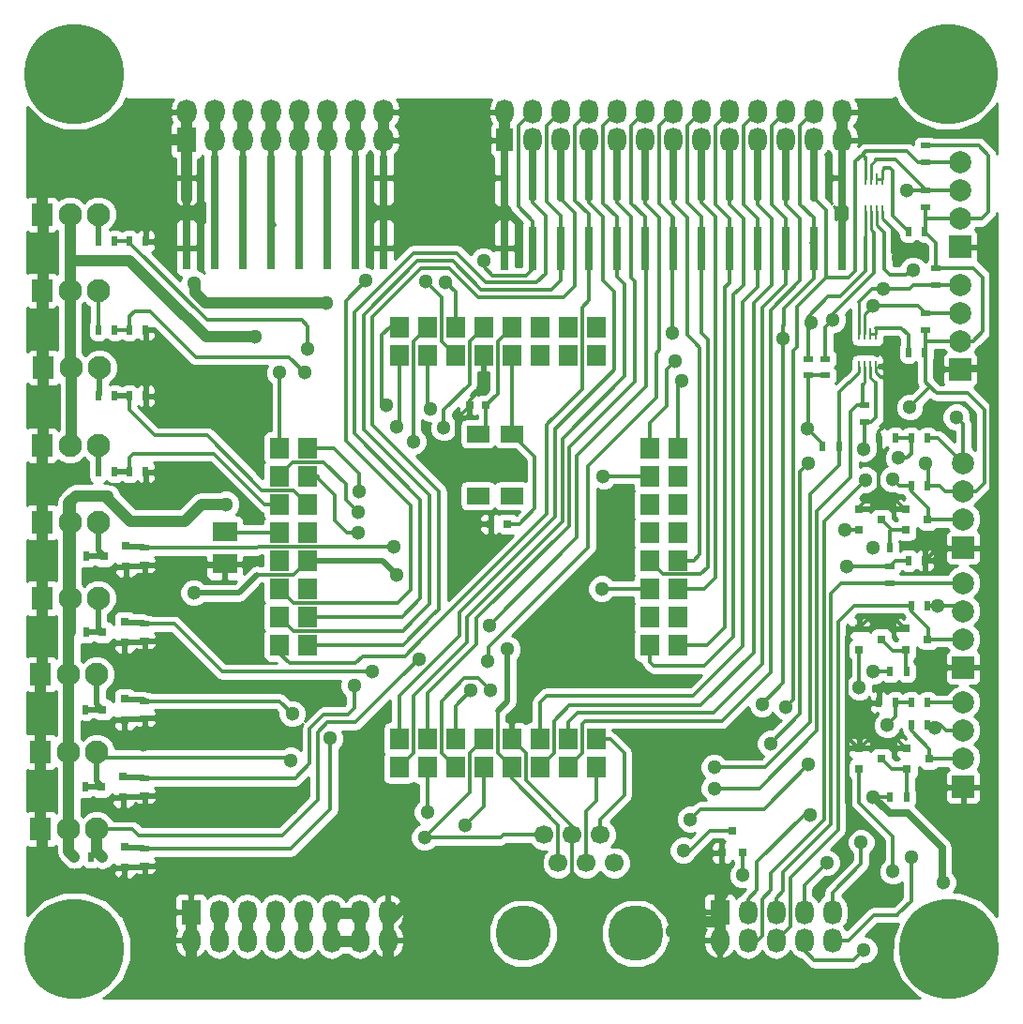
<source format=gbl>
G04 #@! TF.FileFunction,Copper,L2,Bot,Signal*
%FSLAX46Y46*%
G04 Gerber Fmt 4.6, Leading zero omitted, Abs format (unit mm)*
G04 Created by KiCad (PCBNEW 4.0.6) date 01/14/18 21:20:21*
%MOMM*%
%LPD*%
G01*
G04 APERTURE LIST*
%ADD10C,0.150000*%
%ADD11O,1.680000X2.200000*%
%ADD12R,1.500000X2.000000*%
%ADD13R,0.800000X4.000000*%
%ADD14R,2.000000X1.500000*%
%ADD15R,2.000000X1.524000*%
%ADD16O,1.800000X2.200000*%
%ADD17R,1.800000X2.200000*%
%ADD18C,8.999220*%
%ADD19C,2.000000*%
%ADD20R,1.899920X2.100580*%
%ADD21C,2.100580*%
%ADD22R,1.998980X1.998980*%
%ADD23C,1.998980*%
%ADD24R,1.700000X1.899920*%
%ADD25R,0.500000X0.900000*%
%ADD26R,0.900000X0.500000*%
%ADD27R,0.800000X0.750000*%
%ADD28R,0.248920X1.000760*%
%ADD29C,1.700000*%
%ADD30C,5.000000*%
%ADD31R,1.700000X2.200000*%
%ADD32R,1.680000X2.200000*%
%ADD33R,2.230000X1.800000*%
%ADD34R,0.800100X0.800100*%
%ADD35C,1.300000*%
%ADD36C,0.700000*%
%ADD37C,1.000000*%
%ADD38C,0.500000*%
%ADD39C,0.350000*%
%ADD40C,0.254000*%
G04 APERTURE END LIST*
D10*
D11*
X138303000Y-45847000D03*
X138303000Y-43307000D03*
X135763000Y-43307000D03*
X135763000Y-45847000D03*
X133223000Y-45847000D03*
X133223000Y-43307000D03*
X130683000Y-43307000D03*
X130683000Y-45847000D03*
X128143000Y-45847000D03*
X128143000Y-43307000D03*
X125603000Y-43307000D03*
X125603000Y-45847000D03*
X123063000Y-45847000D03*
X123063000Y-43307000D03*
X120523000Y-43307000D03*
X120523000Y-45847000D03*
X117983000Y-45847000D03*
X117983000Y-43307000D03*
X115443000Y-43307000D03*
X115443000Y-45847000D03*
D12*
X107823000Y-45847000D03*
D11*
X107823000Y-43307000D03*
X110363000Y-45847000D03*
X110363000Y-43307000D03*
X112903000Y-45847000D03*
X112903000Y-43307000D03*
D13*
X107823000Y-49281000D03*
X107823000Y-55621000D03*
X110363000Y-49281000D03*
X110363000Y-55621000D03*
X112903000Y-49281000D03*
X112903000Y-55621000D03*
X115443000Y-49281000D03*
X115443000Y-55621000D03*
X117983000Y-49281000D03*
X117983000Y-55621000D03*
X120523000Y-49281000D03*
X120523000Y-55621000D03*
X123063000Y-49281000D03*
X123063000Y-55621000D03*
X125603000Y-49281000D03*
X125603000Y-55621000D03*
X128143000Y-49281000D03*
X128143000Y-55621000D03*
X130683000Y-49281000D03*
X130683000Y-55621000D03*
X133223000Y-49281000D03*
X133223000Y-55621000D03*
X135763000Y-49281000D03*
X135763000Y-55621000D03*
X138303000Y-49281000D03*
X138303000Y-55621000D03*
D14*
X108458000Y-72390000D03*
X105410000Y-72390000D03*
D15*
X108458000Y-77978000D03*
X105410000Y-77978000D03*
D16*
X96901000Y-43307000D03*
X96901000Y-45847000D03*
X94361000Y-45847000D03*
X94361000Y-43307000D03*
X91821000Y-43307000D03*
X91821000Y-45847000D03*
X89281000Y-45847000D03*
X89281000Y-43307000D03*
X86741000Y-43307000D03*
X86741000Y-45847000D03*
D17*
X79121000Y-45847000D03*
D16*
X79121000Y-43307000D03*
X81661000Y-45847000D03*
X81661000Y-43307000D03*
X84201000Y-45847000D03*
X84201000Y-43307000D03*
D18*
X147828000Y-39878000D03*
D19*
X147828000Y-39878000D03*
D18*
X68961000Y-118872000D03*
D19*
X68961000Y-118872000D03*
D18*
X147955000Y-118872000D03*
D19*
X147955000Y-118872000D03*
D18*
X68961000Y-39878000D03*
D19*
X68961000Y-39878000D03*
D20*
X66040000Y-52578000D03*
D21*
X68580000Y-52578000D03*
X71120000Y-52578000D03*
D20*
X66040000Y-59436000D03*
D21*
X68580000Y-59436000D03*
X71120000Y-59436000D03*
D20*
X66167000Y-66421000D03*
D21*
X68707000Y-66421000D03*
X71247000Y-66421000D03*
D20*
X66040000Y-73406000D03*
D21*
X68580000Y-73406000D03*
X71120000Y-73406000D03*
D20*
X66040000Y-80391000D03*
D21*
X68580000Y-80391000D03*
X71120000Y-80391000D03*
D20*
X66040000Y-87249000D03*
D21*
X68580000Y-87249000D03*
X71120000Y-87249000D03*
D20*
X65913000Y-94107000D03*
D21*
X68453000Y-94107000D03*
X70993000Y-94107000D03*
D20*
X65913000Y-101092000D03*
D21*
X68453000Y-101092000D03*
X70993000Y-101092000D03*
D20*
X65913000Y-108077000D03*
D21*
X68453000Y-108077000D03*
X70993000Y-108077000D03*
D22*
X148971000Y-55499000D03*
D23*
X148971000Y-52959000D03*
X148971000Y-50419000D03*
X148971000Y-47879000D03*
D22*
X149225000Y-82677000D03*
D23*
X149225000Y-80137000D03*
X149225000Y-77597000D03*
X149225000Y-75057000D03*
D22*
X149225000Y-104267000D03*
D23*
X149225000Y-101727000D03*
X149225000Y-99187000D03*
X149225000Y-96647000D03*
D22*
X148971000Y-66548000D03*
D23*
X148971000Y-64008000D03*
X148971000Y-61468000D03*
X148971000Y-58928000D03*
D22*
X149225000Y-93472000D03*
D23*
X149225000Y-90932000D03*
X149225000Y-88392000D03*
X149225000Y-85852000D03*
D24*
X116078000Y-99946460D03*
X116078000Y-102486460D03*
X113538000Y-99946460D03*
X113538000Y-102486460D03*
X110998000Y-99946460D03*
X110998000Y-102486460D03*
X108458000Y-99946460D03*
X108458000Y-102486460D03*
X105918000Y-99946460D03*
X105918000Y-102486460D03*
X103378000Y-99946460D03*
X103378000Y-102486460D03*
X100838000Y-99946460D03*
X100838000Y-102486460D03*
X98298000Y-99946460D03*
X98298000Y-102486460D03*
X116078000Y-62738000D03*
X116078000Y-65278000D03*
X113538000Y-62738000D03*
X113538000Y-65278000D03*
X110998000Y-62738000D03*
X110998000Y-65278000D03*
X108458000Y-62738000D03*
X108458000Y-65278000D03*
X105918000Y-62738000D03*
X105918000Y-65278000D03*
X103378000Y-62738000D03*
X103378000Y-65278000D03*
X100838000Y-62738000D03*
X100838000Y-65278000D03*
X98298000Y-62738000D03*
X98298000Y-65278000D03*
X120904000Y-73660000D03*
X123444000Y-73660000D03*
X120904000Y-76200000D03*
X123444000Y-76200000D03*
X120904000Y-78740000D03*
X123444000Y-78740000D03*
X120904000Y-81280000D03*
X123444000Y-81280000D03*
X120904000Y-83820000D03*
X123444000Y-83820000D03*
X120904000Y-86360000D03*
X123444000Y-86360000D03*
X120904000Y-88900000D03*
X123444000Y-88900000D03*
X120904000Y-91440000D03*
X123444000Y-91440000D03*
X87503000Y-91440000D03*
X90043000Y-91440000D03*
X87503000Y-88900000D03*
X90043000Y-88900000D03*
X87503000Y-86360000D03*
X90043000Y-86360000D03*
X87503000Y-83820000D03*
X90043000Y-83820000D03*
X87503000Y-81280000D03*
X90043000Y-81280000D03*
X87503000Y-78740000D03*
X90043000Y-78740000D03*
X87503000Y-76200000D03*
X90043000Y-76200000D03*
X87503000Y-73660000D03*
X90043000Y-73660000D03*
D25*
X71132000Y-54991000D03*
X72632000Y-54991000D03*
X144133000Y-93853000D03*
X142633000Y-93853000D03*
X146038000Y-98679000D03*
X144538000Y-98679000D03*
X144133000Y-105156000D03*
X142633000Y-105156000D03*
X143117000Y-96647000D03*
X141617000Y-96647000D03*
X146038000Y-96647000D03*
X144538000Y-96647000D03*
X146038000Y-87884000D03*
X144538000Y-87884000D03*
X146038000Y-77089000D03*
X144538000Y-77089000D03*
X142609000Y-82677000D03*
X141109000Y-82677000D03*
X143117000Y-72771000D03*
X141617000Y-72771000D03*
X70092000Y-90297000D03*
X68592000Y-90297000D03*
X69965000Y-97282000D03*
X68465000Y-97282000D03*
X73926000Y-54991000D03*
X75426000Y-54991000D03*
X146038000Y-72771000D03*
X144538000Y-72771000D03*
D26*
X135204200Y-67120200D03*
X135204200Y-65620200D03*
X136804400Y-67120200D03*
X136804400Y-65620200D03*
D25*
X145784000Y-54102000D03*
X144284000Y-54102000D03*
D26*
X145796000Y-46367000D03*
X145796000Y-47867000D03*
X145796000Y-51931000D03*
X145796000Y-50431000D03*
D25*
X70473000Y-110617000D03*
X68973000Y-110617000D03*
X69965000Y-104267000D03*
X68465000Y-104267000D03*
X70092000Y-83439000D03*
X68592000Y-83439000D03*
D26*
X75311000Y-111367000D03*
X75311000Y-109867000D03*
X75311000Y-105017000D03*
X75311000Y-103517000D03*
X75311000Y-98032000D03*
X75311000Y-96532000D03*
X75311000Y-91047000D03*
X75311000Y-89547000D03*
D25*
X136537000Y-73558400D03*
X138037000Y-73558400D03*
D26*
X75311000Y-84189000D03*
X75311000Y-82689000D03*
X140284200Y-71311200D03*
X140284200Y-69811200D03*
D25*
X73926000Y-75819000D03*
X75426000Y-75819000D03*
X71132000Y-75819000D03*
X72632000Y-75819000D03*
D26*
X142621000Y-85840000D03*
X142621000Y-84340000D03*
D25*
X73926000Y-68961000D03*
X75426000Y-68961000D03*
X71132000Y-68961000D03*
X72632000Y-68961000D03*
X145784000Y-65024000D03*
X144284000Y-65024000D03*
X144284000Y-83820000D03*
X145784000Y-83820000D03*
X73926000Y-62992000D03*
X75426000Y-62992000D03*
X71132000Y-62992000D03*
X72632000Y-62992000D03*
D26*
X146786600Y-57441400D03*
X146786600Y-58941400D03*
X145796000Y-62980000D03*
X145796000Y-61480000D03*
D27*
X108065000Y-80518000D03*
X106565000Y-80518000D03*
X106160000Y-69773800D03*
X104660000Y-69773800D03*
D28*
X140411200Y-52247800D03*
X140919200Y-52247800D03*
X141427200Y-52247800D03*
X141935200Y-52247800D03*
X140411200Y-49352200D03*
X140919200Y-49352200D03*
X141427200Y-49352200D03*
X141935200Y-49352200D03*
X139827000Y-66294000D03*
X140335000Y-66294000D03*
X140843000Y-66294000D03*
X141351000Y-66294000D03*
X139827000Y-63398400D03*
X140335000Y-63398400D03*
X140843000Y-63398400D03*
X141351000Y-63398400D03*
D29*
X115189000Y-111125000D03*
X112649000Y-111125000D03*
X117729000Y-111125000D03*
X111379000Y-108585000D03*
X113919000Y-108585000D03*
X116459000Y-108585000D03*
D30*
X119634000Y-117475000D03*
X109474000Y-117475000D03*
D11*
X97282000Y-115570000D03*
X97282000Y-118110000D03*
X94742000Y-115570000D03*
X94742000Y-118110000D03*
X92202000Y-115570000D03*
X92202000Y-118110000D03*
X89662000Y-115570000D03*
X89662000Y-118110000D03*
X87122000Y-115570000D03*
X87122000Y-118110000D03*
X84582000Y-115570000D03*
X84582000Y-118110000D03*
X82042000Y-115570000D03*
X82042000Y-118110000D03*
D31*
X79502000Y-115570000D03*
D11*
X79502000Y-118110000D03*
X137414000Y-115570000D03*
X137414000Y-118110000D03*
X134874000Y-115570000D03*
X134874000Y-118110000D03*
X132334000Y-115570000D03*
X132334000Y-118110000D03*
X129794000Y-115570000D03*
X129794000Y-118110000D03*
D32*
X127254000Y-115570000D03*
D11*
X127254000Y-118110000D03*
D33*
X82550000Y-84137000D03*
X82550000Y-81217000D03*
D13*
X79095600Y-49230200D03*
X79095600Y-55570200D03*
X81635600Y-49230200D03*
X81635600Y-55570200D03*
X84175600Y-49230200D03*
X84175600Y-55570200D03*
X86715600Y-49230200D03*
X86715600Y-55570200D03*
X89255600Y-49230200D03*
X89255600Y-55570200D03*
X91795600Y-49230200D03*
X91795600Y-55570200D03*
X94335600Y-49230200D03*
X94335600Y-55570200D03*
X96875600Y-49230200D03*
X96875600Y-55570200D03*
D34*
X73517760Y-96332000D03*
X73517760Y-98232000D03*
X71518780Y-97282000D03*
X73517760Y-89347000D03*
X73517760Y-91247000D03*
X71518780Y-90297000D03*
X73390760Y-103317000D03*
X73390760Y-105217000D03*
X71391780Y-104267000D03*
X73644760Y-82489000D03*
X73644760Y-84389000D03*
X71645780Y-83439000D03*
X73517760Y-109667000D03*
X73517760Y-111567000D03*
X71518780Y-110617000D03*
X139842240Y-81087000D03*
X139842240Y-79187000D03*
X141841220Y-80137000D03*
X144033240Y-81087000D03*
X144033240Y-79187000D03*
X146032220Y-80137000D03*
X139842240Y-102677000D03*
X139842240Y-100777000D03*
X141841220Y-101727000D03*
X144160240Y-102677000D03*
X144160240Y-100777000D03*
X146159220Y-101727000D03*
X144033240Y-91882000D03*
X144033240Y-89982000D03*
X146032220Y-90932000D03*
X139842240Y-91882000D03*
X139842240Y-89982000D03*
X141841220Y-90932000D03*
X129347000Y-110220760D03*
X127447000Y-110220760D03*
X128397000Y-108221780D03*
D35*
X85318600Y-63601600D03*
X82677000Y-78740000D03*
X147396200Y-112903000D03*
X141097000Y-105156000D03*
X146685000Y-98933000D03*
X141097000Y-82677000D03*
X146939000Y-87884000D03*
X145796000Y-75057000D03*
X144399000Y-69977000D03*
X141097000Y-93853000D03*
X135280400Y-75006200D03*
X102336600Y-71831200D03*
X131826000Y-100330000D03*
X136906000Y-111125000D03*
X101142800Y-70104000D03*
X122936000Y-63246000D03*
X98044000Y-71755000D03*
X90017600Y-64693800D03*
X97104200Y-69799200D03*
X89763600Y-66852800D03*
X95300800Y-58572400D03*
X105918000Y-56769000D03*
X99568000Y-73126600D03*
X97790000Y-82550000D03*
X94716600Y-77622400D03*
X95885000Y-93853000D03*
X88646000Y-97663000D03*
X87503000Y-66865500D03*
X94615000Y-81280000D03*
X94234000Y-95123000D03*
X106324400Y-92913200D03*
X88519000Y-101854000D03*
X94615000Y-79476600D03*
X92075000Y-99885500D03*
X100076000Y-92710000D03*
X106426000Y-89662000D03*
X123952000Y-109982000D03*
X100584000Y-108839000D03*
X123190000Y-65786000D03*
X143383000Y-74549000D03*
X135382000Y-106807000D03*
X148590000Y-70866000D03*
X116586000Y-86360000D03*
X138684000Y-84328000D03*
X124602240Y-107188000D03*
X135255000Y-102235000D03*
X142367000Y-98679000D03*
X104267000Y-107696000D03*
X137464800Y-62077600D03*
X102489000Y-58674000D03*
X131064000Y-96774000D03*
X144526000Y-110617000D03*
X132969000Y-63754000D03*
X144094200Y-50393600D03*
X106553000Y-95504000D03*
X126746000Y-104394000D03*
X141071600Y-60833000D03*
X135509000Y-62357000D03*
X100685600Y-58623200D03*
X133223000Y-97028000D03*
X140017500Y-109283500D03*
X104775000Y-95567500D03*
X126746000Y-102489000D03*
X142011400Y-59283600D03*
X142849600Y-76504800D03*
X140385800Y-76530200D03*
X104775000Y-80492600D03*
X123926600Y-115590320D03*
X122966480Y-117281960D03*
X75412600Y-107340400D03*
X75209400Y-100482400D03*
X75336400Y-93726000D03*
X75107800Y-87325200D03*
X76987400Y-75869800D03*
X76809600Y-68275200D03*
X77393800Y-54660800D03*
X73380600Y-114147600D03*
X74574400Y-115341400D03*
X151155400Y-111379000D03*
X151130000Y-109499400D03*
X149250400Y-109499400D03*
X115163600Y-91948000D03*
X115163600Y-90195400D03*
X113284000Y-91948000D03*
X113284000Y-90170000D03*
X142367000Y-114363500D03*
X149225000Y-111379000D03*
X143383000Y-67056000D03*
X143383000Y-56515000D03*
X144703800Y-57607200D03*
X79756000Y-58775600D03*
X91757500Y-60579000D03*
X79756000Y-86741000D03*
X140233400Y-73736200D03*
X135178800Y-71932800D03*
X108077000Y-91821000D03*
X98044000Y-85090000D03*
X140271500Y-118960900D03*
X129306320Y-112227360D03*
X142875000Y-111887000D03*
X100838000Y-106553000D03*
X123825000Y-67564000D03*
X138557000Y-81026000D03*
X116713000Y-76200000D03*
X139827000Y-95250000D03*
D36*
X89281000Y-51130200D02*
X89281000Y-53670200D01*
D37*
X77114400Y-59867800D02*
X80848200Y-63601600D01*
X80848200Y-63601600D02*
X84378800Y-63601600D01*
X73964800Y-56769000D02*
X68580000Y-56769000D01*
X73964800Y-56769000D02*
X77063600Y-59867800D01*
X77063600Y-59867800D02*
X77114400Y-59867800D01*
X85318600Y-63601600D02*
X84378800Y-63601600D01*
D38*
X89281000Y-45847000D02*
X89281000Y-51130200D01*
D37*
X89662000Y-115189000D02*
X89662000Y-117729000D01*
X89281000Y-43307000D02*
X89281000Y-45847000D01*
X68707000Y-66421000D02*
X68707000Y-73279000D01*
X68707000Y-73279000D02*
X68580000Y-73406000D01*
X68580000Y-59436000D02*
X68580000Y-66294000D01*
X68580000Y-66294000D02*
X68707000Y-66421000D01*
X68580000Y-52578000D02*
X68580000Y-56769000D01*
X68580000Y-56769000D02*
X68580000Y-59436000D01*
D36*
X94361000Y-51130200D02*
X94361000Y-53670200D01*
X91821000Y-51282600D02*
X91821000Y-53670200D01*
D39*
X94361000Y-51130200D02*
X94361000Y-53659870D01*
X94361000Y-53659870D02*
X94355835Y-53665035D01*
X94355835Y-53665035D02*
X94361000Y-53670200D01*
D38*
X94361000Y-45847000D02*
X94361000Y-51130200D01*
X91821000Y-51130200D02*
X91821000Y-51282600D01*
X91821000Y-45847000D02*
X91821000Y-51130200D01*
D37*
X92202000Y-118237000D02*
X94742000Y-118237000D01*
X92202000Y-115697000D02*
X92202000Y-118237000D01*
X92202000Y-115697000D02*
X94742000Y-115697000D01*
X94742000Y-115697000D02*
X94742000Y-118237000D01*
X94361000Y-43307000D02*
X94361000Y-45847000D01*
X91821000Y-43307000D02*
X91821000Y-45847000D01*
D36*
X86741000Y-51130200D02*
X86741000Y-53670200D01*
D38*
X86741000Y-51130200D02*
X86741000Y-53340000D01*
X86741000Y-53340000D02*
X86944200Y-53543200D01*
X86741000Y-45847000D02*
X86741000Y-51130200D01*
D37*
X87122000Y-115443000D02*
X87122000Y-117983000D01*
X78867000Y-80264000D02*
X78930500Y-80264000D01*
X80454500Y-78740000D02*
X82677000Y-78740000D01*
X78930500Y-80264000D02*
X80454500Y-78740000D01*
X72009000Y-77978000D02*
X72009000Y-78232000D01*
X74041000Y-80264000D02*
X78867000Y-80264000D01*
X72009000Y-78232000D02*
X74041000Y-80264000D01*
X69088000Y-77978000D02*
X72009000Y-77978000D01*
X68453000Y-108077000D02*
X68453000Y-78613000D01*
X68453000Y-78613000D02*
X69088000Y-77978000D01*
X68453000Y-108077000D02*
X68453000Y-110109000D01*
X68453000Y-110109000D02*
X68961000Y-110617000D01*
X68580000Y-78486000D02*
X69088000Y-77978000D01*
X68580000Y-80391000D02*
X68580000Y-78486000D01*
X86741000Y-43307000D02*
X86741000Y-45847000D01*
D38*
X68453000Y-110109000D02*
X68961000Y-110617000D01*
D37*
X68580000Y-90297000D02*
X68580000Y-87249000D01*
X68453000Y-94107000D02*
X68453000Y-90424000D01*
X68453000Y-90424000D02*
X68580000Y-90297000D01*
X68453000Y-97282000D02*
X68453000Y-94107000D01*
X68453000Y-101092000D02*
X68453000Y-97282000D01*
X68453000Y-104267000D02*
X68453000Y-101092000D01*
X68453000Y-108077000D02*
X68453000Y-104267000D01*
X68580000Y-83439000D02*
X68580000Y-87249000D01*
X68580000Y-80391000D02*
X68580000Y-83439000D01*
D36*
X142595600Y-106654600D02*
X141097000Y-105156000D01*
X144195800Y-106654600D02*
X142595600Y-106654600D01*
X147320000Y-109778800D02*
X144195800Y-106654600D01*
X147320000Y-112826800D02*
X147320000Y-109778800D01*
X147396200Y-112903000D02*
X147320000Y-112826800D01*
X84201000Y-51130200D02*
X84201000Y-53670200D01*
D39*
X146786600Y-57441400D02*
X150151400Y-57441400D01*
X150151400Y-57441400D02*
X151003000Y-58293000D01*
X150114000Y-64008000D02*
X148971000Y-64008000D01*
X151003000Y-58293000D02*
X151003000Y-63119000D01*
X151003000Y-63119000D02*
X150114000Y-64008000D01*
X146786600Y-57441400D02*
X146786600Y-55104600D01*
X146786600Y-55104600D02*
X145784000Y-54102000D01*
D38*
X84201000Y-45847000D02*
X84201000Y-51130200D01*
D37*
X84582000Y-115189000D02*
X84582000Y-117729000D01*
D39*
X142621000Y-105156000D02*
X141097000Y-105156000D01*
X146050000Y-98679000D02*
X146431000Y-98679000D01*
X146431000Y-98679000D02*
X146685000Y-98933000D01*
X146050000Y-77089000D02*
X146050000Y-75311000D01*
X146050000Y-75311000D02*
X145796000Y-75057000D01*
X146177000Y-68199000D02*
X146177000Y-68072000D01*
X144399000Y-69977000D02*
X146240500Y-68135500D01*
X146240500Y-68135500D02*
X146177000Y-68199000D01*
X149225000Y-77597000D02*
X147574000Y-77597000D01*
X147066000Y-77089000D02*
X146050000Y-77089000D01*
X147574000Y-77597000D02*
X147066000Y-77089000D01*
X145796000Y-65024000D02*
X145796000Y-67691000D01*
X150368000Y-77597000D02*
X149225000Y-77597000D01*
X151130000Y-76835000D02*
X150368000Y-77597000D01*
X151130000Y-70231000D02*
X151130000Y-76835000D01*
X149606000Y-68707000D02*
X151130000Y-70231000D01*
X146812000Y-68707000D02*
X149606000Y-68707000D01*
X145796000Y-67691000D02*
X146177000Y-68072000D01*
X146177000Y-68072000D02*
X146812000Y-68707000D01*
X148971000Y-64008000D02*
X145796000Y-64008000D01*
X145796000Y-64008000D02*
X145923000Y-64008000D01*
X145923000Y-64008000D02*
X145796000Y-64008000D01*
X145796000Y-62992000D02*
X145796000Y-64008000D01*
X145796000Y-64008000D02*
X145796000Y-65024000D01*
X148971000Y-52959000D02*
X145796000Y-52959000D01*
X145796000Y-52959000D02*
X145923000Y-52959000D01*
X145923000Y-52959000D02*
X145796000Y-52959000D01*
X145796000Y-51943000D02*
X145796000Y-52959000D01*
X145796000Y-52959000D02*
X145796000Y-54102000D01*
X145796000Y-46355000D02*
X150622000Y-46355000D01*
X150876000Y-52959000D02*
X148971000Y-52959000D01*
X151511000Y-52324000D02*
X150876000Y-52959000D01*
X151511000Y-47244000D02*
X151511000Y-52324000D01*
X150622000Y-46355000D02*
X151511000Y-47244000D01*
X142621000Y-93853000D02*
X141097000Y-93853000D01*
X146050000Y-87884000D02*
X146939000Y-87884000D01*
X146939000Y-87884000D02*
X148717000Y-87884000D01*
X148717000Y-87884000D02*
X149225000Y-88392000D01*
D37*
X84201000Y-43307000D02*
X84201000Y-45847000D01*
D39*
X146050000Y-98679000D02*
X147193000Y-98679000D01*
X147701000Y-99187000D02*
X149225000Y-99187000D01*
X147193000Y-98679000D02*
X147701000Y-99187000D01*
X134874000Y-115570000D02*
X134874000Y-113157000D01*
X134874000Y-113157000D02*
X136906000Y-111125000D01*
X134493000Y-78714600D02*
X134493000Y-75793600D01*
X134493000Y-75793600D02*
X135280400Y-75006200D01*
X104648000Y-66141600D02*
X104648000Y-67894200D01*
X102336600Y-70205600D02*
X102336600Y-71831200D01*
X104648000Y-67894200D02*
X102336600Y-70205600D01*
X134493000Y-78867000D02*
X134493000Y-78714600D01*
X134493000Y-78867000D02*
X134493000Y-95377000D01*
X134493000Y-95377000D02*
X134493000Y-97663000D01*
X134493000Y-97663000D02*
X131826000Y-100330000D01*
X105918000Y-62738000D02*
X104648000Y-64008000D01*
X104648000Y-64008000D02*
X104648000Y-66141600D01*
X134874000Y-116459000D02*
X134874000Y-113157000D01*
X134874000Y-113157000D02*
X136906000Y-111125000D01*
X134874000Y-113157000D02*
X136906000Y-111125000D01*
X100838000Y-65278000D02*
X100838000Y-69799200D01*
X100838000Y-69799200D02*
X101142800Y-70104000D01*
X122936000Y-63246000D02*
X122936000Y-52895500D01*
X121793000Y-48361600D02*
X121793000Y-51612800D01*
X123037600Y-52857400D02*
X123037600Y-53644800D01*
X121793000Y-51612800D02*
X123037600Y-52857400D01*
X123063000Y-43307000D02*
X121793000Y-44577000D01*
X121793000Y-44577000D02*
X121793000Y-48361600D01*
X122717560Y-98298000D02*
X127447040Y-98298000D01*
X131826000Y-93919040D02*
X131826000Y-88773000D01*
X127447040Y-98298000D02*
X131826000Y-93919040D01*
D36*
X133223000Y-45847000D02*
X133223000Y-51079400D01*
X133223000Y-51079400D02*
X133197600Y-51104800D01*
D39*
X133197600Y-51104800D02*
X133197600Y-51638200D01*
X114808000Y-98552000D02*
X115062000Y-98298000D01*
X114808000Y-101219000D02*
X114808000Y-98552000D01*
X114808000Y-101219000D02*
X113540540Y-102486460D01*
X122717560Y-98298000D02*
X122428000Y-98298000D01*
X115062000Y-98298000D02*
X122428000Y-98298000D01*
X131826000Y-61214000D02*
X131826000Y-88773000D01*
X134467600Y-58572400D02*
X131826000Y-61214000D01*
X134467600Y-52908200D02*
X134467600Y-58572400D01*
X133197600Y-51638200D02*
X134467600Y-52908200D01*
X133197600Y-49834800D02*
X133197600Y-50165000D01*
X133197600Y-49834800D02*
X133197600Y-45872400D01*
X133197600Y-45872400D02*
X133223000Y-45847000D01*
X113538000Y-102486460D02*
X113540540Y-102486460D01*
X98298000Y-69621400D02*
X98298000Y-71501000D01*
X98298000Y-71501000D02*
X98044000Y-71755000D01*
X98298000Y-65278000D02*
X98298000Y-69621400D01*
X86461600Y-62128400D02*
X89484200Y-62128400D01*
X90017600Y-62661800D02*
X90017600Y-64693800D01*
X89484200Y-62128400D02*
X90017600Y-62661800D01*
X80949800Y-62128400D02*
X73926000Y-55104600D01*
X86461600Y-62128400D02*
X80949800Y-62128400D01*
X73926000Y-55104600D02*
X73926000Y-54991000D01*
X73926000Y-55206200D02*
X73926000Y-54991000D01*
X72644000Y-54991000D02*
X73914000Y-54991000D01*
X98298000Y-62738000D02*
X97459800Y-62738000D01*
X96748600Y-69443600D02*
X97104200Y-69799200D01*
X96748600Y-63449200D02*
X96748600Y-69443600D01*
X97459800Y-62738000D02*
X96748600Y-63449200D01*
X75031600Y-61290200D02*
X74422000Y-61290200D01*
X74422000Y-61290200D02*
X73926000Y-61786200D01*
X73926000Y-61786200D02*
X73926000Y-62992000D01*
X75793600Y-61290200D02*
X79971900Y-65468500D01*
X79971900Y-65468500D02*
X84505800Y-65468500D01*
X75031600Y-61290200D02*
X75793600Y-61290200D01*
X88379300Y-65468500D02*
X89763600Y-66852800D01*
X84505800Y-65468500D02*
X88379300Y-65468500D01*
X72644000Y-62992000D02*
X73914000Y-62992000D01*
X87503000Y-77470000D02*
X85915500Y-77470000D01*
X80962500Y-72517000D02*
X77089000Y-72517000D01*
X85915500Y-77470000D02*
X80962500Y-72517000D01*
X73914000Y-68961000D02*
X73914000Y-70231000D01*
X73914000Y-70231000D02*
X76200000Y-72517000D01*
X76200000Y-72517000D02*
X77089000Y-72517000D01*
X88773000Y-77470000D02*
X90043000Y-78740000D01*
X87503000Y-77470000D02*
X88773000Y-77470000D01*
D38*
X72644000Y-68961000D02*
X73914000Y-68961000D01*
D39*
X87503000Y-78740000D02*
X86106000Y-78740000D01*
X81534000Y-74168000D02*
X76263500Y-74168000D01*
X86106000Y-78740000D02*
X81534000Y-74168000D01*
X73914000Y-75819000D02*
X73914000Y-74549000D01*
X73914000Y-74549000D02*
X74295000Y-74168000D01*
X74295000Y-74168000D02*
X76263500Y-74168000D01*
D38*
X72644000Y-75819000D02*
X73914000Y-75819000D01*
D39*
X98171000Y-87630000D02*
X99314000Y-86487000D01*
X99314000Y-78867000D02*
X93497400Y-73050400D01*
X99314000Y-83820000D02*
X99314000Y-86487000D01*
X99314000Y-83820000D02*
X99314000Y-78867000D01*
X93497400Y-73050400D02*
X93497400Y-61493400D01*
X93497400Y-60375800D02*
X95300800Y-58572400D01*
X93497400Y-61493400D02*
X93497400Y-60375800D01*
X105918000Y-56769000D02*
X105918000Y-57277000D01*
X108864400Y-58089800D02*
X109778800Y-58089800D01*
X105918000Y-57277000D02*
X106730800Y-58089800D01*
X108864400Y-58089800D02*
X106730800Y-58089800D01*
X110337600Y-57531000D02*
X109778800Y-58089800D01*
X110337600Y-53644800D02*
X110337600Y-53162200D01*
X110337600Y-53162200D02*
X109042200Y-51866800D01*
X110337600Y-57531000D02*
X110337600Y-53644800D01*
X109042200Y-51866800D02*
X109042200Y-48717200D01*
X109042200Y-48717200D02*
X109093000Y-48666400D01*
X109093000Y-47879000D02*
X109093000Y-48666400D01*
X109093000Y-47879000D02*
X109093000Y-44577000D01*
X109093000Y-44577000D02*
X110363000Y-43307000D01*
X109093000Y-48666400D02*
X109093000Y-48768000D01*
X98171000Y-87630000D02*
X96774000Y-87630000D01*
X87503000Y-86360000D02*
X88773000Y-87630000D01*
X88773000Y-87630000D02*
X96774000Y-87630000D01*
X96774000Y-87630000D02*
X98171000Y-87630000D01*
D36*
X110363000Y-45847000D02*
X110363000Y-51079400D01*
X110363000Y-51079400D02*
X110337600Y-51104800D01*
D39*
X107823000Y-58724800D02*
X106146600Y-58724800D01*
X100228400Y-87223600D02*
X98552000Y-88900000D01*
X100228400Y-78308200D02*
X100228400Y-87223600D01*
X94234000Y-72313800D02*
X100228400Y-78308200D01*
X94234000Y-61442600D02*
X94234000Y-72313800D01*
X99618800Y-56057800D02*
X94234000Y-61442600D01*
X103479600Y-56057800D02*
X99618800Y-56057800D01*
X106146600Y-58724800D02*
X103479600Y-56057800D01*
X107823000Y-58724800D02*
X110718600Y-58724800D01*
X110718600Y-58724800D02*
X111531400Y-57912000D01*
X110337600Y-51104800D02*
X110337600Y-51511200D01*
X111531400Y-52705000D02*
X111531400Y-53594000D01*
X110337600Y-51511200D02*
X111531400Y-52705000D01*
X90043000Y-88900000D02*
X98552000Y-88900000D01*
X111531400Y-57912000D02*
X111531400Y-53594000D01*
X110337600Y-49834800D02*
X110337600Y-50165000D01*
X110363000Y-48564800D02*
X110363000Y-49809400D01*
X110363000Y-49809400D02*
X110337600Y-49834800D01*
X110363000Y-45847000D02*
X110363000Y-48564800D01*
X110363000Y-48564800D02*
X110363000Y-48641000D01*
X121406920Y-97536000D02*
X126700280Y-97536000D01*
X131074160Y-87157560D02*
X131064000Y-87157560D01*
X131074160Y-93162120D02*
X131074160Y-87157560D01*
X126700280Y-97536000D02*
X131074160Y-93162120D01*
X133223000Y-43307000D02*
X131953000Y-44577000D01*
X133197600Y-52908200D02*
X133197600Y-53644800D01*
X131953000Y-51663600D02*
X133197600Y-52908200D01*
X131953000Y-44577000D02*
X131953000Y-51663600D01*
X133197600Y-53644800D02*
X133197600Y-58851800D01*
X131064000Y-60985400D02*
X131775200Y-60274200D01*
X131064000Y-86741000D02*
X131064000Y-87157560D01*
X131064000Y-86741000D02*
X131064000Y-60985400D01*
X133197600Y-58851800D02*
X131775200Y-60274200D01*
X121406920Y-97536000D02*
X114427000Y-97536000D01*
X114427000Y-97536000D02*
X113538000Y-98425000D01*
X113538000Y-98425000D02*
X113538000Y-99946460D01*
X133223000Y-43307000D02*
X133223000Y-43332400D01*
X99974400Y-56794400D02*
X95123000Y-61645800D01*
X108839000Y-59385200D02*
X105714800Y-59385200D01*
X101066600Y-87782400D02*
X99542600Y-89306400D01*
X101066600Y-77952600D02*
X101066600Y-87782400D01*
X95123000Y-72009000D02*
X101066600Y-77952600D01*
X95123000Y-61645800D02*
X95123000Y-72009000D01*
X103124000Y-56794400D02*
X99974400Y-56794400D01*
X105714800Y-59385200D02*
X103124000Y-56794400D01*
X111633000Y-50850800D02*
X111633000Y-51435000D01*
X112877600Y-52679600D02*
X112877600Y-53644800D01*
X111633000Y-51435000D02*
X112877600Y-52679600D01*
X111633000Y-50850800D02*
X111633000Y-50444400D01*
X111633000Y-49479200D02*
X111633000Y-50444400D01*
X111633000Y-45593000D02*
X111633000Y-44577000D01*
X111633000Y-44577000D02*
X112903000Y-43307000D01*
X111633000Y-45593000D02*
X111633000Y-47320200D01*
X111633000Y-47320200D02*
X111633000Y-49479200D01*
X112877600Y-53644800D02*
X112877600Y-58572400D01*
X99542600Y-89306400D02*
X98679000Y-90170000D01*
X98679000Y-90170000D02*
X93726000Y-90170000D01*
X87503000Y-88900000D02*
X88773000Y-90170000D01*
X88773000Y-90170000D02*
X93726000Y-90170000D01*
X112877600Y-58572400D02*
X112064800Y-59385200D01*
X112064800Y-59385200D02*
X108839000Y-59385200D01*
D36*
X112903000Y-45847000D02*
X112903000Y-51079400D01*
X112903000Y-51079400D02*
X112877600Y-51104800D01*
D39*
X106730800Y-60045600D02*
X105435400Y-60045600D01*
X101879400Y-88239600D02*
X101320600Y-88798400D01*
X101879400Y-77597000D02*
X101879400Y-88239600D01*
X95859600Y-71577200D02*
X101879400Y-77597000D01*
X95859600Y-61823600D02*
X95859600Y-71577200D01*
X100253800Y-57429400D02*
X95859600Y-61823600D01*
X102819200Y-57429400D02*
X100253800Y-57429400D01*
X105435400Y-60045600D02*
X102819200Y-57429400D01*
X112877600Y-51104800D02*
X112877600Y-51206400D01*
X112877600Y-51206400D02*
X114122200Y-52451000D01*
X114122200Y-52451000D02*
X114122200Y-55753000D01*
X114122200Y-56388000D02*
X114122200Y-55753000D01*
X112877600Y-51206400D02*
X114122200Y-52451000D01*
X114122200Y-59055000D02*
X114122200Y-56794400D01*
X113131600Y-60045600D02*
X114122200Y-59055000D01*
X106730800Y-60045600D02*
X113131600Y-60045600D01*
X114122200Y-56794400D02*
X114122200Y-56388000D01*
X114122200Y-56388000D02*
X114122200Y-56286400D01*
X112877600Y-49834800D02*
X112877600Y-50215800D01*
X112903000Y-49809400D02*
X112903000Y-48514000D01*
X112903000Y-48514000D02*
X112903000Y-45847000D01*
X112903000Y-49809400D02*
X112877600Y-49834800D01*
X97028000Y-91440000D02*
X98679000Y-91440000D01*
X97028000Y-91440000D02*
X90043000Y-91440000D01*
X98679000Y-91440000D02*
X101320600Y-88798400D01*
X112217200Y-70942200D02*
X111810800Y-71348600D01*
X115417600Y-60350400D02*
X114808000Y-60960000D01*
X114808000Y-60960000D02*
X114808000Y-68351400D01*
X114808000Y-68351400D02*
X112217200Y-70942200D01*
X115417600Y-53644800D02*
X115417600Y-60350400D01*
X102235000Y-89001600D02*
X102235000Y-89027000D01*
X111633000Y-79603600D02*
X102235000Y-89001600D01*
X111633000Y-71551800D02*
X111633000Y-79603600D01*
X111810800Y-71374000D02*
X111633000Y-71551800D01*
X111810800Y-71348600D02*
X111810800Y-71374000D01*
X114173000Y-50393600D02*
X114173000Y-51308000D01*
X115417600Y-52552600D02*
X115417600Y-53644800D01*
X114173000Y-51308000D02*
X115417600Y-52552600D01*
X102235000Y-89027000D02*
X100457000Y-90805000D01*
X98806000Y-92456000D02*
X100457000Y-90805000D01*
X87503000Y-92202000D02*
X88392000Y-93091000D01*
X88392000Y-93091000D02*
X94361000Y-93091000D01*
X94361000Y-93091000D02*
X94996000Y-92456000D01*
X94996000Y-92456000D02*
X97155000Y-92456000D01*
X97155000Y-92456000D02*
X98806000Y-92456000D01*
X114173000Y-48310800D02*
X114173000Y-50393600D01*
X114173000Y-44577000D02*
X115443000Y-43307000D01*
X114173000Y-45593000D02*
X114173000Y-44577000D01*
X114173000Y-45720000D02*
X114173000Y-45593000D01*
X114173000Y-45720000D02*
X114173000Y-48310800D01*
X87503000Y-91440000D02*
X87503000Y-92202000D01*
D36*
X115443000Y-45847000D02*
X115443000Y-51079400D01*
X115443000Y-51079400D02*
X115417600Y-51104800D01*
D39*
X115417600Y-51104800D02*
X115417600Y-51536600D01*
X116687600Y-52806600D02*
X116687600Y-54356000D01*
X115417600Y-51536600D02*
X116687600Y-52806600D01*
X116687600Y-54356000D02*
X116687600Y-54559200D01*
X115417600Y-49834800D02*
X115417600Y-50215800D01*
X116687600Y-58496200D02*
X117729000Y-59537600D01*
X116687600Y-54559200D02*
X116687600Y-58496200D01*
X115443000Y-45847000D02*
X115443000Y-49809400D01*
X115443000Y-49809400D02*
X115417600Y-49834800D01*
X117729000Y-59537600D02*
X117729000Y-60071000D01*
X98298000Y-99946460D02*
X98298000Y-96075500D01*
X103759000Y-90614500D02*
X103759000Y-88519000D01*
X98298000Y-96075500D02*
X103759000Y-90614500D01*
X112395000Y-73279000D02*
X112395000Y-79883000D01*
X112395000Y-72517000D02*
X112395000Y-71882000D01*
X112395000Y-72517000D02*
X112395000Y-73279000D01*
X112395000Y-79883000D02*
X103759000Y-88519000D01*
X112395000Y-71882000D02*
X117729000Y-66548000D01*
X117729000Y-66548000D02*
X117729000Y-60071000D01*
D40*
X117729000Y-66548000D02*
X112395000Y-71882000D01*
D39*
X117957600Y-53644800D02*
X117957600Y-58166000D01*
X117957600Y-58166000D02*
X118681500Y-58889900D01*
X116713000Y-50088800D02*
X116713000Y-51562000D01*
X117957600Y-52806600D02*
X117957600Y-53644800D01*
X116713000Y-51562000D02*
X117957600Y-52806600D01*
X99568000Y-101219000D02*
X98300540Y-102486460D01*
X113030000Y-72834500D02*
X113030000Y-75755500D01*
X118681500Y-67183000D02*
X113030000Y-72834500D01*
X118681500Y-58889900D02*
X118681500Y-67183000D01*
X99568000Y-98679000D02*
X99568000Y-96012000D01*
X104394000Y-91186000D02*
X104394000Y-88900000D01*
X99568000Y-96012000D02*
X104394000Y-91186000D01*
X113030000Y-75755500D02*
X113030000Y-80264000D01*
X113030000Y-80264000D02*
X104394000Y-88900000D01*
X99568000Y-101219000D02*
X99568000Y-98679000D01*
X116713000Y-46228000D02*
X116713000Y-50088800D01*
X116713000Y-46355000D02*
X116713000Y-46228000D01*
X116713000Y-46228000D02*
X116713000Y-44577000D01*
X116713000Y-44577000D02*
X117983000Y-43307000D01*
X98298000Y-102486460D02*
X98300540Y-102486460D01*
D36*
X117983000Y-45847000D02*
X117983000Y-51079400D01*
X117983000Y-51079400D02*
X117957600Y-51104800D01*
D39*
X119227600Y-54356000D02*
X119227600Y-58293000D01*
X119227600Y-58293000D02*
X119570500Y-58635900D01*
X117957600Y-51104800D02*
X117957600Y-51536600D01*
X119227600Y-52806600D02*
X119227600Y-54356000D01*
X117957600Y-51536600D02*
X119227600Y-52806600D01*
X113630002Y-80679998D02*
X105283000Y-89027000D01*
X113630002Y-75501500D02*
X113630002Y-73631498D01*
X119570500Y-67691000D02*
X119570500Y-58635900D01*
X113630002Y-73631498D02*
X119570500Y-67691000D01*
X100838000Y-99946460D02*
X100838000Y-95821500D01*
X105283000Y-91376500D02*
X105283000Y-89027000D01*
X100838000Y-95821500D02*
X105283000Y-91376500D01*
X113630002Y-75501500D02*
X113630002Y-80679998D01*
X117957600Y-50215800D02*
X117957600Y-49834800D01*
X117957600Y-49834800D02*
X117957600Y-45872400D01*
X117957600Y-45872400D02*
X117983000Y-45847000D01*
X122102880Y-96901000D02*
X125505918Y-96901000D01*
X130302000Y-92104918D02*
X130302000Y-90043000D01*
X125505918Y-96901000D02*
X130302000Y-92104918D01*
D36*
X130683000Y-45847000D02*
X130683000Y-51079400D01*
X130683000Y-51079400D02*
X130657600Y-51104800D01*
D39*
X130657600Y-51104800D02*
X130657600Y-51663600D01*
X112268000Y-101219000D02*
X111000540Y-102486460D01*
X112268000Y-101219000D02*
X112268000Y-98298000D01*
X112268000Y-98298000D02*
X113665000Y-96901000D01*
X113665000Y-96901000D02*
X122102880Y-96901000D01*
X130302000Y-87122000D02*
X130302000Y-90043000D01*
X130302000Y-60604400D02*
X130302000Y-87122000D01*
X131927600Y-58978800D02*
X130302000Y-60604400D01*
X131927600Y-52933600D02*
X131927600Y-58978800D01*
X130657600Y-51663600D02*
X131927600Y-52933600D01*
X130657600Y-49834800D02*
X130657600Y-50139600D01*
X130683000Y-45847000D02*
X130683000Y-49809400D01*
X130683000Y-49809400D02*
X130657600Y-49834800D01*
X110998000Y-102486460D02*
X111000540Y-102486460D01*
X121767600Y-96012000D02*
X124871480Y-96012000D01*
X129331720Y-91551760D02*
X129331720Y-90007440D01*
X124871480Y-96012000D02*
X129331720Y-91551760D01*
X121142760Y-96012000D02*
X121767600Y-96012000D01*
X129331720Y-60482480D02*
X130657600Y-59156600D01*
X130657600Y-59156600D02*
X130657600Y-53644800D01*
X129331720Y-90007440D02*
X129331720Y-60482480D01*
X110998000Y-99946460D02*
X110998000Y-96647000D01*
X111633000Y-96012000D02*
X110998000Y-96647000D01*
X121142760Y-96012000D02*
X111633000Y-96012000D01*
X130657600Y-53644800D02*
X130657600Y-52908200D01*
X129413000Y-44577000D02*
X130683000Y-43307000D01*
X129413000Y-51663600D02*
X129413000Y-44577000D01*
X130657600Y-52908200D02*
X129413000Y-51663600D01*
X123642120Y-93345000D02*
X125862080Y-93345000D01*
X128498600Y-90708480D02*
X128498600Y-89651840D01*
X125862080Y-93345000D02*
X128498600Y-90708480D01*
X123317000Y-93345000D02*
X123642120Y-93345000D01*
X128498600Y-59817000D02*
X129032000Y-59283600D01*
X129387600Y-58928000D02*
X129032000Y-59283600D01*
X129387600Y-52933600D02*
X129387600Y-58928000D01*
X128117600Y-51663600D02*
X129387600Y-52933600D01*
X128117600Y-51104800D02*
X128117600Y-51663600D01*
X128498600Y-89651840D02*
X128498600Y-59817000D01*
D36*
X128143000Y-45847000D02*
X128143000Y-51079400D01*
X128143000Y-51079400D02*
X128117600Y-51104800D01*
D39*
X128117600Y-50190400D02*
X128117600Y-49834800D01*
X120904000Y-92964000D02*
X121285000Y-93345000D01*
X121285000Y-93345000D02*
X122682000Y-93345000D01*
X120904000Y-91440000D02*
X120904000Y-92964000D01*
X122682000Y-93345000D02*
X123317000Y-93345000D01*
X128143000Y-45847000D02*
X128143000Y-49809400D01*
X128143000Y-49809400D02*
X128117600Y-49834800D01*
X123444000Y-91440000D02*
X126121160Y-91440000D01*
X127736600Y-89824560D02*
X127736600Y-88778080D01*
X126121160Y-91440000D02*
X127736600Y-89824560D01*
X128117600Y-58765440D02*
X128117600Y-53644800D01*
X127736600Y-88778080D02*
X127736600Y-59146440D01*
X127736600Y-59146440D02*
X128117600Y-58765440D01*
X128117600Y-53644800D02*
X128117600Y-52933600D01*
X128117600Y-52933600D02*
X126873000Y-51689000D01*
X126873000Y-51689000D02*
X126873000Y-44577000D01*
X126873000Y-44577000D02*
X128143000Y-43307000D01*
D36*
X125603000Y-45847000D02*
X125603000Y-51079400D01*
X125603000Y-51079400D02*
X125577600Y-51104800D01*
D39*
X126847600Y-61188600D02*
X126847600Y-85369400D01*
X126847600Y-85369400D02*
X125857000Y-86360000D01*
X125577600Y-51104800D02*
X125577600Y-51536600D01*
X126847600Y-52806600D02*
X126847600Y-53289200D01*
X125577600Y-51536600D02*
X126847600Y-52806600D01*
X125577600Y-49834800D02*
X125577600Y-50139600D01*
X125857000Y-86360000D02*
X123444000Y-86360000D01*
X126847600Y-53289200D02*
X126847600Y-61188600D01*
X125603000Y-45847000D02*
X125603000Y-49809400D01*
X125603000Y-49809400D02*
X125577600Y-49834800D01*
X125577600Y-61823600D02*
X125577600Y-63246000D01*
X126161800Y-84404200D02*
X125501400Y-85064600D01*
X126161800Y-63830200D02*
X126161800Y-84404200D01*
X125577600Y-63246000D02*
X126161800Y-63830200D01*
X125577600Y-53644800D02*
X125577600Y-61823600D01*
X122148600Y-85064600D02*
X120904000Y-83820000D01*
X125501400Y-85064600D02*
X122148600Y-85064600D01*
X124333000Y-48971200D02*
X124333000Y-51536600D01*
X125577600Y-52781200D02*
X125577600Y-53644800D01*
X124333000Y-51536600D02*
X125577600Y-52781200D01*
X125603000Y-43307000D02*
X124333000Y-44577000D01*
X124333000Y-44577000D02*
X124333000Y-48971200D01*
D36*
X123063000Y-45847000D02*
X123063000Y-51079400D01*
X123063000Y-51079400D02*
X123037600Y-51104800D01*
D39*
X123037600Y-51104800D02*
X123037600Y-51612800D01*
X124307600Y-52882800D02*
X124307600Y-53314600D01*
X123037600Y-51612800D02*
X124307600Y-52882800D01*
X125069600Y-64236600D02*
X125450600Y-64617600D01*
X124307600Y-53314600D02*
X124307600Y-63474600D01*
X124307600Y-63474600D02*
X125069600Y-64236600D01*
X124917200Y-83820000D02*
X123444000Y-83820000D01*
X125450600Y-83286600D02*
X124917200Y-83820000D01*
X125450600Y-64617600D02*
X125450600Y-83286600D01*
X123037600Y-49834800D02*
X123037600Y-50139600D01*
X123063000Y-45847000D02*
X123063000Y-49809400D01*
X123063000Y-49809400D02*
X123037600Y-49834800D01*
X99568000Y-68961000D02*
X99568000Y-73126600D01*
X99568000Y-67259200D02*
X99568000Y-68961000D01*
X85598000Y-82550000D02*
X97790000Y-82550000D01*
X85471000Y-82677000D02*
X85598000Y-82550000D01*
X75311000Y-82677000D02*
X85471000Y-82677000D01*
X99568000Y-66598800D02*
X99568000Y-67259200D01*
X99568000Y-65024000D02*
X99568000Y-64008000D01*
X99568000Y-69596000D02*
X99568000Y-67157600D01*
X99568000Y-67157600D02*
X99568000Y-66598800D01*
X99568000Y-66598800D02*
X99568000Y-65024000D01*
X99568000Y-64008000D02*
X100838000Y-62738000D01*
X99568000Y-64008000D02*
X100838000Y-62738000D01*
D38*
X73660000Y-82550000D02*
X75184000Y-82550000D01*
X75184000Y-82550000D02*
X75311000Y-82677000D01*
X71120000Y-80391000D02*
X71120000Y-82931000D01*
X71120000Y-82931000D02*
X71628000Y-83439000D01*
X70104000Y-83439000D02*
X71628000Y-83439000D01*
D39*
X90043000Y-73660000D02*
X92405200Y-73660000D01*
X92405200Y-73660000D02*
X94716600Y-75971400D01*
X94716600Y-75971400D02*
X94716600Y-77622400D01*
X92405200Y-73660000D02*
X94640400Y-75895200D01*
X75311000Y-89535000D02*
X77978000Y-89535000D01*
X82296000Y-93853000D02*
X95885000Y-93853000D01*
X77978000Y-89535000D02*
X82296000Y-93853000D01*
D38*
X73533000Y-89408000D02*
X75184000Y-89408000D01*
X75184000Y-89408000D02*
X75311000Y-89535000D01*
X71120000Y-87249000D02*
X71120000Y-89916000D01*
X71120000Y-89916000D02*
X71501000Y-90297000D01*
X71501000Y-90297000D02*
X70104000Y-90297000D01*
D39*
X75311000Y-96520000D02*
X78232000Y-96520000D01*
X87503000Y-96520000D02*
X88646000Y-97663000D01*
X78232000Y-96520000D02*
X87503000Y-96520000D01*
X87503000Y-73660000D02*
X87503000Y-66865500D01*
D38*
X73533000Y-96393000D02*
X75184000Y-96393000D01*
X75184000Y-96393000D02*
X75311000Y-96520000D01*
D39*
X94615000Y-81280000D02*
X93573600Y-81280000D01*
X92506800Y-80213200D02*
X92506800Y-77952600D01*
X93573600Y-81280000D02*
X92506800Y-80213200D01*
X90043000Y-76200000D02*
X90754200Y-76200000D01*
X90754200Y-76200000D02*
X92506800Y-77952600D01*
X90043000Y-76200000D02*
X90957400Y-76200000D01*
X94234000Y-95123000D02*
X94234000Y-97155000D01*
X88900000Y-103505000D02*
X75311000Y-103505000D01*
X90233500Y-102171500D02*
X88900000Y-103505000D01*
X90233500Y-98996500D02*
X90233500Y-102171500D01*
X91503500Y-97726500D02*
X90233500Y-98996500D01*
X93662500Y-97726500D02*
X91503500Y-97726500D01*
X94234000Y-97155000D02*
X93662500Y-97726500D01*
D38*
X73533000Y-103378000D02*
X75184000Y-103378000D01*
X75184000Y-103378000D02*
X75311000Y-103505000D01*
D39*
X120497600Y-49834800D02*
X120497600Y-50165000D01*
D36*
X120523000Y-45847000D02*
X120523000Y-51079400D01*
X120523000Y-51079400D02*
X120497600Y-51104800D01*
D39*
X120497600Y-51104800D02*
X120497600Y-51587400D01*
X121767600Y-64820800D02*
X121488200Y-65100200D01*
X121767600Y-52857400D02*
X121767600Y-64820800D01*
X120497600Y-51587400D02*
X121767600Y-52857400D01*
X121488200Y-69138800D02*
X121488200Y-65100200D01*
X115366800Y-75260200D02*
X121488200Y-69138800D01*
X115366800Y-82626200D02*
X115366800Y-75260200D01*
X106375200Y-91617800D02*
X115366800Y-82626200D01*
X106375200Y-92862400D02*
X106375200Y-91617800D01*
X106324400Y-92913200D02*
X106375200Y-92862400D01*
X78994000Y-101600000D02*
X88265000Y-101600000D01*
X88265000Y-101600000D02*
X88519000Y-101854000D01*
X120523000Y-49530000D02*
X120523000Y-45847000D01*
X71501000Y-101600000D02*
X70993000Y-101092000D01*
X78994000Y-101600000D02*
X71501000Y-101600000D01*
D38*
X70993000Y-101092000D02*
X70993000Y-103759000D01*
X70993000Y-103759000D02*
X71501000Y-104267000D01*
X69977000Y-104267000D02*
X71501000Y-104267000D01*
D39*
X90906600Y-74930000D02*
X91490800Y-74930000D01*
X91490800Y-74930000D02*
X93497400Y-76936600D01*
X93497400Y-78359000D02*
X94615000Y-79476600D01*
X93497400Y-76936600D02*
X93497400Y-78359000D01*
X90855800Y-74930000D02*
X90906600Y-74930000D01*
X79375000Y-109855000D02*
X88519000Y-109855000D01*
X92075000Y-106299000D02*
X92075000Y-99885500D01*
X88519000Y-109855000D02*
X92075000Y-106299000D01*
X79375000Y-109855000D02*
X75311000Y-109855000D01*
X87503000Y-76200000D02*
X87503000Y-76136500D01*
X88709500Y-74930000D02*
X90855800Y-74930000D01*
X87503000Y-76136500D02*
X88709500Y-74930000D01*
D38*
X73533000Y-109728000D02*
X75184000Y-109728000D01*
X75184000Y-109728000D02*
X75311000Y-109855000D01*
D39*
X119253000Y-49250600D02*
X119253000Y-51562000D01*
X120497600Y-52806600D02*
X120497600Y-53644800D01*
X119253000Y-51562000D02*
X120497600Y-52806600D01*
X70993000Y-108077000D02*
X74231500Y-108077000D01*
X89306400Y-107111800D02*
X89306400Y-107099100D01*
X87782400Y-108635800D02*
X89306400Y-107111800D01*
X74790300Y-108635800D02*
X87782400Y-108635800D01*
X74231500Y-108077000D02*
X74790300Y-108635800D01*
X120586500Y-54381400D02*
X120586500Y-53936900D01*
X120586500Y-53936900D02*
X120497600Y-53848000D01*
X119253000Y-44551600D02*
X119253000Y-49250600D01*
X120497600Y-43307000D02*
X119253000Y-44551600D01*
X120523000Y-43307000D02*
X120497600Y-43307000D01*
X114334998Y-74323502D02*
X114334998Y-76835000D01*
X120586500Y-68072000D02*
X114334998Y-74323502D01*
X120586500Y-54292500D02*
X120586500Y-54381400D01*
X120586500Y-54381400D02*
X120586500Y-68072000D01*
X94361000Y-98425000D02*
X98361500Y-94424500D01*
X91821000Y-98425000D02*
X94361000Y-98425000D01*
X90932000Y-99314000D02*
X91821000Y-98425000D01*
X90932000Y-105473500D02*
X90932000Y-99314000D01*
X89306400Y-107099100D02*
X90932000Y-105473500D01*
X98361500Y-94424500D02*
X100076000Y-92710000D01*
X114334998Y-76835000D02*
X114334998Y-81753002D01*
X114334998Y-81753002D02*
X106426000Y-89662000D01*
D37*
X70993000Y-108077000D02*
X70993000Y-110109000D01*
X70993000Y-110109000D02*
X71501000Y-110617000D01*
D38*
X70993000Y-110109000D02*
X70485000Y-110617000D01*
D39*
X117345460Y-99946460D02*
X116078000Y-99946460D01*
X118618000Y-101219000D02*
X117345460Y-99946460D01*
X118618000Y-105029000D02*
X118618000Y-101219000D01*
X116459000Y-107188000D02*
X118618000Y-105029000D01*
X116459000Y-108585000D02*
X116459000Y-107188000D01*
X116078000Y-102486460D02*
X116078000Y-105537000D01*
X116078000Y-105537000D02*
X115189000Y-106426000D01*
X115189000Y-106426000D02*
X115189000Y-111125000D01*
X111379000Y-108585000D02*
X107696000Y-108585000D01*
X107442000Y-108839000D02*
X100584000Y-108839000D01*
X107696000Y-108585000D02*
X107442000Y-108839000D01*
X128397000Y-108221780D02*
X126347220Y-108221780D01*
X124587000Y-109982000D02*
X123952000Y-109982000D01*
X126347220Y-108221780D02*
X124587000Y-109982000D01*
X104648000Y-103505000D02*
X104648000Y-104775000D01*
X104648000Y-101216460D02*
X105918000Y-99946460D01*
X104648000Y-103505000D02*
X104648000Y-101216460D01*
X104648000Y-104775000D02*
X100584000Y-108839000D01*
X111125000Y-108839000D02*
X111379000Y-108585000D01*
D40*
X105918000Y-99946460D02*
X105918000Y-99949000D01*
D39*
X122428000Y-68707000D02*
X122428000Y-69850000D01*
X122428000Y-69850000D02*
X120904000Y-71374000D01*
X120904000Y-71374000D02*
X120904000Y-73660000D01*
X122428000Y-66548000D02*
X123190000Y-65786000D01*
X122428000Y-68707000D02*
X122428000Y-66548000D01*
X144526000Y-74168000D02*
X144145000Y-74549000D01*
X144526000Y-72771000D02*
X144526000Y-74168000D01*
X144145000Y-74549000D02*
X143383000Y-74549000D01*
X143129000Y-72771000D02*
X144526000Y-72771000D01*
X130619500Y-112141000D02*
X130619500Y-113601500D01*
X129794000Y-115570000D02*
X129794000Y-114427000D01*
X129794000Y-114427000D02*
X130619500Y-113601500D01*
X135382000Y-106807000D02*
X134874000Y-106807000D01*
X130619500Y-111061500D02*
X130619500Y-112141000D01*
X134874000Y-106807000D02*
X130619500Y-111061500D01*
X149225000Y-71501000D02*
X149225000Y-75057000D01*
X148590000Y-70866000D02*
X149225000Y-71501000D01*
X129794000Y-114998500D02*
X129794000Y-116459000D01*
X146050000Y-72771000D02*
X146939000Y-72771000D01*
X146939000Y-72771000D02*
X149225000Y-75057000D01*
X120904000Y-86360000D02*
X116586000Y-86360000D01*
X142621000Y-84328000D02*
X138684000Y-84328000D01*
X144272000Y-83820000D02*
X143129000Y-83820000D01*
X143129000Y-83820000D02*
X142621000Y-84328000D01*
X132334000Y-115570000D02*
X132334000Y-114300000D01*
X132334000Y-114300000D02*
X132969000Y-113665000D01*
X132334000Y-116459000D02*
X132334000Y-115252500D01*
X138239500Y-85852000D02*
X142621000Y-85852000D01*
X137287000Y-86804500D02*
X138239500Y-85852000D01*
X137287000Y-107632500D02*
X137287000Y-86804500D01*
X132969000Y-111950500D02*
X137287000Y-107632500D01*
X132969000Y-113665000D02*
X132969000Y-111950500D01*
X140716000Y-85852000D02*
X142621000Y-85852000D01*
X140716000Y-85852000D02*
X142621000Y-85852000D01*
X142621000Y-85852000D02*
X149225000Y-85852000D01*
X131236720Y-106253280D02*
X135255000Y-102235000D01*
X125536960Y-106253280D02*
X131236720Y-106253280D01*
X124602240Y-107188000D02*
X125536960Y-106253280D01*
X143129000Y-96647000D02*
X143129000Y-97917000D01*
X142367000Y-98679000D02*
X143129000Y-97917000D01*
X105918000Y-102486460D02*
X105918000Y-106045000D01*
X105918000Y-106045000D02*
X104267000Y-107696000D01*
X143129000Y-96647000D02*
X144526000Y-96647000D01*
X146050000Y-96647000D02*
X149225000Y-96647000D01*
X141173200Y-54254400D02*
X141173200Y-57886600D01*
X141173200Y-57886600D02*
X137464800Y-61595000D01*
X137464800Y-61595000D02*
X137464800Y-62077600D01*
D40*
X140919200Y-52247800D02*
X140919200Y-54000400D01*
X140919200Y-54000400D02*
X141173200Y-54254400D01*
D39*
X136804400Y-65620200D02*
X136804400Y-62738000D01*
X136804400Y-62738000D02*
X137464800Y-62077600D01*
X103378000Y-62738000D02*
X103378000Y-59563000D01*
X103378000Y-59563000D02*
X102489000Y-58674000D01*
X142875000Y-115824000D02*
X143256000Y-115824000D01*
X143408400Y-115722400D02*
X143408400Y-115671600D01*
X143357600Y-115722400D02*
X143408400Y-115722400D01*
X143256000Y-115824000D02*
X143357600Y-115722400D01*
X143408400Y-115671600D02*
X144526000Y-114554000D01*
X132969000Y-64643000D02*
X132969000Y-63754000D01*
X132969000Y-78486000D02*
X132969000Y-64643000D01*
X132969000Y-93599000D02*
X132969000Y-94869000D01*
X132969000Y-94869000D02*
X131064000Y-96774000D01*
X132969000Y-78486000D02*
X132969000Y-93599000D01*
X144526000Y-114554000D02*
X144526000Y-110617000D01*
X137414000Y-118110000D02*
X138861800Y-118110000D01*
X141147800Y-115824000D02*
X142875000Y-115824000D01*
X142875000Y-115824000D02*
X143002000Y-115824000D01*
X138861800Y-118110000D02*
X141147800Y-115824000D01*
X135483600Y-55118000D02*
X135636000Y-54965600D01*
X135636000Y-54965600D02*
X135661400Y-54965600D01*
X145796000Y-50431000D02*
X144131600Y-50431000D01*
X144131600Y-50431000D02*
X144094200Y-50393600D01*
X135737600Y-53644800D02*
X135737600Y-52882800D01*
X134493000Y-44577000D02*
X135763000Y-43307000D01*
X134493000Y-51638200D02*
X134493000Y-44577000D01*
X135737600Y-52882800D02*
X134493000Y-51638200D01*
X135737600Y-53644800D02*
X135737600Y-58394600D01*
X133019800Y-61112400D02*
X133019800Y-62585600D01*
X135737600Y-58394600D02*
X133019800Y-61112400D01*
X133019800Y-62585600D02*
X132969000Y-62585600D01*
X132969000Y-62585600D02*
X133019800Y-62585600D01*
X133019800Y-62585600D02*
X132969000Y-62585600D01*
X132969000Y-63754000D02*
X132969000Y-62585600D01*
D40*
X140919200Y-49352200D02*
X140919200Y-48082200D01*
X140919200Y-48082200D02*
X141376400Y-47625000D01*
D39*
X142494000Y-47625000D02*
X143129000Y-47625000D01*
X141376400Y-47625000D02*
X142494000Y-47625000D01*
X145796000Y-50292000D02*
X145796000Y-50419000D01*
X143129000Y-47625000D02*
X145796000Y-50292000D01*
X145796000Y-50419000D02*
X148971000Y-50419000D01*
X140182600Y-69709600D02*
X140182600Y-67919600D01*
D40*
X140335000Y-67741800D02*
X140182600Y-67894200D01*
X140182600Y-67894200D02*
X140182600Y-67919600D01*
X140335000Y-67741800D02*
X140335000Y-66294000D01*
D39*
X140182600Y-69709600D02*
X140284200Y-69811200D01*
X139065000Y-72948800D02*
X139065000Y-70358000D01*
X139611800Y-69811200D02*
X140284200Y-69811200D01*
X139065000Y-70358000D02*
X139611800Y-69811200D01*
X102108000Y-98361500D02*
X102108000Y-96520000D01*
X104203500Y-94424500D02*
X105473500Y-94424500D01*
X102108000Y-96520000D02*
X104203500Y-94424500D01*
X105473500Y-94424500D02*
X106553000Y-95504000D01*
X103378000Y-102486460D02*
X103375460Y-102486460D01*
X103375460Y-102486460D02*
X102108000Y-101219000D01*
X102108000Y-101219000D02*
X102108000Y-98361500D01*
D40*
X103375460Y-102486460D02*
X102108000Y-101219000D01*
D39*
X136017000Y-97790000D02*
X136017000Y-99187000D01*
X136017000Y-99187000D02*
X130810000Y-104394000D01*
X130810000Y-104394000D02*
X126746000Y-104394000D01*
X130810000Y-104394000D02*
X136017000Y-99187000D01*
X136017000Y-97790000D02*
X136017000Y-96266000D01*
X139065000Y-73787000D02*
X139065000Y-72948800D01*
X136017000Y-93091000D02*
X136017000Y-79375000D01*
X136017000Y-79375000D02*
X139065000Y-76327000D01*
X139065000Y-76327000D02*
X139065000Y-73787000D01*
X136017000Y-93091000D02*
X136017000Y-96266000D01*
X141071600Y-60833000D02*
X145149000Y-60833000D01*
X145149000Y-60833000D02*
X145796000Y-61480000D01*
D40*
X140335000Y-63398400D02*
X140335000Y-61569600D01*
X140335000Y-61569600D02*
X141071600Y-60833000D01*
D39*
X145796000Y-61468000D02*
X148971000Y-61468000D01*
X135204200Y-62357000D02*
X135509000Y-62357000D01*
X102108000Y-62636400D02*
X102108000Y-60045600D01*
X102108000Y-64008000D02*
X102108000Y-62636400D01*
X102108000Y-64008000D02*
X103378000Y-65278000D01*
X102108000Y-60045600D02*
X100685600Y-58623200D01*
X135204200Y-65620200D02*
X135204200Y-62357000D01*
X135204200Y-62357000D02*
X135204200Y-61798200D01*
X135204200Y-61798200D02*
X137007600Y-59994800D01*
X140411200Y-54610000D02*
X140411200Y-57683400D01*
D40*
X140411200Y-52247800D02*
X140411200Y-54203600D01*
X140411200Y-54610000D02*
X140411200Y-54203600D01*
D39*
X138099800Y-59994800D02*
X137007600Y-59994800D01*
X140411200Y-57683400D02*
X138099800Y-59994800D01*
X137414000Y-115570000D02*
X137414000Y-113792000D01*
X140017500Y-111188500D02*
X140017500Y-109283500D01*
X137414000Y-113792000D02*
X140017500Y-111188500D01*
D36*
X135763000Y-45847000D02*
X135763000Y-51079400D01*
X135763000Y-51079400D02*
X135737600Y-51104800D01*
D39*
X140411200Y-47599600D02*
X140411200Y-47472600D01*
X140411200Y-47472600D02*
X140119100Y-47180500D01*
X139500176Y-53692224D02*
X139500176Y-57654624D01*
X139500176Y-57654624D02*
X138861800Y-58293000D01*
X138861800Y-58293000D02*
X136855200Y-58293000D01*
X139500176Y-53140176D02*
X139500176Y-53692224D01*
X139496800Y-47802800D02*
X139496800Y-53136800D01*
X139496800Y-53136800D02*
X139500176Y-53140176D01*
X140119100Y-47180500D02*
X139496800Y-47802800D01*
X141554200Y-46863000D02*
X140436600Y-46863000D01*
X140436600Y-46863000D02*
X140119100Y-47180500D01*
X134239000Y-64541400D02*
X134239000Y-60909200D01*
X134239000Y-60909200D02*
X136855200Y-58293000D01*
X134239000Y-64541400D02*
X133858000Y-64922400D01*
X133858000Y-78917800D02*
X133858000Y-65735200D01*
X133858000Y-64922400D02*
X133858000Y-65735200D01*
X136855200Y-52222400D02*
X135737600Y-51104800D01*
X136855200Y-58293000D02*
X136855200Y-52222400D01*
X133858000Y-95504000D02*
X133858000Y-96393000D01*
X133858000Y-96393000D02*
X133223000Y-97028000D01*
X133858000Y-78867000D02*
X133858000Y-78917800D01*
X133858000Y-78917800D02*
X133858000Y-95504000D01*
D40*
X140411200Y-49352200D02*
X140411200Y-47599600D01*
D39*
X135737600Y-50139600D02*
X135737600Y-49834800D01*
X135763000Y-45847000D02*
X135763000Y-49809400D01*
X135763000Y-49809400D02*
X135737600Y-49834800D01*
X141554200Y-46863000D02*
X144145000Y-46863000D01*
X145161000Y-47879000D02*
X145796000Y-47879000D01*
X144145000Y-46863000D02*
X145161000Y-47879000D01*
X148971000Y-47879000D02*
X145796000Y-47879000D01*
X135382000Y-96682560D02*
X135382000Y-77845920D01*
X138037000Y-75190920D02*
X138037000Y-73558400D01*
X135382000Y-77845920D02*
X138037000Y-75190920D01*
X138049000Y-70154800D02*
X138049000Y-68630800D01*
D40*
X139827000Y-66852800D02*
X138887200Y-67792600D01*
X139827000Y-66852800D02*
X139827000Y-66294000D01*
D39*
X138049000Y-68630800D02*
X138887200Y-67792600D01*
X138049000Y-70510400D02*
X138049000Y-70154800D01*
X138049000Y-74803000D02*
X138049000Y-73570400D01*
X138049000Y-73570400D02*
X138037000Y-73558400D01*
X103378000Y-99946460D02*
X103378000Y-96964500D01*
X103378000Y-96964500D02*
X104775000Y-95567500D01*
X126746000Y-102489000D02*
X131318000Y-102489000D01*
X131318000Y-102489000D02*
X133604000Y-100203000D01*
X126746000Y-102489000D02*
X130810000Y-102489000D01*
X135382000Y-96682560D02*
X135382000Y-98425000D01*
X138049000Y-69342000D02*
X138049000Y-70510400D01*
X138049000Y-70510400D02*
X138049000Y-72390000D01*
X138049000Y-72390000D02*
X138049000Y-74803000D01*
X135382000Y-98425000D02*
X133604000Y-100203000D01*
X133604000Y-100203000D02*
X132461000Y-101346000D01*
X132461000Y-101346000D02*
X131318000Y-102489000D01*
X131318000Y-102489000D02*
X130810000Y-102489000D01*
X138049000Y-71882000D02*
X138049000Y-69342000D01*
X138049000Y-69342000D02*
X138049000Y-69215000D01*
X138049000Y-69977000D02*
X138049000Y-71882000D01*
X138049000Y-69215000D02*
X138049000Y-69977000D01*
X146786600Y-58941400D02*
X148957600Y-58941400D01*
X148957600Y-58941400D02*
X148971000Y-58928000D01*
X142011400Y-59283600D02*
X140995400Y-59283600D01*
X140995400Y-59283600D02*
X139827000Y-60452000D01*
X142011400Y-59283600D02*
X144373600Y-59283600D01*
X144741200Y-58916000D02*
X145796000Y-58916000D01*
X144373600Y-59283600D02*
X144741200Y-58916000D01*
D40*
X139827000Y-63398400D02*
X139827000Y-60452000D01*
D39*
X145796000Y-58928000D02*
X148971000Y-58928000D01*
X131064000Y-115951000D02*
X131064000Y-114427000D01*
X131064000Y-114427000D02*
X131889500Y-113601500D01*
X136652000Y-82245200D02*
X136652000Y-80264000D01*
X136652000Y-80264000D02*
X140385800Y-76530200D01*
X144538000Y-77089000D02*
X143433800Y-77089000D01*
X143433800Y-77089000D02*
X142849600Y-76504800D01*
X131889500Y-113093500D02*
X131889500Y-112014000D01*
X136652000Y-107251500D02*
X136652000Y-82245200D01*
X131889500Y-112014000D02*
X136652000Y-107251500D01*
X129794000Y-118999000D02*
X131064000Y-117729000D01*
X131889500Y-113601500D02*
X131889500Y-113093500D01*
X131064000Y-117729000D02*
X131064000Y-115951000D01*
X144526000Y-77089000D02*
X144526000Y-77597000D01*
X146050000Y-79121000D02*
X146050000Y-80137000D01*
X144526000Y-77597000D02*
X146050000Y-79121000D01*
X149225000Y-80137000D02*
X146050000Y-80137000D01*
X132334000Y-118110000D02*
X133604000Y-116840000D01*
X133604000Y-116840000D02*
X133604000Y-114300000D01*
X139382500Y-87884000D02*
X144526000Y-87884000D01*
X137922000Y-89344500D02*
X139382500Y-87884000D01*
X137922000Y-108140500D02*
X137922000Y-89344500D01*
X133604000Y-112458500D02*
X137922000Y-108140500D01*
X133604000Y-114300000D02*
X133604000Y-112458500D01*
X144526000Y-87884000D02*
X144526000Y-88392000D01*
X146050000Y-89916000D02*
X146050000Y-90932000D01*
X144526000Y-88392000D02*
X146050000Y-89916000D01*
X146050000Y-90932000D02*
X149225000Y-90932000D01*
X144526000Y-98679000D02*
X144526000Y-99187000D01*
X146177000Y-100838000D02*
X146177000Y-101727000D01*
X144526000Y-99187000D02*
X146177000Y-100838000D01*
X146177000Y-101727000D02*
X149225000Y-101727000D01*
D37*
X107823000Y-43307000D02*
X107823000Y-45847000D01*
X138303000Y-43307000D02*
X138303000Y-45847000D01*
D39*
X106565000Y-80518000D02*
X104800400Y-80518000D01*
X104800400Y-80518000D02*
X104775000Y-80492600D01*
X109728000Y-102870000D02*
X109728000Y-103632000D01*
X109728000Y-103632000D02*
X113919000Y-107823000D01*
X113919000Y-107823000D02*
X113919000Y-108585000D01*
D37*
X122966480Y-117281960D02*
X123926600Y-116321840D01*
X123926600Y-115590320D02*
X123926600Y-115509040D01*
X123926600Y-116321840D02*
X123926600Y-115590320D01*
X127254000Y-116459000D02*
X127254000Y-114173000D01*
X127254000Y-114173000D02*
X127508000Y-113919000D01*
X123926600Y-115509040D02*
X122544840Y-115509040D01*
X121081800Y-114046000D02*
X113919000Y-114046000D01*
X122544840Y-115509040D02*
X121081800Y-114046000D01*
X127254000Y-116459000D02*
X124876560Y-116459000D01*
X124876560Y-116459000D02*
X123926600Y-115509040D01*
D39*
X141617000Y-72771000D02*
X141617000Y-77151800D01*
X141986000Y-77520800D02*
X141986000Y-78359000D01*
X141617000Y-77151800D02*
X141986000Y-77520800D01*
X103505000Y-72593200D02*
X103505000Y-79222600D01*
X103505000Y-79222600D02*
X104775000Y-80492600D01*
D36*
X107823000Y-45847000D02*
X107823000Y-51079400D01*
X107823000Y-51079400D02*
X107797600Y-51104800D01*
X138303000Y-45847000D02*
X138303000Y-51079400D01*
X138303000Y-51079400D02*
X138277600Y-51104800D01*
X138277600Y-51104800D02*
X138277600Y-53644800D01*
X107797600Y-51104800D02*
X107797600Y-53644800D01*
X79121000Y-51130200D02*
X79121000Y-53670200D01*
X96901000Y-51130200D02*
X96901000Y-53670200D01*
D39*
X106578400Y-82194400D02*
X104775000Y-82194400D01*
X104775000Y-80492600D02*
X104775000Y-82194400D01*
X96901000Y-51130200D02*
X96901000Y-53349598D01*
X104660000Y-69773800D02*
X104660000Y-69914200D01*
X104660000Y-69914200D02*
X103505000Y-71069200D01*
X103505000Y-71069200D02*
X103505000Y-72593200D01*
X105918000Y-65278000D02*
X105918000Y-68072000D01*
X104660000Y-69330000D02*
X104660000Y-69773800D01*
X105918000Y-68072000D02*
X104660000Y-69330000D01*
D38*
X96901000Y-45847000D02*
X96901000Y-51130200D01*
D39*
X75426000Y-62992000D02*
X75426000Y-66891600D01*
X75426000Y-66891600D02*
X76809600Y-68275200D01*
D37*
X79121000Y-51130200D02*
X79121000Y-45847000D01*
D39*
X141732000Y-67233800D02*
X143205200Y-67233800D01*
X143205200Y-67233800D02*
X143383000Y-67056000D01*
D40*
X141351000Y-66294000D02*
X141351000Y-66852800D01*
X141351000Y-66852800D02*
X141732000Y-67233800D01*
D39*
X141617000Y-72771000D02*
X141617000Y-72200200D01*
X141617000Y-72200200D02*
X143103600Y-70713600D01*
X143103600Y-70713600D02*
X143103600Y-68453000D01*
X143103600Y-68453000D02*
X143383000Y-68173600D01*
X143383000Y-68173600D02*
X143383000Y-67056000D01*
X75311000Y-105017000D02*
X75311000Y-107238800D01*
X75311000Y-107238800D02*
X75412600Y-107340400D01*
X75311000Y-98032000D02*
X75311000Y-100380800D01*
X75311000Y-100380800D02*
X75209400Y-100482400D01*
X75311000Y-91047000D02*
X75311000Y-93700600D01*
X75311000Y-93700600D02*
X75336400Y-93726000D01*
X75311000Y-84189000D02*
X75311000Y-87122000D01*
X75311000Y-87122000D02*
X75107800Y-87325200D01*
X75426000Y-75819000D02*
X76936600Y-75819000D01*
X76936600Y-75819000D02*
X76987400Y-75869800D01*
X75426000Y-68961000D02*
X76123800Y-68961000D01*
X76123800Y-68961000D02*
X76809600Y-68275200D01*
X75426000Y-62992000D02*
X75426000Y-62902400D01*
X75426000Y-54991000D02*
X77063600Y-54991000D01*
X77063600Y-54991000D02*
X77393800Y-54660800D01*
X97282000Y-116459000D02*
X97282000Y-115290600D01*
X149225000Y-111379000D02*
X151155400Y-111379000D01*
X151130000Y-109499400D02*
X149250400Y-109499400D01*
X149225000Y-109524800D02*
X149225000Y-111379000D01*
X149225000Y-109524800D02*
X149250400Y-109499400D01*
X106578400Y-82194400D02*
X106578400Y-80518000D01*
X106578400Y-80518000D02*
X106603800Y-80492600D01*
X108458000Y-98171000D02*
X109982000Y-96647000D01*
X108458000Y-98171000D02*
X108458000Y-99946460D01*
X109982000Y-93472000D02*
X113284000Y-90170000D01*
X109982000Y-96647000D02*
X109982000Y-93472000D01*
D40*
X141935200Y-52247800D02*
X141935200Y-52908200D01*
X141935200Y-52908200D02*
X142367000Y-53340000D01*
D39*
X138303000Y-45847000D02*
X138303000Y-49809400D01*
X138303000Y-49809400D02*
X138277600Y-49834800D01*
X107797600Y-49834800D02*
X107797600Y-45872400D01*
X107797600Y-45872400D02*
X107823000Y-45847000D01*
X138684000Y-104775000D02*
X138684000Y-105664000D01*
X138684000Y-105664000D02*
X141414500Y-108394500D01*
X141160500Y-113157000D02*
X142367000Y-114363500D01*
X141160500Y-110553500D02*
X141160500Y-113157000D01*
X141414500Y-110299500D02*
X141160500Y-110553500D01*
X141414500Y-108394500D02*
X141414500Y-110299500D01*
X138684000Y-98996500D02*
X138684000Y-104775000D01*
X138684000Y-105664000D02*
X139573000Y-106553000D01*
X141617000Y-96647000D02*
X138684000Y-96647000D01*
X138684000Y-96647000D02*
X138811000Y-96647000D01*
X138811000Y-96647000D02*
X138684000Y-96647000D01*
X138684000Y-95059500D02*
X138684000Y-96647000D01*
X138684000Y-96647000D02*
X138684000Y-98996500D01*
X138684000Y-98996500D02*
X138684000Y-99695000D01*
X138684000Y-99695000D02*
X139827000Y-100838000D01*
X143383000Y-100076000D02*
X144145000Y-100838000D01*
X139827000Y-100838000D02*
X140589000Y-100076000D01*
X140589000Y-100076000D02*
X140843000Y-100076000D01*
X139827000Y-90043000D02*
X139319000Y-90043000D01*
X139319000Y-90043000D02*
X138684000Y-90678000D01*
X138684000Y-90678000D02*
X138684000Y-95059500D01*
D37*
X79502000Y-118999000D02*
X79502000Y-121539000D01*
X79502000Y-116459000D02*
X79502000Y-118999000D01*
X97282000Y-118999000D02*
X97282000Y-120586500D01*
X97282000Y-120586500D02*
X96329500Y-121539000D01*
X96329500Y-121539000D02*
X79502000Y-121539000D01*
X79502000Y-121539000D02*
X76581000Y-121539000D01*
X75692000Y-118999000D02*
X75692000Y-120650000D01*
X74574400Y-115341400D02*
X75692000Y-116459000D01*
X75692000Y-116459000D02*
X75692000Y-118999000D01*
X75692000Y-120650000D02*
X76581000Y-121539000D01*
X72517000Y-113284000D02*
X73380600Y-114147600D01*
X73380600Y-114147600D02*
X74574400Y-115341400D01*
X97282000Y-116459000D02*
X97282000Y-118999000D01*
D38*
X73533000Y-112268000D02*
X72517000Y-113284000D01*
D37*
X72009000Y-112776000D02*
X72517000Y-113284000D01*
D39*
X113919000Y-108585000D02*
X113919000Y-114046000D01*
X113919000Y-108585000D02*
X113919000Y-107823000D01*
X109728000Y-102870000D02*
X109728000Y-101216460D01*
D37*
X111188500Y-114046000D02*
X99695000Y-114046000D01*
X113919000Y-114046000D02*
X111188500Y-114046000D01*
D39*
X113919000Y-114046000D02*
X113919000Y-113665000D01*
X113919000Y-113665000D02*
X113919000Y-114046000D01*
D37*
X99695000Y-114046000D02*
X97282000Y-116459000D01*
X127254000Y-116459000D02*
X126492000Y-116459000D01*
X127254000Y-116459000D02*
X127254000Y-118999000D01*
D39*
X127508000Y-110236000D02*
X127508000Y-113919000D01*
D37*
X66040000Y-59436000D02*
X66040000Y-66294000D01*
X66040000Y-66294000D02*
X66167000Y-66421000D01*
D39*
X141986000Y-78359000D02*
X141859000Y-78486000D01*
X141859000Y-78486000D02*
X141859000Y-78359000D01*
X141859000Y-78359000D02*
X141859000Y-78486000D01*
X109728000Y-101216460D02*
X108458000Y-99946460D01*
X82550000Y-84328000D02*
X75438000Y-84328000D01*
X75438000Y-84328000D02*
X75311000Y-84201000D01*
X142875000Y-56007000D02*
X143383000Y-56515000D01*
X142875000Y-53848000D02*
X142875000Y-56007000D01*
X142367000Y-53340000D02*
X142875000Y-53848000D01*
X149225000Y-111379000D02*
X149225000Y-104267000D01*
X149225000Y-93472000D02*
X151765000Y-93472000D01*
X151765000Y-93472000D02*
X151638000Y-93472000D01*
X151638000Y-93472000D02*
X151765000Y-93472000D01*
X149225000Y-82677000D02*
X151765000Y-82677000D01*
X148717000Y-66294000D02*
X151765000Y-66294000D01*
X149225000Y-104267000D02*
X150876000Y-104267000D01*
X151765000Y-103378000D02*
X151765000Y-93472000D01*
X150876000Y-104267000D02*
X151765000Y-103378000D01*
X151765000Y-93472000D02*
X151765000Y-82677000D01*
X151003000Y-55499000D02*
X148971000Y-55499000D01*
X151765000Y-56261000D02*
X151003000Y-55499000D01*
X151765000Y-82677000D02*
X151765000Y-66294000D01*
X151765000Y-66294000D02*
X151765000Y-56261000D01*
X144018000Y-79248000D02*
X143256000Y-78486000D01*
X143256000Y-78486000D02*
X141859000Y-78486000D01*
X139827000Y-78994000D02*
X139827000Y-79248000D01*
X141859000Y-78486000D02*
X141478000Y-78486000D01*
X141478000Y-78486000D02*
X140335000Y-78486000D01*
X140335000Y-78486000D02*
X139827000Y-78994000D01*
X149225000Y-82677000D02*
X146939000Y-82677000D01*
X146939000Y-82677000D02*
X145796000Y-83820000D01*
X139827000Y-90043000D02*
X139827000Y-89916000D01*
X143129000Y-89154000D02*
X144018000Y-90043000D01*
X140589000Y-89154000D02*
X143129000Y-89154000D01*
X139827000Y-89916000D02*
X140589000Y-89154000D01*
D37*
X79121000Y-45847000D02*
X69596000Y-45847000D01*
X69596000Y-45847000D02*
X66040000Y-49403000D01*
X66040000Y-49403000D02*
X66040000Y-52578000D01*
X96901000Y-43307000D02*
X96901000Y-45847000D01*
X79121000Y-45847000D02*
X79121000Y-43307000D01*
X66167000Y-58166000D02*
X66167000Y-52705000D01*
X66167000Y-52705000D02*
X66040000Y-52578000D01*
X66167000Y-58166000D02*
X66167000Y-66421000D01*
D38*
X73533000Y-98171000D02*
X75184000Y-98171000D01*
X75184000Y-98171000D02*
X75311000Y-98044000D01*
X73533000Y-91186000D02*
X75184000Y-91186000D01*
X75184000Y-91186000D02*
X75311000Y-91059000D01*
X73660000Y-84328000D02*
X75184000Y-84328000D01*
X75184000Y-84328000D02*
X75311000Y-84201000D01*
X73533000Y-105156000D02*
X75184000Y-105156000D01*
X75184000Y-105156000D02*
X75311000Y-105029000D01*
X73533000Y-111506000D02*
X73533000Y-112268000D01*
X73533000Y-111506000D02*
X75184000Y-111506000D01*
X75184000Y-111506000D02*
X75311000Y-111379000D01*
D37*
X66040000Y-108077000D02*
X66040000Y-111760000D01*
X65913000Y-107950000D02*
X66040000Y-108077000D01*
X65913000Y-101092000D02*
X65913000Y-107950000D01*
X66040000Y-111760000D02*
X67056000Y-112776000D01*
X67056000Y-112776000D02*
X72009000Y-112776000D01*
X65913000Y-94107000D02*
X65913000Y-101092000D01*
X66040000Y-87249000D02*
X66040000Y-93980000D01*
X66040000Y-93980000D02*
X65913000Y-94107000D01*
X66040000Y-80391000D02*
X66040000Y-87249000D01*
X66040000Y-73406000D02*
X66040000Y-80391000D01*
X66167000Y-66421000D02*
X66167000Y-73279000D01*
X66167000Y-73279000D02*
X66040000Y-73406000D01*
D39*
X140843000Y-100076000D02*
X143383000Y-100076000D01*
X87503000Y-81280000D02*
X82804000Y-81280000D01*
X82804000Y-81280000D02*
X82550000Y-81026000D01*
X108065000Y-80518000D02*
X109169200Y-80518000D01*
X110540800Y-74472800D02*
X108458000Y-72390000D01*
X110540800Y-79146400D02*
X110540800Y-74472800D01*
X109169200Y-80518000D02*
X110540800Y-79146400D01*
X108458000Y-65278000D02*
X108458000Y-72390000D01*
X107188000Y-66471800D02*
X107188000Y-68745800D01*
X107188000Y-68745800D02*
X106160000Y-69773800D01*
X106160000Y-69773800D02*
X106160000Y-71640000D01*
X106160000Y-71640000D02*
X105410000Y-72390000D01*
X108458000Y-62738000D02*
X107188000Y-64008000D01*
X107188000Y-64008000D02*
X107188000Y-66471800D01*
X108458000Y-102486460D02*
X108458000Y-103505000D01*
X108458000Y-103505000D02*
X112649000Y-107696000D01*
D36*
X81661000Y-51130200D02*
X81661000Y-53670200D01*
D39*
X144399000Y-57912000D02*
X144703800Y-57607200D01*
X142113000Y-57505600D02*
X142595600Y-57988200D01*
X144018000Y-57988200D02*
X144094200Y-57912000D01*
X142595600Y-57988200D02*
X144018000Y-57988200D01*
X144094200Y-57912000D02*
X144399000Y-57912000D01*
D37*
X82042000Y-117983000D02*
X82042000Y-115443000D01*
D38*
X81661000Y-45847000D02*
X81661000Y-51130200D01*
D37*
X79832200Y-59613800D02*
X79832200Y-58851800D01*
X79832200Y-58851800D02*
X79756000Y-58775600D01*
X91757500Y-60579000D02*
X81635600Y-60579000D01*
X81635600Y-60579000D02*
X80797400Y-60579000D01*
X80797400Y-60579000D02*
X79832200Y-59613800D01*
D39*
X80797400Y-60579000D02*
X79832200Y-59613800D01*
D38*
X83820000Y-86741000D02*
X79756000Y-86741000D01*
X83820000Y-86741000D02*
X85471000Y-85090000D01*
D39*
X85471000Y-85090000D02*
X83820000Y-86741000D01*
X142113000Y-57556400D02*
X142113000Y-57505600D01*
X142113000Y-57505600D02*
X142113000Y-54229000D01*
D40*
X141427200Y-53543200D02*
X142113000Y-54229000D01*
X141427200Y-53543200D02*
X141427200Y-52247800D01*
D39*
X141325600Y-67792600D02*
X141325600Y-70891400D01*
D40*
X140843000Y-67310000D02*
X141325600Y-67792600D01*
X140843000Y-66294000D02*
X140843000Y-67310000D01*
D39*
X140905800Y-71311200D02*
X140284200Y-71311200D01*
X141325600Y-70891400D02*
X140905800Y-71311200D01*
X140284200Y-71311200D02*
X140284200Y-73685400D01*
X140284200Y-73685400D02*
X140233400Y-73736200D01*
X135204200Y-67120200D02*
X135204200Y-71907400D01*
X135204200Y-71907400D02*
X135178800Y-71932800D01*
X135204200Y-67120200D02*
X136804400Y-67120200D01*
X136537000Y-73558400D02*
X136537000Y-73291000D01*
X136537000Y-73291000D02*
X135178800Y-71932800D01*
D38*
X108077000Y-91821000D02*
X108077000Y-96520000D01*
D39*
X107188000Y-101216460D02*
X108458000Y-102486460D01*
X107188000Y-97409000D02*
X107188000Y-101216460D01*
D38*
X108077000Y-96520000D02*
X107188000Y-97409000D01*
X90043000Y-83820000D02*
X96774000Y-83820000D01*
X96774000Y-83820000D02*
X98044000Y-85090000D01*
D39*
X88392000Y-85090000D02*
X85471000Y-85090000D01*
X96774000Y-83820000D02*
X98044000Y-85090000D01*
X90043000Y-83820000D02*
X88773000Y-85090000D01*
X88773000Y-85090000D02*
X88392000Y-85090000D01*
D37*
X81661000Y-45847000D02*
X81661000Y-43307000D01*
D39*
X112649000Y-111125000D02*
X112649000Y-107696000D01*
D38*
X71120000Y-52578000D02*
X71120000Y-54991000D01*
D39*
X71120000Y-59436000D02*
X71120000Y-62992000D01*
D38*
X71247000Y-66421000D02*
X71247000Y-68834000D01*
X71247000Y-68834000D02*
X71120000Y-68961000D01*
X71120000Y-73406000D02*
X71120000Y-75819000D01*
X70993000Y-94107000D02*
X70993000Y-96774000D01*
X70993000Y-96774000D02*
X71501000Y-97282000D01*
X69977000Y-97282000D02*
X71501000Y-97282000D01*
D40*
X141935200Y-49352200D02*
X141935200Y-48590200D01*
X141935200Y-48590200D02*
X142138400Y-48387000D01*
D39*
X142138400Y-48387000D02*
X142621000Y-48387000D01*
X142875000Y-52705000D02*
X144272000Y-54102000D01*
X142875000Y-48641000D02*
X142875000Y-52705000D01*
X142621000Y-48387000D02*
X142875000Y-48641000D01*
D40*
X141427200Y-49352200D02*
X141935200Y-49352200D01*
D39*
X144284000Y-65024000D02*
X144284000Y-63461200D01*
X141478000Y-62865000D02*
X141351000Y-62865000D01*
X141401800Y-62865000D02*
X141478000Y-62865000D01*
X141351000Y-62814200D02*
X141401800Y-62865000D01*
X143637000Y-62814200D02*
X141351000Y-62814200D01*
X144284000Y-63461200D02*
X143637000Y-62814200D01*
D40*
X141351000Y-63398400D02*
X141351000Y-62865000D01*
X140843000Y-63398400D02*
X141351000Y-63398400D01*
D39*
X135788400Y-119913400D02*
X134874000Y-118999000D01*
X139319000Y-119913400D02*
X135788400Y-119913400D01*
X140271500Y-118960900D02*
X139319000Y-119913400D01*
X134874000Y-118999000D02*
X134874000Y-118110000D01*
X129306320Y-112227360D02*
X129286000Y-112227360D01*
X129286000Y-112227360D02*
X129306320Y-112227360D01*
X129306320Y-112227360D02*
X129286000Y-112227360D01*
X129286000Y-112227360D02*
X129286000Y-110236000D01*
X142621000Y-82677000D02*
X142621000Y-81153000D01*
X142621000Y-81153000D02*
X142748000Y-81026000D01*
X144018000Y-81026000D02*
X142748000Y-81026000D01*
X142748000Y-81026000D02*
X141859000Y-80137000D01*
X144145000Y-102616000D02*
X142748000Y-102616000D01*
X142748000Y-102616000D02*
X141859000Y-101727000D01*
X144145000Y-105156000D02*
X144145000Y-102616000D01*
X139827000Y-105664000D02*
X142875000Y-108712000D01*
X142875000Y-108712000D02*
X142875000Y-111887000D01*
X139827000Y-102616000D02*
X139827000Y-105664000D01*
X100838000Y-106553000D02*
X100838000Y-102486460D01*
X123444000Y-73660000D02*
X123444000Y-67945000D01*
X123444000Y-67945000D02*
X123825000Y-67564000D01*
X139827000Y-81026000D02*
X138557000Y-81026000D01*
X120904000Y-76200000D02*
X116713000Y-76200000D01*
X139827000Y-91821000D02*
X139827000Y-95250000D01*
X141859000Y-90932000D02*
X142875000Y-91948000D01*
X144018000Y-91821000D02*
X144018000Y-93726000D01*
X144018000Y-93726000D02*
X144145000Y-93853000D01*
X143891000Y-91948000D02*
X144018000Y-91821000D01*
X142875000Y-91948000D02*
X143891000Y-91948000D01*
D40*
G36*
X73837800Y-42188200D02*
X77920544Y-42188200D01*
X77771487Y-42365634D01*
X77590504Y-42938503D01*
X77741738Y-43180000D01*
X78994000Y-43180000D01*
X78994000Y-43160000D01*
X79248000Y-43160000D01*
X79248000Y-43180000D01*
X79268000Y-43180000D01*
X79268000Y-43434000D01*
X79248000Y-43434000D01*
X79248000Y-45720000D01*
X79268000Y-45720000D01*
X79268000Y-45974000D01*
X79248000Y-45974000D01*
X79248000Y-46728550D01*
X79222600Y-46753950D01*
X79222600Y-49103200D01*
X79971850Y-49103200D01*
X80130600Y-48944450D01*
X80130600Y-47582000D01*
X80147309Y-47582000D01*
X80380698Y-47485327D01*
X80559327Y-47306699D01*
X80588160Y-47237090D01*
X80588160Y-51230200D01*
X80632438Y-51465517D01*
X80676000Y-51533214D01*
X80676000Y-53264406D01*
X80639169Y-53318310D01*
X80588160Y-53570200D01*
X80588160Y-57570200D01*
X80632438Y-57805517D01*
X80685307Y-57887678D01*
X80484845Y-57686865D01*
X80130600Y-57539769D01*
X80130600Y-55855950D01*
X79971850Y-55697200D01*
X79222600Y-55697200D01*
X79222600Y-55717200D01*
X78968600Y-55717200D01*
X78968600Y-55697200D01*
X78219350Y-55697200D01*
X78060600Y-55855950D01*
X78060600Y-57696510D01*
X78157273Y-57929899D01*
X78335902Y-58108527D01*
X78569291Y-58205200D01*
X78601473Y-58205200D01*
X78475497Y-58508584D01*
X75972441Y-56005529D01*
X76035698Y-55979327D01*
X76214327Y-55800699D01*
X76311000Y-55567310D01*
X76311000Y-55276750D01*
X76152250Y-55118000D01*
X75551000Y-55118000D01*
X75551000Y-55138000D01*
X75301000Y-55138000D01*
X75301000Y-55118000D01*
X75279000Y-55118000D01*
X75279000Y-54864000D01*
X75301000Y-54864000D01*
X75301000Y-54064750D01*
X75551000Y-54064750D01*
X75551000Y-54864000D01*
X76152250Y-54864000D01*
X76311000Y-54705250D01*
X76311000Y-54414690D01*
X76214327Y-54181301D01*
X76035698Y-54002673D01*
X75802309Y-53906000D01*
X75709750Y-53906000D01*
X75551000Y-54064750D01*
X75301000Y-54064750D01*
X75142250Y-53906000D01*
X75049691Y-53906000D01*
X74816302Y-54002673D01*
X74675064Y-54143910D01*
X74640090Y-54089559D01*
X74427890Y-53944569D01*
X74176000Y-53893560D01*
X73676000Y-53893560D01*
X73440683Y-53937838D01*
X73277613Y-54042771D01*
X73133890Y-53944569D01*
X72882000Y-53893560D01*
X72382000Y-53893560D01*
X72146683Y-53937838D01*
X72136966Y-53944091D01*
X72547886Y-53533887D01*
X72585256Y-53443890D01*
X78060600Y-53443890D01*
X78060600Y-55284450D01*
X78219350Y-55443200D01*
X78968600Y-55443200D01*
X78968600Y-53093950D01*
X79222600Y-53093950D01*
X79222600Y-55443200D01*
X79971850Y-55443200D01*
X80130600Y-55284450D01*
X80130600Y-53443890D01*
X80033927Y-53210501D01*
X79855298Y-53031873D01*
X79621909Y-52935200D01*
X79381350Y-52935200D01*
X79222600Y-53093950D01*
X78968600Y-53093950D01*
X78809850Y-52935200D01*
X78569291Y-52935200D01*
X78335902Y-53031873D01*
X78157273Y-53210501D01*
X78060600Y-53443890D01*
X72585256Y-53443890D01*
X72804997Y-52914696D01*
X72805582Y-52244246D01*
X72549553Y-51624607D01*
X72075887Y-51150114D01*
X71456696Y-50893003D01*
X70786246Y-50892418D01*
X70166607Y-51148447D01*
X69849863Y-51464639D01*
X69535887Y-51150114D01*
X68916696Y-50893003D01*
X68246246Y-50892418D01*
X67626607Y-51148447D01*
X67551316Y-51223607D01*
X67528287Y-51168011D01*
X67349658Y-50989383D01*
X67116269Y-50892710D01*
X66325750Y-50892710D01*
X66167000Y-51051460D01*
X66167000Y-52451000D01*
X66187000Y-52451000D01*
X66187000Y-52705000D01*
X66167000Y-52705000D01*
X66167000Y-54104540D01*
X66325750Y-54263290D01*
X67116269Y-54263290D01*
X67349658Y-54166617D01*
X67445000Y-54071276D01*
X67445000Y-57942724D01*
X67349658Y-57847383D01*
X67116269Y-57750710D01*
X66325750Y-57750710D01*
X66167000Y-57909460D01*
X66167000Y-59309000D01*
X66187000Y-59309000D01*
X66187000Y-59563000D01*
X66167000Y-59563000D01*
X66167000Y-60962540D01*
X66325750Y-61121290D01*
X67116269Y-61121290D01*
X67349658Y-61024617D01*
X67445000Y-60929276D01*
X67445000Y-64819270D01*
X67243269Y-64735710D01*
X66452750Y-64735710D01*
X66294000Y-64894460D01*
X66294000Y-66294000D01*
X66314000Y-66294000D01*
X66314000Y-66548000D01*
X66294000Y-66548000D01*
X66294000Y-67947540D01*
X66452750Y-68106290D01*
X67243269Y-68106290D01*
X67476658Y-68009617D01*
X67572000Y-67914276D01*
X67572000Y-72030959D01*
X67551316Y-72051607D01*
X67528287Y-71996011D01*
X67349658Y-71817383D01*
X67116269Y-71720710D01*
X66325750Y-71720710D01*
X66167000Y-71879460D01*
X66167000Y-73279000D01*
X66187000Y-73279000D01*
X66187000Y-73533000D01*
X66167000Y-73533000D01*
X66167000Y-74932540D01*
X66325750Y-75091290D01*
X67116269Y-75091290D01*
X67349658Y-74994617D01*
X67528287Y-74815989D01*
X67551149Y-74760795D01*
X67624113Y-74833886D01*
X68243304Y-75090997D01*
X68913754Y-75091582D01*
X69533393Y-74835553D01*
X69850137Y-74519361D01*
X70164113Y-74833886D01*
X70235000Y-74863321D01*
X70235000Y-75366827D01*
X70234560Y-75369000D01*
X70234560Y-76269000D01*
X70278838Y-76504317D01*
X70417910Y-76720441D01*
X70597281Y-76843000D01*
X69088000Y-76843000D01*
X68653655Y-76929396D01*
X68601702Y-76964110D01*
X68285433Y-77175434D01*
X68031434Y-77429434D01*
X67650434Y-77810434D01*
X67404397Y-78178654D01*
X67318000Y-78613000D01*
X67318000Y-78789270D01*
X67116269Y-78705710D01*
X66325750Y-78705710D01*
X66167000Y-78864460D01*
X66167000Y-80264000D01*
X66187000Y-80264000D01*
X66187000Y-80518000D01*
X66167000Y-80518000D01*
X66167000Y-81917540D01*
X66325750Y-82076290D01*
X67116269Y-82076290D01*
X67318000Y-81992730D01*
X67318000Y-85647270D01*
X67116269Y-85563710D01*
X66325750Y-85563710D01*
X66167000Y-85722460D01*
X66167000Y-87122000D01*
X66187000Y-87122000D01*
X66187000Y-87376000D01*
X66167000Y-87376000D01*
X66167000Y-88775540D01*
X66325750Y-88934290D01*
X67116269Y-88934290D01*
X67318000Y-88850730D01*
X67318000Y-92613724D01*
X67222658Y-92518383D01*
X66989269Y-92421710D01*
X66198750Y-92421710D01*
X66040000Y-92580460D01*
X66040000Y-93980000D01*
X66060000Y-93980000D01*
X66060000Y-94234000D01*
X66040000Y-94234000D01*
X66040000Y-95633540D01*
X66198750Y-95792290D01*
X66989269Y-95792290D01*
X67222658Y-95695617D01*
X67318000Y-95600276D01*
X67318000Y-99598724D01*
X67222658Y-99503383D01*
X66989269Y-99406710D01*
X66198750Y-99406710D01*
X66040000Y-99565460D01*
X66040000Y-100965000D01*
X66060000Y-100965000D01*
X66060000Y-101219000D01*
X66040000Y-101219000D01*
X66040000Y-102618540D01*
X66198750Y-102777290D01*
X66989269Y-102777290D01*
X67222658Y-102680617D01*
X67318000Y-102585276D01*
X67318000Y-106583724D01*
X67222658Y-106488383D01*
X66989269Y-106391710D01*
X66198750Y-106391710D01*
X66040000Y-106550460D01*
X66040000Y-107950000D01*
X66060000Y-107950000D01*
X66060000Y-108204000D01*
X66040000Y-108204000D01*
X66040000Y-109603540D01*
X66198750Y-109762290D01*
X66989269Y-109762290D01*
X67222658Y-109665617D01*
X67318000Y-109570276D01*
X67318000Y-110109000D01*
X67404397Y-110543346D01*
X67573880Y-110796995D01*
X67650434Y-110911566D01*
X68158433Y-111419566D01*
X68223082Y-111462763D01*
X68258910Y-111518441D01*
X68471110Y-111663431D01*
X68723000Y-111714440D01*
X68772176Y-111714440D01*
X68961000Y-111751999D01*
X69149823Y-111714440D01*
X69223000Y-111714440D01*
X69458317Y-111670162D01*
X69674441Y-111531090D01*
X69722134Y-111461289D01*
X69758910Y-111518441D01*
X69971110Y-111663431D01*
X70223000Y-111714440D01*
X70723000Y-111714440D01*
X70958317Y-111670162D01*
X71003420Y-111641139D01*
X71041618Y-111648874D01*
X71066654Y-111665603D01*
X71501000Y-111751999D01*
X71935345Y-111665603D01*
X71944137Y-111659728D01*
X72154147Y-111620212D01*
X72370271Y-111481140D01*
X72497051Y-111295591D01*
X72641460Y-111440000D01*
X73390760Y-111440000D01*
X73390760Y-111420000D01*
X73644760Y-111420000D01*
X73644760Y-111440000D01*
X73664760Y-111440000D01*
X73664760Y-111694000D01*
X73644760Y-111694000D01*
X73644760Y-112443300D01*
X73803510Y-112602050D01*
X74044120Y-112602050D01*
X74277509Y-112505377D01*
X74456137Y-112326748D01*
X74523358Y-112164463D01*
X74734690Y-112252000D01*
X75025250Y-112252000D01*
X75184000Y-112093250D01*
X75184000Y-111492000D01*
X75438000Y-111492000D01*
X75438000Y-112093250D01*
X75596750Y-112252000D01*
X75887310Y-112252000D01*
X76120699Y-112155327D01*
X76299327Y-111976698D01*
X76396000Y-111743309D01*
X76396000Y-111650750D01*
X76237250Y-111492000D01*
X75438000Y-111492000D01*
X75184000Y-111492000D01*
X75164000Y-111492000D01*
X75164000Y-111242000D01*
X75184000Y-111242000D01*
X75184000Y-111220000D01*
X75438000Y-111220000D01*
X75438000Y-111242000D01*
X76237250Y-111242000D01*
X76396000Y-111083250D01*
X76396000Y-110990691D01*
X76299327Y-110757302D01*
X76207026Y-110665000D01*
X88519000Y-110665000D01*
X88828974Y-110603342D01*
X89091756Y-110427756D01*
X92647756Y-106871757D01*
X92776723Y-106678744D01*
X92823342Y-106608974D01*
X92885000Y-106299000D01*
X92885000Y-100892593D01*
X93163735Y-100614345D01*
X93359777Y-100142224D01*
X93360223Y-99631019D01*
X93196591Y-99235000D01*
X94361000Y-99235000D01*
X94670974Y-99173342D01*
X94933756Y-98997756D01*
X97488000Y-96443513D01*
X97488000Y-98349060D01*
X97448000Y-98349060D01*
X97212683Y-98393338D01*
X96996559Y-98532410D01*
X96851569Y-98744610D01*
X96800560Y-98996500D01*
X96800560Y-100896420D01*
X96844838Y-101131737D01*
X96898763Y-101215539D01*
X96851569Y-101284610D01*
X96800560Y-101536500D01*
X96800560Y-103436420D01*
X96844838Y-103671737D01*
X96983910Y-103887861D01*
X97196110Y-104032851D01*
X97448000Y-104083860D01*
X99148000Y-104083860D01*
X99383317Y-104039582D01*
X99570077Y-103919405D01*
X99736110Y-104032851D01*
X99988000Y-104083860D01*
X100028000Y-104083860D01*
X100028000Y-105545907D01*
X99749265Y-105824155D01*
X99553223Y-106296276D01*
X99552777Y-106807481D01*
X99747995Y-107279943D01*
X100109155Y-107641735D01*
X100112891Y-107643286D01*
X99857057Y-107748995D01*
X99495265Y-108110155D01*
X99299223Y-108582276D01*
X99298777Y-109093481D01*
X99493995Y-109565943D01*
X99855155Y-109927735D01*
X100327276Y-110123777D01*
X100838481Y-110124223D01*
X101310943Y-109929005D01*
X101591438Y-109649000D01*
X107442000Y-109649000D01*
X107751974Y-109587342D01*
X108014756Y-109411756D01*
X108031512Y-109395000D01*
X110106913Y-109395000D01*
X110119344Y-109425086D01*
X110536717Y-109843188D01*
X111082319Y-110069742D01*
X111603704Y-110070197D01*
X111390812Y-110282717D01*
X111164258Y-110828319D01*
X111163743Y-111419089D01*
X111389344Y-111965086D01*
X111806717Y-112383188D01*
X112352319Y-112609742D01*
X112943089Y-112610257D01*
X113489086Y-112384656D01*
X113907188Y-111967283D01*
X113918748Y-111939443D01*
X113929344Y-111965086D01*
X114346717Y-112383188D01*
X114892319Y-112609742D01*
X115483089Y-112610257D01*
X116029086Y-112384656D01*
X116447188Y-111967283D01*
X116458748Y-111939443D01*
X116469344Y-111965086D01*
X116886717Y-112383188D01*
X117432319Y-112609742D01*
X118023089Y-112610257D01*
X118569086Y-112384656D01*
X118987188Y-111967283D01*
X119213742Y-111421681D01*
X119214257Y-110830911D01*
X118988656Y-110284914D01*
X118571283Y-109866812D01*
X118025681Y-109640258D01*
X117504296Y-109639803D01*
X117717188Y-109427283D01*
X117943742Y-108881681D01*
X117944257Y-108290911D01*
X117718656Y-107744914D01*
X117383420Y-107409092D01*
X119190756Y-105601757D01*
X119296647Y-105443280D01*
X119366342Y-105338974D01*
X119428000Y-105029000D01*
X119428000Y-101219000D01*
X119366342Y-100909026D01*
X119247067Y-100730519D01*
X119190756Y-100646243D01*
X117918216Y-99373704D01*
X117808422Y-99300342D01*
X117655434Y-99198118D01*
X117575440Y-99182206D01*
X117575440Y-99108000D01*
X127447040Y-99108000D01*
X127757014Y-99046342D01*
X128019796Y-98870756D01*
X129803131Y-97087422D01*
X129973995Y-97500943D01*
X130335155Y-97862735D01*
X130807276Y-98058777D01*
X131318481Y-98059223D01*
X131790943Y-97864005D01*
X132065013Y-97590414D01*
X132132995Y-97754943D01*
X132494155Y-98116735D01*
X132776509Y-98233979D01*
X131965367Y-99045121D01*
X131571519Y-99044777D01*
X131099057Y-99239995D01*
X130737265Y-99601155D01*
X130541223Y-100073276D01*
X130540777Y-100584481D01*
X130735995Y-101056943D01*
X131097155Y-101418735D01*
X131200034Y-101461454D01*
X130982488Y-101679000D01*
X127753093Y-101679000D01*
X127474845Y-101400265D01*
X127002724Y-101204223D01*
X126491519Y-101203777D01*
X126019057Y-101398995D01*
X125657265Y-101760155D01*
X125461223Y-102232276D01*
X125460777Y-102743481D01*
X125655995Y-103215943D01*
X125881235Y-103441577D01*
X125657265Y-103665155D01*
X125461223Y-104137276D01*
X125460777Y-104648481D01*
X125655995Y-105120943D01*
X125977769Y-105443280D01*
X125536960Y-105443280D01*
X125226987Y-105504937D01*
X124964204Y-105680523D01*
X124741607Y-105903121D01*
X124347759Y-105902777D01*
X123875297Y-106097995D01*
X123513505Y-106459155D01*
X123317463Y-106931276D01*
X123317017Y-107442481D01*
X123512235Y-107914943D01*
X123873395Y-108276735D01*
X124345516Y-108472777D01*
X124856721Y-108473223D01*
X125016133Y-108407355D01*
X124574416Y-108849072D01*
X124208724Y-108697223D01*
X123697519Y-108696777D01*
X123225057Y-108891995D01*
X122863265Y-109253155D01*
X122667223Y-109725276D01*
X122666777Y-110236481D01*
X122861995Y-110708943D01*
X123223155Y-111070735D01*
X123695276Y-111266777D01*
X124206481Y-111267223D01*
X124678943Y-111072005D01*
X125040735Y-110710845D01*
X125084734Y-110604884D01*
X125159756Y-110554756D01*
X125208002Y-110506510D01*
X126411950Y-110506510D01*
X126411950Y-110747120D01*
X126508623Y-110980509D01*
X126687252Y-111159137D01*
X126920641Y-111255810D01*
X127161250Y-111255810D01*
X127320000Y-111097060D01*
X127320000Y-110347760D01*
X126570700Y-110347760D01*
X126411950Y-110506510D01*
X125208002Y-110506510D01*
X126020112Y-109694400D01*
X126411950Y-109694400D01*
X126411950Y-109935010D01*
X126570700Y-110093760D01*
X127320000Y-110093760D01*
X127320000Y-109344460D01*
X127161250Y-109185710D01*
X126920641Y-109185710D01*
X126687252Y-109282383D01*
X126508623Y-109461011D01*
X126411950Y-109694400D01*
X126020112Y-109694400D01*
X126682732Y-109031780D01*
X127506161Y-109031780D01*
X127532860Y-109073271D01*
X127718409Y-109200051D01*
X127574000Y-109344460D01*
X127574000Y-110093760D01*
X127594000Y-110093760D01*
X127594000Y-110347760D01*
X127574000Y-110347760D01*
X127574000Y-111097060D01*
X127732750Y-111255810D01*
X127973359Y-111255810D01*
X128206748Y-111159137D01*
X128385377Y-110980509D01*
X128400434Y-110944158D01*
X128476000Y-111061590D01*
X128476000Y-111240551D01*
X128217585Y-111498515D01*
X128021543Y-111970636D01*
X128021097Y-112481841D01*
X128216315Y-112954303D01*
X128577475Y-113316095D01*
X129049596Y-113512137D01*
X129560801Y-113512583D01*
X129564386Y-113511102D01*
X129221244Y-113854244D01*
X129143280Y-113970925D01*
X128751017Y-114233026D01*
X128709129Y-114295716D01*
X128632327Y-114110301D01*
X128453698Y-113931673D01*
X128220309Y-113835000D01*
X127539750Y-113835000D01*
X127381000Y-113993750D01*
X127381000Y-115443000D01*
X127401000Y-115443000D01*
X127401000Y-115697000D01*
X127381000Y-115697000D01*
X127381000Y-117983000D01*
X127401000Y-117983000D01*
X127401000Y-118237000D01*
X127381000Y-118237000D01*
X127381000Y-119680109D01*
X127609320Y-119801563D01*
X127701125Y-119781323D01*
X128207180Y-119502785D01*
X128523892Y-119107056D01*
X128751017Y-119446974D01*
X129229542Y-119766713D01*
X129794000Y-119878991D01*
X130358458Y-119766713D01*
X130836983Y-119446974D01*
X131064000Y-119107218D01*
X131291017Y-119446974D01*
X131769542Y-119766713D01*
X132334000Y-119878991D01*
X132898458Y-119766713D01*
X133376983Y-119446974D01*
X133604000Y-119107218D01*
X133831017Y-119446974D01*
X134309542Y-119766713D01*
X134542549Y-119813061D01*
X135215644Y-120486157D01*
X135478427Y-120661743D01*
X135616297Y-120689166D01*
X135788400Y-120723400D01*
X139319000Y-120723400D01*
X139628974Y-120661742D01*
X139891756Y-120486156D01*
X140132133Y-120245779D01*
X140525981Y-120246123D01*
X140998443Y-120050905D01*
X141360235Y-119689745D01*
X141556277Y-119217624D01*
X141556723Y-118706419D01*
X141361505Y-118233957D01*
X141000345Y-117872165D01*
X140528224Y-117676123D01*
X140441265Y-117676047D01*
X141483313Y-116634000D01*
X143256000Y-116634000D01*
X143330804Y-116619120D01*
X142821283Y-117846182D01*
X142819501Y-119888856D01*
X143599551Y-121776723D01*
X145042680Y-123222372D01*
X145334629Y-123343600D01*
X71584616Y-123343600D01*
X71865723Y-123227449D01*
X73311372Y-121784320D01*
X74094717Y-119897818D01*
X74096165Y-118237000D01*
X78027000Y-118237000D01*
X78027000Y-118497000D01*
X78187878Y-119051791D01*
X78548820Y-119502785D01*
X79054875Y-119781323D01*
X79146680Y-119801563D01*
X79375000Y-119680109D01*
X79375000Y-118237000D01*
X78027000Y-118237000D01*
X74096165Y-118237000D01*
X74096499Y-117855144D01*
X73316449Y-115967277D01*
X73205117Y-115855750D01*
X78017000Y-115855750D01*
X78017000Y-116796310D01*
X78113673Y-117029699D01*
X78216465Y-117132490D01*
X78187878Y-117168209D01*
X78027000Y-117723000D01*
X78027000Y-117983000D01*
X79375000Y-117983000D01*
X79375000Y-115697000D01*
X78175750Y-115697000D01*
X78017000Y-115855750D01*
X73205117Y-115855750D01*
X71873320Y-114521628D01*
X71444799Y-114343690D01*
X78017000Y-114343690D01*
X78017000Y-115284250D01*
X78175750Y-115443000D01*
X79375000Y-115443000D01*
X79375000Y-113993750D01*
X79629000Y-113993750D01*
X79629000Y-115443000D01*
X79649000Y-115443000D01*
X79649000Y-115697000D01*
X79629000Y-115697000D01*
X79629000Y-117983000D01*
X79649000Y-117983000D01*
X79649000Y-118237000D01*
X79629000Y-118237000D01*
X79629000Y-119680109D01*
X79857320Y-119801563D01*
X79949125Y-119781323D01*
X80455180Y-119502785D01*
X80771892Y-119107056D01*
X80999017Y-119446974D01*
X81477542Y-119766713D01*
X82042000Y-119878991D01*
X82606458Y-119766713D01*
X83084983Y-119446974D01*
X83312000Y-119107218D01*
X83539017Y-119446974D01*
X84017542Y-119766713D01*
X84582000Y-119878991D01*
X85146458Y-119766713D01*
X85624983Y-119446974D01*
X85852000Y-119107218D01*
X86079017Y-119446974D01*
X86557542Y-119766713D01*
X87122000Y-119878991D01*
X87686458Y-119766713D01*
X88164983Y-119446974D01*
X88392000Y-119107218D01*
X88619017Y-119446974D01*
X89097542Y-119766713D01*
X89662000Y-119878991D01*
X90226458Y-119766713D01*
X90704983Y-119446974D01*
X90932000Y-119107218D01*
X91159017Y-119446974D01*
X91637542Y-119766713D01*
X92202000Y-119878991D01*
X92766458Y-119766713D01*
X93244983Y-119446974D01*
X93295079Y-119372000D01*
X93648921Y-119372000D01*
X93699017Y-119446974D01*
X94177542Y-119766713D01*
X94742000Y-119878991D01*
X95306458Y-119766713D01*
X95784983Y-119446974D01*
X96012108Y-119107056D01*
X96328820Y-119502785D01*
X96834875Y-119781323D01*
X96926680Y-119801563D01*
X97155000Y-119680109D01*
X97155000Y-118237000D01*
X97409000Y-118237000D01*
X97409000Y-119680109D01*
X97637320Y-119801563D01*
X97729125Y-119781323D01*
X98235180Y-119502785D01*
X98596122Y-119051791D01*
X98757000Y-118497000D01*
X98757000Y-118237000D01*
X97409000Y-118237000D01*
X97155000Y-118237000D01*
X97135000Y-118237000D01*
X97135000Y-118095854D01*
X106338457Y-118095854D01*
X106814727Y-119248515D01*
X107695847Y-120131174D01*
X108847674Y-120609454D01*
X110094854Y-120610543D01*
X111247515Y-120134273D01*
X112130174Y-119253153D01*
X112608454Y-118101326D01*
X112608458Y-118095854D01*
X116498457Y-118095854D01*
X116974727Y-119248515D01*
X117855847Y-120131174D01*
X119007674Y-120609454D01*
X120254854Y-120610543D01*
X121407515Y-120134273D01*
X122290174Y-119253153D01*
X122712117Y-118237000D01*
X125779000Y-118237000D01*
X125779000Y-118497000D01*
X125939878Y-119051791D01*
X126300820Y-119502785D01*
X126806875Y-119781323D01*
X126898680Y-119801563D01*
X127127000Y-119680109D01*
X127127000Y-118237000D01*
X125779000Y-118237000D01*
X122712117Y-118237000D01*
X122768454Y-118101326D01*
X122769543Y-116854146D01*
X122357015Y-115855750D01*
X125779000Y-115855750D01*
X125779000Y-116796310D01*
X125875673Y-117029699D01*
X125972910Y-117126936D01*
X125939878Y-117168209D01*
X125779000Y-117723000D01*
X125779000Y-117983000D01*
X127127000Y-117983000D01*
X127127000Y-115697000D01*
X125937750Y-115697000D01*
X125779000Y-115855750D01*
X122357015Y-115855750D01*
X122293273Y-115701485D01*
X121412153Y-114818826D01*
X120267898Y-114343690D01*
X125779000Y-114343690D01*
X125779000Y-115284250D01*
X125937750Y-115443000D01*
X127127000Y-115443000D01*
X127127000Y-113993750D01*
X126968250Y-113835000D01*
X126287691Y-113835000D01*
X126054302Y-113931673D01*
X125875673Y-114110301D01*
X125779000Y-114343690D01*
X120267898Y-114343690D01*
X120260326Y-114340546D01*
X119013146Y-114339457D01*
X117860485Y-114815727D01*
X116977826Y-115696847D01*
X116499546Y-116848674D01*
X116498457Y-118095854D01*
X112608458Y-118095854D01*
X112609543Y-116854146D01*
X112133273Y-115701485D01*
X111252153Y-114818826D01*
X110100326Y-114340546D01*
X108853146Y-114339457D01*
X107700485Y-114815727D01*
X106817826Y-115696847D01*
X106339546Y-116848674D01*
X106338457Y-118095854D01*
X97135000Y-118095854D01*
X97135000Y-117983000D01*
X97155000Y-117983000D01*
X97155000Y-115697000D01*
X97409000Y-115697000D01*
X97409000Y-117983000D01*
X98757000Y-117983000D01*
X98757000Y-117723000D01*
X98596122Y-117168209D01*
X98333448Y-116840000D01*
X98596122Y-116511791D01*
X98757000Y-115957000D01*
X98757000Y-115697000D01*
X97409000Y-115697000D01*
X97155000Y-115697000D01*
X97135000Y-115697000D01*
X97135000Y-115443000D01*
X97155000Y-115443000D01*
X97155000Y-113999891D01*
X97409000Y-113999891D01*
X97409000Y-115443000D01*
X98757000Y-115443000D01*
X98757000Y-115183000D01*
X98596122Y-114628209D01*
X98235180Y-114177215D01*
X97729125Y-113898677D01*
X97637320Y-113878437D01*
X97409000Y-113999891D01*
X97155000Y-113999891D01*
X96926680Y-113878437D01*
X96834875Y-113898677D01*
X96328820Y-114177215D01*
X96012108Y-114572944D01*
X95784983Y-114233026D01*
X95306458Y-113913287D01*
X94742000Y-113801009D01*
X94177542Y-113913287D01*
X93699017Y-114233026D01*
X93479204Y-114562000D01*
X93464796Y-114562000D01*
X93244983Y-114233026D01*
X92766458Y-113913287D01*
X92202000Y-113801009D01*
X91637542Y-113913287D01*
X91159017Y-114233026D01*
X90932000Y-114572782D01*
X90704983Y-114233026D01*
X90226458Y-113913287D01*
X89662000Y-113801009D01*
X89097542Y-113913287D01*
X88619017Y-114233026D01*
X88392000Y-114572782D01*
X88164983Y-114233026D01*
X87686458Y-113913287D01*
X87122000Y-113801009D01*
X86557542Y-113913287D01*
X86079017Y-114233026D01*
X85852000Y-114572782D01*
X85624983Y-114233026D01*
X85146458Y-113913287D01*
X84582000Y-113801009D01*
X84017542Y-113913287D01*
X83539017Y-114233026D01*
X83312000Y-114572782D01*
X83084983Y-114233026D01*
X82606458Y-113913287D01*
X82042000Y-113801009D01*
X81477542Y-113913287D01*
X80999017Y-114233026D01*
X80963302Y-114286478D01*
X80890327Y-114110301D01*
X80711698Y-113931673D01*
X80478309Y-113835000D01*
X79787750Y-113835000D01*
X79629000Y-113993750D01*
X79375000Y-113993750D01*
X79216250Y-113835000D01*
X78525691Y-113835000D01*
X78292302Y-113931673D01*
X78113673Y-114110301D01*
X78017000Y-114343690D01*
X71444799Y-114343690D01*
X69986818Y-113738283D01*
X67944144Y-113736501D01*
X66056277Y-114516551D01*
X64718000Y-115852495D01*
X64718000Y-111852750D01*
X72482710Y-111852750D01*
X72482710Y-112093359D01*
X72579383Y-112326748D01*
X72758011Y-112505377D01*
X72991400Y-112602050D01*
X73232010Y-112602050D01*
X73390760Y-112443300D01*
X73390760Y-111694000D01*
X72641460Y-111694000D01*
X72482710Y-111852750D01*
X64718000Y-111852750D01*
X64718000Y-109713110D01*
X64836731Y-109762290D01*
X65627250Y-109762290D01*
X65786000Y-109603540D01*
X65786000Y-108204000D01*
X65766000Y-108204000D01*
X65766000Y-107950000D01*
X65786000Y-107950000D01*
X65786000Y-106550460D01*
X65627250Y-106391710D01*
X64836731Y-106391710D01*
X64718000Y-106440890D01*
X64718000Y-102728110D01*
X64836731Y-102777290D01*
X65627250Y-102777290D01*
X65786000Y-102618540D01*
X65786000Y-101219000D01*
X65766000Y-101219000D01*
X65766000Y-100965000D01*
X65786000Y-100965000D01*
X65786000Y-99565460D01*
X65627250Y-99406710D01*
X64836731Y-99406710D01*
X64718000Y-99455890D01*
X64718000Y-95743110D01*
X64836731Y-95792290D01*
X65627250Y-95792290D01*
X65786000Y-95633540D01*
X65786000Y-94234000D01*
X65766000Y-94234000D01*
X65766000Y-93980000D01*
X65786000Y-93980000D01*
X65786000Y-92580460D01*
X65627250Y-92421710D01*
X64836731Y-92421710D01*
X64718000Y-92470890D01*
X64718000Y-88825275D01*
X64730342Y-88837617D01*
X64963731Y-88934290D01*
X65754250Y-88934290D01*
X65913000Y-88775540D01*
X65913000Y-87376000D01*
X65893000Y-87376000D01*
X65893000Y-87122000D01*
X65913000Y-87122000D01*
X65913000Y-85722460D01*
X65754250Y-85563710D01*
X64963731Y-85563710D01*
X64730342Y-85660383D01*
X64718000Y-85672725D01*
X64718000Y-81967275D01*
X64730342Y-81979617D01*
X64963731Y-82076290D01*
X65754250Y-82076290D01*
X65913000Y-81917540D01*
X65913000Y-80518000D01*
X65893000Y-80518000D01*
X65893000Y-80264000D01*
X65913000Y-80264000D01*
X65913000Y-78864460D01*
X65754250Y-78705710D01*
X64963731Y-78705710D01*
X64730342Y-78802383D01*
X64718000Y-78814725D01*
X64718000Y-74982275D01*
X64730342Y-74994617D01*
X64963731Y-75091290D01*
X65754250Y-75091290D01*
X65913000Y-74932540D01*
X65913000Y-73533000D01*
X65893000Y-73533000D01*
X65893000Y-73279000D01*
X65913000Y-73279000D01*
X65913000Y-71879460D01*
X65754250Y-71720710D01*
X64963731Y-71720710D01*
X64730342Y-71817383D01*
X64718000Y-71829725D01*
X64718000Y-67870276D01*
X64857342Y-68009617D01*
X65090731Y-68106290D01*
X65881250Y-68106290D01*
X66040000Y-67947540D01*
X66040000Y-66548000D01*
X66020000Y-66548000D01*
X66020000Y-66294000D01*
X66040000Y-66294000D01*
X66040000Y-64894460D01*
X65881250Y-64735710D01*
X65090731Y-64735710D01*
X64857342Y-64832383D01*
X64718000Y-64971724D01*
X64718000Y-61012275D01*
X64730342Y-61024617D01*
X64963731Y-61121290D01*
X65754250Y-61121290D01*
X65913000Y-60962540D01*
X65913000Y-59563000D01*
X65893000Y-59563000D01*
X65893000Y-59309000D01*
X65913000Y-59309000D01*
X65913000Y-57909460D01*
X65754250Y-57750710D01*
X64963731Y-57750710D01*
X64730342Y-57847383D01*
X64718000Y-57859725D01*
X64718000Y-54154275D01*
X64730342Y-54166617D01*
X64963731Y-54263290D01*
X65754250Y-54263290D01*
X65913000Y-54104540D01*
X65913000Y-52705000D01*
X65893000Y-52705000D01*
X65893000Y-52451000D01*
X65913000Y-52451000D01*
X65913000Y-51051460D01*
X65754250Y-50892710D01*
X64963731Y-50892710D01*
X64730342Y-50989383D01*
X64718000Y-51001725D01*
X64718000Y-49515950D01*
X78060600Y-49515950D01*
X78060600Y-51356510D01*
X78157273Y-51589899D01*
X78335902Y-51768527D01*
X78569291Y-51865200D01*
X78809850Y-51865200D01*
X78968600Y-51706450D01*
X78968600Y-49357200D01*
X79222600Y-49357200D01*
X79222600Y-51706450D01*
X79381350Y-51865200D01*
X79621909Y-51865200D01*
X79855298Y-51768527D01*
X80033927Y-51589899D01*
X80130600Y-51356510D01*
X80130600Y-49515950D01*
X79971850Y-49357200D01*
X79222600Y-49357200D01*
X78968600Y-49357200D01*
X78219350Y-49357200D01*
X78060600Y-49515950D01*
X64718000Y-49515950D01*
X64718000Y-46132750D01*
X77586000Y-46132750D01*
X77586000Y-47073310D01*
X77682673Y-47306699D01*
X77861302Y-47485327D01*
X78060600Y-47567879D01*
X78060600Y-48944450D01*
X78219350Y-49103200D01*
X78968600Y-49103200D01*
X78968600Y-47448650D01*
X78994000Y-47423250D01*
X78994000Y-45974000D01*
X77744750Y-45974000D01*
X77586000Y-46132750D01*
X64718000Y-46132750D01*
X64718000Y-42895368D01*
X66048680Y-44228372D01*
X67935182Y-45011717D01*
X69977856Y-45013499D01*
X70928527Y-44620690D01*
X77586000Y-44620690D01*
X77586000Y-45561250D01*
X77744750Y-45720000D01*
X78994000Y-45720000D01*
X78994000Y-43434000D01*
X77741738Y-43434000D01*
X77590504Y-43675497D01*
X77771487Y-44248366D01*
X77794370Y-44275605D01*
X77682673Y-44387301D01*
X77586000Y-44620690D01*
X70928527Y-44620690D01*
X71865723Y-44233449D01*
X73311372Y-42790320D01*
X73582483Y-42137414D01*
X73837800Y-42188200D01*
X73837800Y-42188200D01*
G37*
X73837800Y-42188200D02*
X77920544Y-42188200D01*
X77771487Y-42365634D01*
X77590504Y-42938503D01*
X77741738Y-43180000D01*
X78994000Y-43180000D01*
X78994000Y-43160000D01*
X79248000Y-43160000D01*
X79248000Y-43180000D01*
X79268000Y-43180000D01*
X79268000Y-43434000D01*
X79248000Y-43434000D01*
X79248000Y-45720000D01*
X79268000Y-45720000D01*
X79268000Y-45974000D01*
X79248000Y-45974000D01*
X79248000Y-46728550D01*
X79222600Y-46753950D01*
X79222600Y-49103200D01*
X79971850Y-49103200D01*
X80130600Y-48944450D01*
X80130600Y-47582000D01*
X80147309Y-47582000D01*
X80380698Y-47485327D01*
X80559327Y-47306699D01*
X80588160Y-47237090D01*
X80588160Y-51230200D01*
X80632438Y-51465517D01*
X80676000Y-51533214D01*
X80676000Y-53264406D01*
X80639169Y-53318310D01*
X80588160Y-53570200D01*
X80588160Y-57570200D01*
X80632438Y-57805517D01*
X80685307Y-57887678D01*
X80484845Y-57686865D01*
X80130600Y-57539769D01*
X80130600Y-55855950D01*
X79971850Y-55697200D01*
X79222600Y-55697200D01*
X79222600Y-55717200D01*
X78968600Y-55717200D01*
X78968600Y-55697200D01*
X78219350Y-55697200D01*
X78060600Y-55855950D01*
X78060600Y-57696510D01*
X78157273Y-57929899D01*
X78335902Y-58108527D01*
X78569291Y-58205200D01*
X78601473Y-58205200D01*
X78475497Y-58508584D01*
X75972441Y-56005529D01*
X76035698Y-55979327D01*
X76214327Y-55800699D01*
X76311000Y-55567310D01*
X76311000Y-55276750D01*
X76152250Y-55118000D01*
X75551000Y-55118000D01*
X75551000Y-55138000D01*
X75301000Y-55138000D01*
X75301000Y-55118000D01*
X75279000Y-55118000D01*
X75279000Y-54864000D01*
X75301000Y-54864000D01*
X75301000Y-54064750D01*
X75551000Y-54064750D01*
X75551000Y-54864000D01*
X76152250Y-54864000D01*
X76311000Y-54705250D01*
X76311000Y-54414690D01*
X76214327Y-54181301D01*
X76035698Y-54002673D01*
X75802309Y-53906000D01*
X75709750Y-53906000D01*
X75551000Y-54064750D01*
X75301000Y-54064750D01*
X75142250Y-53906000D01*
X75049691Y-53906000D01*
X74816302Y-54002673D01*
X74675064Y-54143910D01*
X74640090Y-54089559D01*
X74427890Y-53944569D01*
X74176000Y-53893560D01*
X73676000Y-53893560D01*
X73440683Y-53937838D01*
X73277613Y-54042771D01*
X73133890Y-53944569D01*
X72882000Y-53893560D01*
X72382000Y-53893560D01*
X72146683Y-53937838D01*
X72136966Y-53944091D01*
X72547886Y-53533887D01*
X72585256Y-53443890D01*
X78060600Y-53443890D01*
X78060600Y-55284450D01*
X78219350Y-55443200D01*
X78968600Y-55443200D01*
X78968600Y-53093950D01*
X79222600Y-53093950D01*
X79222600Y-55443200D01*
X79971850Y-55443200D01*
X80130600Y-55284450D01*
X80130600Y-53443890D01*
X80033927Y-53210501D01*
X79855298Y-53031873D01*
X79621909Y-52935200D01*
X79381350Y-52935200D01*
X79222600Y-53093950D01*
X78968600Y-53093950D01*
X78809850Y-52935200D01*
X78569291Y-52935200D01*
X78335902Y-53031873D01*
X78157273Y-53210501D01*
X78060600Y-53443890D01*
X72585256Y-53443890D01*
X72804997Y-52914696D01*
X72805582Y-52244246D01*
X72549553Y-51624607D01*
X72075887Y-51150114D01*
X71456696Y-50893003D01*
X70786246Y-50892418D01*
X70166607Y-51148447D01*
X69849863Y-51464639D01*
X69535887Y-51150114D01*
X68916696Y-50893003D01*
X68246246Y-50892418D01*
X67626607Y-51148447D01*
X67551316Y-51223607D01*
X67528287Y-51168011D01*
X67349658Y-50989383D01*
X67116269Y-50892710D01*
X66325750Y-50892710D01*
X66167000Y-51051460D01*
X66167000Y-52451000D01*
X66187000Y-52451000D01*
X66187000Y-52705000D01*
X66167000Y-52705000D01*
X66167000Y-54104540D01*
X66325750Y-54263290D01*
X67116269Y-54263290D01*
X67349658Y-54166617D01*
X67445000Y-54071276D01*
X67445000Y-57942724D01*
X67349658Y-57847383D01*
X67116269Y-57750710D01*
X66325750Y-57750710D01*
X66167000Y-57909460D01*
X66167000Y-59309000D01*
X66187000Y-59309000D01*
X66187000Y-59563000D01*
X66167000Y-59563000D01*
X66167000Y-60962540D01*
X66325750Y-61121290D01*
X67116269Y-61121290D01*
X67349658Y-61024617D01*
X67445000Y-60929276D01*
X67445000Y-64819270D01*
X67243269Y-64735710D01*
X66452750Y-64735710D01*
X66294000Y-64894460D01*
X66294000Y-66294000D01*
X66314000Y-66294000D01*
X66314000Y-66548000D01*
X66294000Y-66548000D01*
X66294000Y-67947540D01*
X66452750Y-68106290D01*
X67243269Y-68106290D01*
X67476658Y-68009617D01*
X67572000Y-67914276D01*
X67572000Y-72030959D01*
X67551316Y-72051607D01*
X67528287Y-71996011D01*
X67349658Y-71817383D01*
X67116269Y-71720710D01*
X66325750Y-71720710D01*
X66167000Y-71879460D01*
X66167000Y-73279000D01*
X66187000Y-73279000D01*
X66187000Y-73533000D01*
X66167000Y-73533000D01*
X66167000Y-74932540D01*
X66325750Y-75091290D01*
X67116269Y-75091290D01*
X67349658Y-74994617D01*
X67528287Y-74815989D01*
X67551149Y-74760795D01*
X67624113Y-74833886D01*
X68243304Y-75090997D01*
X68913754Y-75091582D01*
X69533393Y-74835553D01*
X69850137Y-74519361D01*
X70164113Y-74833886D01*
X70235000Y-74863321D01*
X70235000Y-75366827D01*
X70234560Y-75369000D01*
X70234560Y-76269000D01*
X70278838Y-76504317D01*
X70417910Y-76720441D01*
X70597281Y-76843000D01*
X69088000Y-76843000D01*
X68653655Y-76929396D01*
X68601702Y-76964110D01*
X68285433Y-77175434D01*
X68031434Y-77429434D01*
X67650434Y-77810434D01*
X67404397Y-78178654D01*
X67318000Y-78613000D01*
X67318000Y-78789270D01*
X67116269Y-78705710D01*
X66325750Y-78705710D01*
X66167000Y-78864460D01*
X66167000Y-80264000D01*
X66187000Y-80264000D01*
X66187000Y-80518000D01*
X66167000Y-80518000D01*
X66167000Y-81917540D01*
X66325750Y-82076290D01*
X67116269Y-82076290D01*
X67318000Y-81992730D01*
X67318000Y-85647270D01*
X67116269Y-85563710D01*
X66325750Y-85563710D01*
X66167000Y-85722460D01*
X66167000Y-87122000D01*
X66187000Y-87122000D01*
X66187000Y-87376000D01*
X66167000Y-87376000D01*
X66167000Y-88775540D01*
X66325750Y-88934290D01*
X67116269Y-88934290D01*
X67318000Y-88850730D01*
X67318000Y-92613724D01*
X67222658Y-92518383D01*
X66989269Y-92421710D01*
X66198750Y-92421710D01*
X66040000Y-92580460D01*
X66040000Y-93980000D01*
X66060000Y-93980000D01*
X66060000Y-94234000D01*
X66040000Y-94234000D01*
X66040000Y-95633540D01*
X66198750Y-95792290D01*
X66989269Y-95792290D01*
X67222658Y-95695617D01*
X67318000Y-95600276D01*
X67318000Y-99598724D01*
X67222658Y-99503383D01*
X66989269Y-99406710D01*
X66198750Y-99406710D01*
X66040000Y-99565460D01*
X66040000Y-100965000D01*
X66060000Y-100965000D01*
X66060000Y-101219000D01*
X66040000Y-101219000D01*
X66040000Y-102618540D01*
X66198750Y-102777290D01*
X66989269Y-102777290D01*
X67222658Y-102680617D01*
X67318000Y-102585276D01*
X67318000Y-106583724D01*
X67222658Y-106488383D01*
X66989269Y-106391710D01*
X66198750Y-106391710D01*
X66040000Y-106550460D01*
X66040000Y-107950000D01*
X66060000Y-107950000D01*
X66060000Y-108204000D01*
X66040000Y-108204000D01*
X66040000Y-109603540D01*
X66198750Y-109762290D01*
X66989269Y-109762290D01*
X67222658Y-109665617D01*
X67318000Y-109570276D01*
X67318000Y-110109000D01*
X67404397Y-110543346D01*
X67573880Y-110796995D01*
X67650434Y-110911566D01*
X68158433Y-111419566D01*
X68223082Y-111462763D01*
X68258910Y-111518441D01*
X68471110Y-111663431D01*
X68723000Y-111714440D01*
X68772176Y-111714440D01*
X68961000Y-111751999D01*
X69149823Y-111714440D01*
X69223000Y-111714440D01*
X69458317Y-111670162D01*
X69674441Y-111531090D01*
X69722134Y-111461289D01*
X69758910Y-111518441D01*
X69971110Y-111663431D01*
X70223000Y-111714440D01*
X70723000Y-111714440D01*
X70958317Y-111670162D01*
X71003420Y-111641139D01*
X71041618Y-111648874D01*
X71066654Y-111665603D01*
X71501000Y-111751999D01*
X71935345Y-111665603D01*
X71944137Y-111659728D01*
X72154147Y-111620212D01*
X72370271Y-111481140D01*
X72497051Y-111295591D01*
X72641460Y-111440000D01*
X73390760Y-111440000D01*
X73390760Y-111420000D01*
X73644760Y-111420000D01*
X73644760Y-111440000D01*
X73664760Y-111440000D01*
X73664760Y-111694000D01*
X73644760Y-111694000D01*
X73644760Y-112443300D01*
X73803510Y-112602050D01*
X74044120Y-112602050D01*
X74277509Y-112505377D01*
X74456137Y-112326748D01*
X74523358Y-112164463D01*
X74734690Y-112252000D01*
X75025250Y-112252000D01*
X75184000Y-112093250D01*
X75184000Y-111492000D01*
X75438000Y-111492000D01*
X75438000Y-112093250D01*
X75596750Y-112252000D01*
X75887310Y-112252000D01*
X76120699Y-112155327D01*
X76299327Y-111976698D01*
X76396000Y-111743309D01*
X76396000Y-111650750D01*
X76237250Y-111492000D01*
X75438000Y-111492000D01*
X75184000Y-111492000D01*
X75164000Y-111492000D01*
X75164000Y-111242000D01*
X75184000Y-111242000D01*
X75184000Y-111220000D01*
X75438000Y-111220000D01*
X75438000Y-111242000D01*
X76237250Y-111242000D01*
X76396000Y-111083250D01*
X76396000Y-110990691D01*
X76299327Y-110757302D01*
X76207026Y-110665000D01*
X88519000Y-110665000D01*
X88828974Y-110603342D01*
X89091756Y-110427756D01*
X92647756Y-106871757D01*
X92776723Y-106678744D01*
X92823342Y-106608974D01*
X92885000Y-106299000D01*
X92885000Y-100892593D01*
X93163735Y-100614345D01*
X93359777Y-100142224D01*
X93360223Y-99631019D01*
X93196591Y-99235000D01*
X94361000Y-99235000D01*
X94670974Y-99173342D01*
X94933756Y-98997756D01*
X97488000Y-96443513D01*
X97488000Y-98349060D01*
X97448000Y-98349060D01*
X97212683Y-98393338D01*
X96996559Y-98532410D01*
X96851569Y-98744610D01*
X96800560Y-98996500D01*
X96800560Y-100896420D01*
X96844838Y-101131737D01*
X96898763Y-101215539D01*
X96851569Y-101284610D01*
X96800560Y-101536500D01*
X96800560Y-103436420D01*
X96844838Y-103671737D01*
X96983910Y-103887861D01*
X97196110Y-104032851D01*
X97448000Y-104083860D01*
X99148000Y-104083860D01*
X99383317Y-104039582D01*
X99570077Y-103919405D01*
X99736110Y-104032851D01*
X99988000Y-104083860D01*
X100028000Y-104083860D01*
X100028000Y-105545907D01*
X99749265Y-105824155D01*
X99553223Y-106296276D01*
X99552777Y-106807481D01*
X99747995Y-107279943D01*
X100109155Y-107641735D01*
X100112891Y-107643286D01*
X99857057Y-107748995D01*
X99495265Y-108110155D01*
X99299223Y-108582276D01*
X99298777Y-109093481D01*
X99493995Y-109565943D01*
X99855155Y-109927735D01*
X100327276Y-110123777D01*
X100838481Y-110124223D01*
X101310943Y-109929005D01*
X101591438Y-109649000D01*
X107442000Y-109649000D01*
X107751974Y-109587342D01*
X108014756Y-109411756D01*
X108031512Y-109395000D01*
X110106913Y-109395000D01*
X110119344Y-109425086D01*
X110536717Y-109843188D01*
X111082319Y-110069742D01*
X111603704Y-110070197D01*
X111390812Y-110282717D01*
X111164258Y-110828319D01*
X111163743Y-111419089D01*
X111389344Y-111965086D01*
X111806717Y-112383188D01*
X112352319Y-112609742D01*
X112943089Y-112610257D01*
X113489086Y-112384656D01*
X113907188Y-111967283D01*
X113918748Y-111939443D01*
X113929344Y-111965086D01*
X114346717Y-112383188D01*
X114892319Y-112609742D01*
X115483089Y-112610257D01*
X116029086Y-112384656D01*
X116447188Y-111967283D01*
X116458748Y-111939443D01*
X116469344Y-111965086D01*
X116886717Y-112383188D01*
X117432319Y-112609742D01*
X118023089Y-112610257D01*
X118569086Y-112384656D01*
X118987188Y-111967283D01*
X119213742Y-111421681D01*
X119214257Y-110830911D01*
X118988656Y-110284914D01*
X118571283Y-109866812D01*
X118025681Y-109640258D01*
X117504296Y-109639803D01*
X117717188Y-109427283D01*
X117943742Y-108881681D01*
X117944257Y-108290911D01*
X117718656Y-107744914D01*
X117383420Y-107409092D01*
X119190756Y-105601757D01*
X119296647Y-105443280D01*
X119366342Y-105338974D01*
X119428000Y-105029000D01*
X119428000Y-101219000D01*
X119366342Y-100909026D01*
X119247067Y-100730519D01*
X119190756Y-100646243D01*
X117918216Y-99373704D01*
X117808422Y-99300342D01*
X117655434Y-99198118D01*
X117575440Y-99182206D01*
X117575440Y-99108000D01*
X127447040Y-99108000D01*
X127757014Y-99046342D01*
X128019796Y-98870756D01*
X129803131Y-97087422D01*
X129973995Y-97500943D01*
X130335155Y-97862735D01*
X130807276Y-98058777D01*
X131318481Y-98059223D01*
X131790943Y-97864005D01*
X132065013Y-97590414D01*
X132132995Y-97754943D01*
X132494155Y-98116735D01*
X132776509Y-98233979D01*
X131965367Y-99045121D01*
X131571519Y-99044777D01*
X131099057Y-99239995D01*
X130737265Y-99601155D01*
X130541223Y-100073276D01*
X130540777Y-100584481D01*
X130735995Y-101056943D01*
X131097155Y-101418735D01*
X131200034Y-101461454D01*
X130982488Y-101679000D01*
X127753093Y-101679000D01*
X127474845Y-101400265D01*
X127002724Y-101204223D01*
X126491519Y-101203777D01*
X126019057Y-101398995D01*
X125657265Y-101760155D01*
X125461223Y-102232276D01*
X125460777Y-102743481D01*
X125655995Y-103215943D01*
X125881235Y-103441577D01*
X125657265Y-103665155D01*
X125461223Y-104137276D01*
X125460777Y-104648481D01*
X125655995Y-105120943D01*
X125977769Y-105443280D01*
X125536960Y-105443280D01*
X125226987Y-105504937D01*
X124964204Y-105680523D01*
X124741607Y-105903121D01*
X124347759Y-105902777D01*
X123875297Y-106097995D01*
X123513505Y-106459155D01*
X123317463Y-106931276D01*
X123317017Y-107442481D01*
X123512235Y-107914943D01*
X123873395Y-108276735D01*
X124345516Y-108472777D01*
X124856721Y-108473223D01*
X125016133Y-108407355D01*
X124574416Y-108849072D01*
X124208724Y-108697223D01*
X123697519Y-108696777D01*
X123225057Y-108891995D01*
X122863265Y-109253155D01*
X122667223Y-109725276D01*
X122666777Y-110236481D01*
X122861995Y-110708943D01*
X123223155Y-111070735D01*
X123695276Y-111266777D01*
X124206481Y-111267223D01*
X124678943Y-111072005D01*
X125040735Y-110710845D01*
X125084734Y-110604884D01*
X125159756Y-110554756D01*
X125208002Y-110506510D01*
X126411950Y-110506510D01*
X126411950Y-110747120D01*
X126508623Y-110980509D01*
X126687252Y-111159137D01*
X126920641Y-111255810D01*
X127161250Y-111255810D01*
X127320000Y-111097060D01*
X127320000Y-110347760D01*
X126570700Y-110347760D01*
X126411950Y-110506510D01*
X125208002Y-110506510D01*
X126020112Y-109694400D01*
X126411950Y-109694400D01*
X126411950Y-109935010D01*
X126570700Y-110093760D01*
X127320000Y-110093760D01*
X127320000Y-109344460D01*
X127161250Y-109185710D01*
X126920641Y-109185710D01*
X126687252Y-109282383D01*
X126508623Y-109461011D01*
X126411950Y-109694400D01*
X126020112Y-109694400D01*
X126682732Y-109031780D01*
X127506161Y-109031780D01*
X127532860Y-109073271D01*
X127718409Y-109200051D01*
X127574000Y-109344460D01*
X127574000Y-110093760D01*
X127594000Y-110093760D01*
X127594000Y-110347760D01*
X127574000Y-110347760D01*
X127574000Y-111097060D01*
X127732750Y-111255810D01*
X127973359Y-111255810D01*
X128206748Y-111159137D01*
X128385377Y-110980509D01*
X128400434Y-110944158D01*
X128476000Y-111061590D01*
X128476000Y-111240551D01*
X128217585Y-111498515D01*
X128021543Y-111970636D01*
X128021097Y-112481841D01*
X128216315Y-112954303D01*
X128577475Y-113316095D01*
X129049596Y-113512137D01*
X129560801Y-113512583D01*
X129564386Y-113511102D01*
X129221244Y-113854244D01*
X129143280Y-113970925D01*
X128751017Y-114233026D01*
X128709129Y-114295716D01*
X128632327Y-114110301D01*
X128453698Y-113931673D01*
X128220309Y-113835000D01*
X127539750Y-113835000D01*
X127381000Y-113993750D01*
X127381000Y-115443000D01*
X127401000Y-115443000D01*
X127401000Y-115697000D01*
X127381000Y-115697000D01*
X127381000Y-117983000D01*
X127401000Y-117983000D01*
X127401000Y-118237000D01*
X127381000Y-118237000D01*
X127381000Y-119680109D01*
X127609320Y-119801563D01*
X127701125Y-119781323D01*
X128207180Y-119502785D01*
X128523892Y-119107056D01*
X128751017Y-119446974D01*
X129229542Y-119766713D01*
X129794000Y-119878991D01*
X130358458Y-119766713D01*
X130836983Y-119446974D01*
X131064000Y-119107218D01*
X131291017Y-119446974D01*
X131769542Y-119766713D01*
X132334000Y-119878991D01*
X132898458Y-119766713D01*
X133376983Y-119446974D01*
X133604000Y-119107218D01*
X133831017Y-119446974D01*
X134309542Y-119766713D01*
X134542549Y-119813061D01*
X135215644Y-120486157D01*
X135478427Y-120661743D01*
X135616297Y-120689166D01*
X135788400Y-120723400D01*
X139319000Y-120723400D01*
X139628974Y-120661742D01*
X139891756Y-120486156D01*
X140132133Y-120245779D01*
X140525981Y-120246123D01*
X140998443Y-120050905D01*
X141360235Y-119689745D01*
X141556277Y-119217624D01*
X141556723Y-118706419D01*
X141361505Y-118233957D01*
X141000345Y-117872165D01*
X140528224Y-117676123D01*
X140441265Y-117676047D01*
X141483313Y-116634000D01*
X143256000Y-116634000D01*
X143330804Y-116619120D01*
X142821283Y-117846182D01*
X142819501Y-119888856D01*
X143599551Y-121776723D01*
X145042680Y-123222372D01*
X145334629Y-123343600D01*
X71584616Y-123343600D01*
X71865723Y-123227449D01*
X73311372Y-121784320D01*
X74094717Y-119897818D01*
X74096165Y-118237000D01*
X78027000Y-118237000D01*
X78027000Y-118497000D01*
X78187878Y-119051791D01*
X78548820Y-119502785D01*
X79054875Y-119781323D01*
X79146680Y-119801563D01*
X79375000Y-119680109D01*
X79375000Y-118237000D01*
X78027000Y-118237000D01*
X74096165Y-118237000D01*
X74096499Y-117855144D01*
X73316449Y-115967277D01*
X73205117Y-115855750D01*
X78017000Y-115855750D01*
X78017000Y-116796310D01*
X78113673Y-117029699D01*
X78216465Y-117132490D01*
X78187878Y-117168209D01*
X78027000Y-117723000D01*
X78027000Y-117983000D01*
X79375000Y-117983000D01*
X79375000Y-115697000D01*
X78175750Y-115697000D01*
X78017000Y-115855750D01*
X73205117Y-115855750D01*
X71873320Y-114521628D01*
X71444799Y-114343690D01*
X78017000Y-114343690D01*
X78017000Y-115284250D01*
X78175750Y-115443000D01*
X79375000Y-115443000D01*
X79375000Y-113993750D01*
X79629000Y-113993750D01*
X79629000Y-115443000D01*
X79649000Y-115443000D01*
X79649000Y-115697000D01*
X79629000Y-115697000D01*
X79629000Y-117983000D01*
X79649000Y-117983000D01*
X79649000Y-118237000D01*
X79629000Y-118237000D01*
X79629000Y-119680109D01*
X79857320Y-119801563D01*
X79949125Y-119781323D01*
X80455180Y-119502785D01*
X80771892Y-119107056D01*
X80999017Y-119446974D01*
X81477542Y-119766713D01*
X82042000Y-119878991D01*
X82606458Y-119766713D01*
X83084983Y-119446974D01*
X83312000Y-119107218D01*
X83539017Y-119446974D01*
X84017542Y-119766713D01*
X84582000Y-119878991D01*
X85146458Y-119766713D01*
X85624983Y-119446974D01*
X85852000Y-119107218D01*
X86079017Y-119446974D01*
X86557542Y-119766713D01*
X87122000Y-119878991D01*
X87686458Y-119766713D01*
X88164983Y-119446974D01*
X88392000Y-119107218D01*
X88619017Y-119446974D01*
X89097542Y-119766713D01*
X89662000Y-119878991D01*
X90226458Y-119766713D01*
X90704983Y-119446974D01*
X90932000Y-119107218D01*
X91159017Y-119446974D01*
X91637542Y-119766713D01*
X92202000Y-119878991D01*
X92766458Y-119766713D01*
X93244983Y-119446974D01*
X93295079Y-119372000D01*
X93648921Y-119372000D01*
X93699017Y-119446974D01*
X94177542Y-119766713D01*
X94742000Y-119878991D01*
X95306458Y-119766713D01*
X95784983Y-119446974D01*
X96012108Y-119107056D01*
X96328820Y-119502785D01*
X96834875Y-119781323D01*
X96926680Y-119801563D01*
X97155000Y-119680109D01*
X97155000Y-118237000D01*
X97409000Y-118237000D01*
X97409000Y-119680109D01*
X97637320Y-119801563D01*
X97729125Y-119781323D01*
X98235180Y-119502785D01*
X98596122Y-119051791D01*
X98757000Y-118497000D01*
X98757000Y-118237000D01*
X97409000Y-118237000D01*
X97155000Y-118237000D01*
X97135000Y-118237000D01*
X97135000Y-118095854D01*
X106338457Y-118095854D01*
X106814727Y-119248515D01*
X107695847Y-120131174D01*
X108847674Y-120609454D01*
X110094854Y-120610543D01*
X111247515Y-120134273D01*
X112130174Y-119253153D01*
X112608454Y-118101326D01*
X112608458Y-118095854D01*
X116498457Y-118095854D01*
X116974727Y-119248515D01*
X117855847Y-120131174D01*
X119007674Y-120609454D01*
X120254854Y-120610543D01*
X121407515Y-120134273D01*
X122290174Y-119253153D01*
X122712117Y-118237000D01*
X125779000Y-118237000D01*
X125779000Y-118497000D01*
X125939878Y-119051791D01*
X126300820Y-119502785D01*
X126806875Y-119781323D01*
X126898680Y-119801563D01*
X127127000Y-119680109D01*
X127127000Y-118237000D01*
X125779000Y-118237000D01*
X122712117Y-118237000D01*
X122768454Y-118101326D01*
X122769543Y-116854146D01*
X122357015Y-115855750D01*
X125779000Y-115855750D01*
X125779000Y-116796310D01*
X125875673Y-117029699D01*
X125972910Y-117126936D01*
X125939878Y-117168209D01*
X125779000Y-117723000D01*
X125779000Y-117983000D01*
X127127000Y-117983000D01*
X127127000Y-115697000D01*
X125937750Y-115697000D01*
X125779000Y-115855750D01*
X122357015Y-115855750D01*
X122293273Y-115701485D01*
X121412153Y-114818826D01*
X120267898Y-114343690D01*
X125779000Y-114343690D01*
X125779000Y-115284250D01*
X125937750Y-115443000D01*
X127127000Y-115443000D01*
X127127000Y-113993750D01*
X126968250Y-113835000D01*
X126287691Y-113835000D01*
X126054302Y-113931673D01*
X125875673Y-114110301D01*
X125779000Y-114343690D01*
X120267898Y-114343690D01*
X120260326Y-114340546D01*
X119013146Y-114339457D01*
X117860485Y-114815727D01*
X116977826Y-115696847D01*
X116499546Y-116848674D01*
X116498457Y-118095854D01*
X112608458Y-118095854D01*
X112609543Y-116854146D01*
X112133273Y-115701485D01*
X111252153Y-114818826D01*
X110100326Y-114340546D01*
X108853146Y-114339457D01*
X107700485Y-114815727D01*
X106817826Y-115696847D01*
X106339546Y-116848674D01*
X106338457Y-118095854D01*
X97135000Y-118095854D01*
X97135000Y-117983000D01*
X97155000Y-117983000D01*
X97155000Y-115697000D01*
X97409000Y-115697000D01*
X97409000Y-117983000D01*
X98757000Y-117983000D01*
X98757000Y-117723000D01*
X98596122Y-117168209D01*
X98333448Y-116840000D01*
X98596122Y-116511791D01*
X98757000Y-115957000D01*
X98757000Y-115697000D01*
X97409000Y-115697000D01*
X97155000Y-115697000D01*
X97135000Y-115697000D01*
X97135000Y-115443000D01*
X97155000Y-115443000D01*
X97155000Y-113999891D01*
X97409000Y-113999891D01*
X97409000Y-115443000D01*
X98757000Y-115443000D01*
X98757000Y-115183000D01*
X98596122Y-114628209D01*
X98235180Y-114177215D01*
X97729125Y-113898677D01*
X97637320Y-113878437D01*
X97409000Y-113999891D01*
X97155000Y-113999891D01*
X96926680Y-113878437D01*
X96834875Y-113898677D01*
X96328820Y-114177215D01*
X96012108Y-114572944D01*
X95784983Y-114233026D01*
X95306458Y-113913287D01*
X94742000Y-113801009D01*
X94177542Y-113913287D01*
X93699017Y-114233026D01*
X93479204Y-114562000D01*
X93464796Y-114562000D01*
X93244983Y-114233026D01*
X92766458Y-113913287D01*
X92202000Y-113801009D01*
X91637542Y-113913287D01*
X91159017Y-114233026D01*
X90932000Y-114572782D01*
X90704983Y-114233026D01*
X90226458Y-113913287D01*
X89662000Y-113801009D01*
X89097542Y-113913287D01*
X88619017Y-114233026D01*
X88392000Y-114572782D01*
X88164983Y-114233026D01*
X87686458Y-113913287D01*
X87122000Y-113801009D01*
X86557542Y-113913287D01*
X86079017Y-114233026D01*
X85852000Y-114572782D01*
X85624983Y-114233026D01*
X85146458Y-113913287D01*
X84582000Y-113801009D01*
X84017542Y-113913287D01*
X83539017Y-114233026D01*
X83312000Y-114572782D01*
X83084983Y-114233026D01*
X82606458Y-113913287D01*
X82042000Y-113801009D01*
X81477542Y-113913287D01*
X80999017Y-114233026D01*
X80963302Y-114286478D01*
X80890327Y-114110301D01*
X80711698Y-113931673D01*
X80478309Y-113835000D01*
X79787750Y-113835000D01*
X79629000Y-113993750D01*
X79375000Y-113993750D01*
X79216250Y-113835000D01*
X78525691Y-113835000D01*
X78292302Y-113931673D01*
X78113673Y-114110301D01*
X78017000Y-114343690D01*
X71444799Y-114343690D01*
X69986818Y-113738283D01*
X67944144Y-113736501D01*
X66056277Y-114516551D01*
X64718000Y-115852495D01*
X64718000Y-111852750D01*
X72482710Y-111852750D01*
X72482710Y-112093359D01*
X72579383Y-112326748D01*
X72758011Y-112505377D01*
X72991400Y-112602050D01*
X73232010Y-112602050D01*
X73390760Y-112443300D01*
X73390760Y-111694000D01*
X72641460Y-111694000D01*
X72482710Y-111852750D01*
X64718000Y-111852750D01*
X64718000Y-109713110D01*
X64836731Y-109762290D01*
X65627250Y-109762290D01*
X65786000Y-109603540D01*
X65786000Y-108204000D01*
X65766000Y-108204000D01*
X65766000Y-107950000D01*
X65786000Y-107950000D01*
X65786000Y-106550460D01*
X65627250Y-106391710D01*
X64836731Y-106391710D01*
X64718000Y-106440890D01*
X64718000Y-102728110D01*
X64836731Y-102777290D01*
X65627250Y-102777290D01*
X65786000Y-102618540D01*
X65786000Y-101219000D01*
X65766000Y-101219000D01*
X65766000Y-100965000D01*
X65786000Y-100965000D01*
X65786000Y-99565460D01*
X65627250Y-99406710D01*
X64836731Y-99406710D01*
X64718000Y-99455890D01*
X64718000Y-95743110D01*
X64836731Y-95792290D01*
X65627250Y-95792290D01*
X65786000Y-95633540D01*
X65786000Y-94234000D01*
X65766000Y-94234000D01*
X65766000Y-93980000D01*
X65786000Y-93980000D01*
X65786000Y-92580460D01*
X65627250Y-92421710D01*
X64836731Y-92421710D01*
X64718000Y-92470890D01*
X64718000Y-88825275D01*
X64730342Y-88837617D01*
X64963731Y-88934290D01*
X65754250Y-88934290D01*
X65913000Y-88775540D01*
X65913000Y-87376000D01*
X65893000Y-87376000D01*
X65893000Y-87122000D01*
X65913000Y-87122000D01*
X65913000Y-85722460D01*
X65754250Y-85563710D01*
X64963731Y-85563710D01*
X64730342Y-85660383D01*
X64718000Y-85672725D01*
X64718000Y-81967275D01*
X64730342Y-81979617D01*
X64963731Y-82076290D01*
X65754250Y-82076290D01*
X65913000Y-81917540D01*
X65913000Y-80518000D01*
X65893000Y-80518000D01*
X65893000Y-80264000D01*
X65913000Y-80264000D01*
X65913000Y-78864460D01*
X65754250Y-78705710D01*
X64963731Y-78705710D01*
X64730342Y-78802383D01*
X64718000Y-78814725D01*
X64718000Y-74982275D01*
X64730342Y-74994617D01*
X64963731Y-75091290D01*
X65754250Y-75091290D01*
X65913000Y-74932540D01*
X65913000Y-73533000D01*
X65893000Y-73533000D01*
X65893000Y-73279000D01*
X65913000Y-73279000D01*
X65913000Y-71879460D01*
X65754250Y-71720710D01*
X64963731Y-71720710D01*
X64730342Y-71817383D01*
X64718000Y-71829725D01*
X64718000Y-67870276D01*
X64857342Y-68009617D01*
X65090731Y-68106290D01*
X65881250Y-68106290D01*
X66040000Y-67947540D01*
X66040000Y-66548000D01*
X66020000Y-66548000D01*
X66020000Y-66294000D01*
X66040000Y-66294000D01*
X66040000Y-64894460D01*
X65881250Y-64735710D01*
X65090731Y-64735710D01*
X64857342Y-64832383D01*
X64718000Y-64971724D01*
X64718000Y-61012275D01*
X64730342Y-61024617D01*
X64963731Y-61121290D01*
X65754250Y-61121290D01*
X65913000Y-60962540D01*
X65913000Y-59563000D01*
X65893000Y-59563000D01*
X65893000Y-59309000D01*
X65913000Y-59309000D01*
X65913000Y-57909460D01*
X65754250Y-57750710D01*
X64963731Y-57750710D01*
X64730342Y-57847383D01*
X64718000Y-57859725D01*
X64718000Y-54154275D01*
X64730342Y-54166617D01*
X64963731Y-54263290D01*
X65754250Y-54263290D01*
X65913000Y-54104540D01*
X65913000Y-52705000D01*
X65893000Y-52705000D01*
X65893000Y-52451000D01*
X65913000Y-52451000D01*
X65913000Y-51051460D01*
X65754250Y-50892710D01*
X64963731Y-50892710D01*
X64730342Y-50989383D01*
X64718000Y-51001725D01*
X64718000Y-49515950D01*
X78060600Y-49515950D01*
X78060600Y-51356510D01*
X78157273Y-51589899D01*
X78335902Y-51768527D01*
X78569291Y-51865200D01*
X78809850Y-51865200D01*
X78968600Y-51706450D01*
X78968600Y-49357200D01*
X79222600Y-49357200D01*
X79222600Y-51706450D01*
X79381350Y-51865200D01*
X79621909Y-51865200D01*
X79855298Y-51768527D01*
X80033927Y-51589899D01*
X80130600Y-51356510D01*
X80130600Y-49515950D01*
X79971850Y-49357200D01*
X79222600Y-49357200D01*
X78968600Y-49357200D01*
X78219350Y-49357200D01*
X78060600Y-49515950D01*
X64718000Y-49515950D01*
X64718000Y-46132750D01*
X77586000Y-46132750D01*
X77586000Y-47073310D01*
X77682673Y-47306699D01*
X77861302Y-47485327D01*
X78060600Y-47567879D01*
X78060600Y-48944450D01*
X78219350Y-49103200D01*
X78968600Y-49103200D01*
X78968600Y-47448650D01*
X78994000Y-47423250D01*
X78994000Y-45974000D01*
X77744750Y-45974000D01*
X77586000Y-46132750D01*
X64718000Y-46132750D01*
X64718000Y-42895368D01*
X66048680Y-44228372D01*
X67935182Y-45011717D01*
X69977856Y-45013499D01*
X70928527Y-44620690D01*
X77586000Y-44620690D01*
X77586000Y-45561250D01*
X77744750Y-45720000D01*
X78994000Y-45720000D01*
X78994000Y-43434000D01*
X77741738Y-43434000D01*
X77590504Y-43675497D01*
X77771487Y-44248366D01*
X77794370Y-44275605D01*
X77682673Y-44387301D01*
X77586000Y-44620690D01*
X70928527Y-44620690D01*
X71865723Y-44233449D01*
X73311372Y-42790320D01*
X73582483Y-42137414D01*
X73837800Y-42188200D01*
G36*
X152299600Y-115956409D02*
X150867320Y-114521628D01*
X148980818Y-113738283D01*
X148378837Y-113737758D01*
X148484935Y-113631845D01*
X148680977Y-113159724D01*
X148681423Y-112648519D01*
X148486205Y-112176057D01*
X148305000Y-111994535D01*
X148305000Y-109778800D01*
X148230021Y-109401857D01*
X148016500Y-109082300D01*
X144903386Y-105969186D01*
X144979431Y-105857890D01*
X145030440Y-105606000D01*
X145030440Y-104706000D01*
X145001604Y-104552750D01*
X147590510Y-104552750D01*
X147590510Y-105392799D01*
X147687183Y-105626188D01*
X147865811Y-105804817D01*
X148099200Y-105901490D01*
X148939250Y-105901490D01*
X149098000Y-105742740D01*
X149098000Y-104394000D01*
X149352000Y-104394000D01*
X149352000Y-105742740D01*
X149510750Y-105901490D01*
X150350800Y-105901490D01*
X150584189Y-105804817D01*
X150762817Y-105626188D01*
X150859490Y-105392799D01*
X150859490Y-104552750D01*
X150700740Y-104394000D01*
X149352000Y-104394000D01*
X149098000Y-104394000D01*
X147749260Y-104394000D01*
X147590510Y-104552750D01*
X145001604Y-104552750D01*
X144986162Y-104470683D01*
X144955000Y-104422256D01*
X144955000Y-103577645D01*
X145011731Y-103541140D01*
X145156721Y-103328940D01*
X145207730Y-103077050D01*
X145207730Y-102442745D01*
X145295080Y-102578491D01*
X145507280Y-102723481D01*
X145759170Y-102774490D01*
X146559270Y-102774490D01*
X146794587Y-102730212D01*
X147010711Y-102591140D01*
X147047703Y-102537000D01*
X147791164Y-102537000D01*
X147838538Y-102651655D01*
X147901269Y-102714496D01*
X147865811Y-102729183D01*
X147687183Y-102907812D01*
X147590510Y-103141201D01*
X147590510Y-103981250D01*
X147749260Y-104140000D01*
X149098000Y-104140000D01*
X149098000Y-104120000D01*
X149352000Y-104120000D01*
X149352000Y-104140000D01*
X150700740Y-104140000D01*
X150859490Y-103981250D01*
X150859490Y-103141201D01*
X150762817Y-102907812D01*
X150584189Y-102729183D01*
X150549146Y-102714668D01*
X150609846Y-102654073D01*
X150859206Y-102053547D01*
X150859774Y-101403306D01*
X150611462Y-100802345D01*
X150266520Y-100456801D01*
X150609846Y-100114073D01*
X150859206Y-99513547D01*
X150859774Y-98863306D01*
X150611462Y-98262345D01*
X150266520Y-97916801D01*
X150609846Y-97574073D01*
X150859206Y-96973547D01*
X150859774Y-96323306D01*
X150611462Y-95722345D01*
X150152073Y-95262154D01*
X149777192Y-95106490D01*
X150350800Y-95106490D01*
X150584189Y-95009817D01*
X150762817Y-94831188D01*
X150859490Y-94597799D01*
X150859490Y-93757750D01*
X150700740Y-93599000D01*
X149352000Y-93599000D01*
X149352000Y-93619000D01*
X149098000Y-93619000D01*
X149098000Y-93599000D01*
X147749260Y-93599000D01*
X147590510Y-93757750D01*
X147590510Y-94597799D01*
X147687183Y-94831188D01*
X147865811Y-95009817D01*
X148099200Y-95106490D01*
X148673170Y-95106490D01*
X148300345Y-95260538D01*
X147840154Y-95719927D01*
X147791541Y-95837000D01*
X146810931Y-95837000D01*
X146752090Y-95745559D01*
X146539890Y-95600569D01*
X146288000Y-95549560D01*
X145788000Y-95549560D01*
X145552683Y-95593838D01*
X145336559Y-95732910D01*
X145288866Y-95802711D01*
X145252090Y-95745559D01*
X145039890Y-95600569D01*
X144788000Y-95549560D01*
X144288000Y-95549560D01*
X144052683Y-95593838D01*
X143836559Y-95732910D01*
X143828926Y-95744081D01*
X143618890Y-95600569D01*
X143367000Y-95549560D01*
X142867000Y-95549560D01*
X142631683Y-95593838D01*
X142415559Y-95732910D01*
X142369031Y-95801006D01*
X142226698Y-95658673D01*
X141993309Y-95562000D01*
X141900750Y-95562000D01*
X141742000Y-95720750D01*
X141742000Y-96520000D01*
X141764000Y-96520000D01*
X141764000Y-96774000D01*
X141742000Y-96774000D01*
X141742000Y-96794000D01*
X141492000Y-96794000D01*
X141492000Y-96774000D01*
X140890750Y-96774000D01*
X140732000Y-96932750D01*
X140732000Y-97223310D01*
X140828673Y-97456699D01*
X141007302Y-97635327D01*
X141240691Y-97732000D01*
X141333250Y-97732000D01*
X141489998Y-97575252D01*
X141489998Y-97732000D01*
X141496802Y-97732000D01*
X141278265Y-97950155D01*
X141082223Y-98422276D01*
X141081777Y-98933481D01*
X141276995Y-99405943D01*
X141638155Y-99767735D01*
X142110276Y-99963777D01*
X142621481Y-99964223D01*
X143093943Y-99769005D01*
X143455735Y-99407845D01*
X143640560Y-98962738D01*
X143640560Y-99129000D01*
X143684838Y-99364317D01*
X143823910Y-99580441D01*
X143841426Y-99592409D01*
X143887822Y-99661845D01*
X143953244Y-99759756D01*
X144033238Y-99839750D01*
X144033238Y-99900698D01*
X143874490Y-99741950D01*
X143633880Y-99741950D01*
X143400491Y-99838623D01*
X143221863Y-100017252D01*
X143125190Y-100250641D01*
X143125190Y-100491250D01*
X143283940Y-100650000D01*
X144033240Y-100650000D01*
X144033240Y-100630000D01*
X144287240Y-100630000D01*
X144287240Y-100650000D01*
X144307240Y-100650000D01*
X144307240Y-100904000D01*
X144287240Y-100904000D01*
X144287240Y-100924000D01*
X144033240Y-100924000D01*
X144033240Y-100904000D01*
X143283940Y-100904000D01*
X143125190Y-101062750D01*
X143125190Y-101303359D01*
X143221863Y-101536748D01*
X143400491Y-101715377D01*
X143436842Y-101730434D01*
X143319410Y-101806000D01*
X143083513Y-101806000D01*
X142888710Y-101611197D01*
X142888710Y-101326950D01*
X142844432Y-101091633D01*
X142705360Y-100875509D01*
X142493160Y-100730519D01*
X142241270Y-100679510D01*
X141441170Y-100679510D01*
X141205853Y-100723788D01*
X140989729Y-100862860D01*
X140862949Y-101048409D01*
X140718540Y-100904000D01*
X139969240Y-100904000D01*
X139969240Y-100924000D01*
X139715240Y-100924000D01*
X139715240Y-100904000D01*
X138965940Y-100904000D01*
X138807190Y-101062750D01*
X138807190Y-101303359D01*
X138903863Y-101536748D01*
X139082491Y-101715377D01*
X139118842Y-101730434D01*
X138990749Y-101812860D01*
X138845759Y-102025060D01*
X138794750Y-102276950D01*
X138794750Y-103077050D01*
X138839028Y-103312367D01*
X138978100Y-103528491D01*
X139017000Y-103555070D01*
X139017000Y-105664000D01*
X139078658Y-105973974D01*
X139173575Y-106116027D01*
X139254244Y-106236756D01*
X142065000Y-109047513D01*
X142065000Y-110879907D01*
X141786265Y-111158155D01*
X141590223Y-111630276D01*
X141589777Y-112141481D01*
X141784995Y-112613943D01*
X142146155Y-112975735D01*
X142618276Y-113171777D01*
X143129481Y-113172223D01*
X143601943Y-112977005D01*
X143716000Y-112863147D01*
X143716000Y-114218487D01*
X142920488Y-115014000D01*
X141147800Y-115014000D01*
X140837826Y-115075658D01*
X140740035Y-115141000D01*
X140575043Y-115251244D01*
X138695818Y-117130470D01*
X138501733Y-116840000D01*
X138776722Y-116428449D01*
X138889000Y-115863991D01*
X138889000Y-115276009D01*
X138776722Y-114711551D01*
X138456983Y-114233026D01*
X138254069Y-114097443D01*
X140590256Y-111761256D01*
X140602248Y-111743309D01*
X140765842Y-111498474D01*
X140827500Y-111188500D01*
X140827500Y-110290593D01*
X141106235Y-110012345D01*
X141302277Y-109540224D01*
X141302723Y-109029019D01*
X141107505Y-108556557D01*
X140746345Y-108194765D01*
X140274224Y-107998723D01*
X139763019Y-107998277D01*
X139290557Y-108193495D01*
X138928765Y-108554655D01*
X138732723Y-109026776D01*
X138732277Y-109537981D01*
X138927495Y-110010443D01*
X139207500Y-110290938D01*
X139207500Y-110852988D01*
X136841244Y-113219244D01*
X136665658Y-113482026D01*
X136604000Y-113792000D01*
X136604000Y-114077352D01*
X136371017Y-114233026D01*
X136144000Y-114572782D01*
X135916983Y-114233026D01*
X135684000Y-114077352D01*
X135684000Y-113492512D01*
X136766633Y-112409879D01*
X137160481Y-112410223D01*
X137632943Y-112215005D01*
X137994735Y-111853845D01*
X138190777Y-111381724D01*
X138191223Y-110870519D01*
X137996005Y-110398057D01*
X137634845Y-110036265D01*
X137307623Y-109900390D01*
X138494756Y-108713257D01*
X138654956Y-108473500D01*
X138670342Y-108450474D01*
X138732000Y-108140500D01*
X138732000Y-100250641D01*
X138807190Y-100250641D01*
X138807190Y-100491250D01*
X138965940Y-100650000D01*
X139715240Y-100650000D01*
X139715240Y-99900700D01*
X139969240Y-99900700D01*
X139969240Y-100650000D01*
X140718540Y-100650000D01*
X140877290Y-100491250D01*
X140877290Y-100250641D01*
X140780617Y-100017252D01*
X140601989Y-99838623D01*
X140368600Y-99741950D01*
X140127990Y-99741950D01*
X139969240Y-99900700D01*
X139715240Y-99900700D01*
X139556490Y-99741950D01*
X139315880Y-99741950D01*
X139082491Y-99838623D01*
X138903863Y-100017252D01*
X138807190Y-100250641D01*
X138732000Y-100250641D01*
X138732000Y-95964854D01*
X138736995Y-95976943D01*
X139098155Y-96338735D01*
X139570276Y-96534777D01*
X140081481Y-96535223D01*
X140553943Y-96340005D01*
X140732000Y-96162259D01*
X140732000Y-96361250D01*
X140890750Y-96520000D01*
X141492000Y-96520000D01*
X141492000Y-95720750D01*
X141333250Y-95562000D01*
X141240691Y-95562000D01*
X141057278Y-95637972D01*
X141111777Y-95506724D01*
X141112099Y-95138014D01*
X141351481Y-95138223D01*
X141823943Y-94943005D01*
X141974671Y-94792541D01*
X142131110Y-94899431D01*
X142383000Y-94950440D01*
X142883000Y-94950440D01*
X143118317Y-94906162D01*
X143334441Y-94767090D01*
X143382134Y-94697289D01*
X143418910Y-94754441D01*
X143631110Y-94899431D01*
X143883000Y-94950440D01*
X144383000Y-94950440D01*
X144618317Y-94906162D01*
X144834441Y-94767090D01*
X144979431Y-94554890D01*
X145030440Y-94303000D01*
X145030440Y-93403000D01*
X144986162Y-93167683D01*
X144847090Y-92951559D01*
X144828000Y-92938515D01*
X144828000Y-92782645D01*
X144884731Y-92746140D01*
X145029721Y-92533940D01*
X145080730Y-92282050D01*
X145080730Y-91647745D01*
X145168080Y-91783491D01*
X145380280Y-91928481D01*
X145632170Y-91979490D01*
X146432270Y-91979490D01*
X146667587Y-91935212D01*
X146883711Y-91796140D01*
X146920703Y-91742000D01*
X147791164Y-91742000D01*
X147838538Y-91856655D01*
X147901269Y-91919496D01*
X147865811Y-91934183D01*
X147687183Y-92112812D01*
X147590510Y-92346201D01*
X147590510Y-93186250D01*
X147749260Y-93345000D01*
X149098000Y-93345000D01*
X149098000Y-93325000D01*
X149352000Y-93325000D01*
X149352000Y-93345000D01*
X150700740Y-93345000D01*
X150859490Y-93186250D01*
X150859490Y-92346201D01*
X150762817Y-92112812D01*
X150584189Y-91934183D01*
X150549146Y-91919668D01*
X150609846Y-91859073D01*
X150859206Y-91258547D01*
X150859774Y-90608306D01*
X150611462Y-90007345D01*
X150266520Y-89661801D01*
X150609846Y-89319073D01*
X150859206Y-88718547D01*
X150859774Y-88068306D01*
X150611462Y-87467345D01*
X150266520Y-87121801D01*
X150609846Y-86779073D01*
X150859206Y-86178547D01*
X150859774Y-85528306D01*
X150611462Y-84927345D01*
X150152073Y-84467154D01*
X149777192Y-84311490D01*
X150350800Y-84311490D01*
X150584189Y-84214817D01*
X150762817Y-84036188D01*
X150859490Y-83802799D01*
X150859490Y-82962750D01*
X150700740Y-82804000D01*
X149352000Y-82804000D01*
X149352000Y-82824000D01*
X149098000Y-82824000D01*
X149098000Y-82804000D01*
X147749260Y-82804000D01*
X147590510Y-82962750D01*
X147590510Y-83802799D01*
X147687183Y-84036188D01*
X147865811Y-84214817D01*
X148099200Y-84311490D01*
X148673170Y-84311490D01*
X148300345Y-84465538D01*
X147840154Y-84924927D01*
X147791541Y-85042000D01*
X143530702Y-85042000D01*
X143667431Y-84841890D01*
X143677004Y-84794615D01*
X143782110Y-84866431D01*
X144034000Y-84917440D01*
X144534000Y-84917440D01*
X144769317Y-84873162D01*
X144985441Y-84734090D01*
X145031969Y-84665994D01*
X145174302Y-84808327D01*
X145407691Y-84905000D01*
X145500250Y-84905000D01*
X145659000Y-84746250D01*
X145659000Y-83947000D01*
X145909000Y-83947000D01*
X145909000Y-84746250D01*
X146067750Y-84905000D01*
X146160309Y-84905000D01*
X146393698Y-84808327D01*
X146572327Y-84629699D01*
X146669000Y-84396310D01*
X146669000Y-84105750D01*
X146510250Y-83947000D01*
X145909000Y-83947000D01*
X145659000Y-83947000D01*
X145637000Y-83947000D01*
X145637000Y-83693000D01*
X145659000Y-83693000D01*
X145659000Y-82893750D01*
X145909000Y-82893750D01*
X145909000Y-83693000D01*
X146510250Y-83693000D01*
X146669000Y-83534250D01*
X146669000Y-83243690D01*
X146572327Y-83010301D01*
X146393698Y-82831673D01*
X146160309Y-82735000D01*
X146067750Y-82735000D01*
X145909000Y-82893750D01*
X145659000Y-82893750D01*
X145500250Y-82735000D01*
X145407691Y-82735000D01*
X145174302Y-82831673D01*
X145033064Y-82972910D01*
X144998090Y-82918559D01*
X144785890Y-82773569D01*
X144534000Y-82722560D01*
X144034000Y-82722560D01*
X143798683Y-82766838D01*
X143582559Y-82905910D01*
X143511437Y-83010000D01*
X143506440Y-83010000D01*
X143506440Y-82227000D01*
X143483322Y-82104141D01*
X143633190Y-82134490D01*
X144433290Y-82134490D01*
X144668607Y-82090212D01*
X144884731Y-81951140D01*
X145029721Y-81738940D01*
X145080730Y-81487050D01*
X145080730Y-80852745D01*
X145168080Y-80988491D01*
X145380280Y-81133481D01*
X145632170Y-81184490D01*
X146432270Y-81184490D01*
X146667587Y-81140212D01*
X146883711Y-81001140D01*
X146920703Y-80947000D01*
X147791164Y-80947000D01*
X147838538Y-81061655D01*
X147901269Y-81124496D01*
X147865811Y-81139183D01*
X147687183Y-81317812D01*
X147590510Y-81551201D01*
X147590510Y-82391250D01*
X147749260Y-82550000D01*
X149098000Y-82550000D01*
X149098000Y-82530000D01*
X149352000Y-82530000D01*
X149352000Y-82550000D01*
X150700740Y-82550000D01*
X150859490Y-82391250D01*
X150859490Y-81551201D01*
X150762817Y-81317812D01*
X150584189Y-81139183D01*
X150549146Y-81124668D01*
X150609846Y-81064073D01*
X150859206Y-80463547D01*
X150859774Y-79813306D01*
X150611462Y-79212345D01*
X150266520Y-78866801D01*
X150609846Y-78524073D01*
X150686399Y-78339712D01*
X150940756Y-78169756D01*
X151702757Y-77407756D01*
X151878343Y-77144973D01*
X151914318Y-76964110D01*
X151940000Y-76835000D01*
X151940000Y-70231000D01*
X151878342Y-69921026D01*
X151779968Y-69773800D01*
X151702756Y-69658243D01*
X150188867Y-68144355D01*
X150330189Y-68085817D01*
X150508817Y-67907188D01*
X150605490Y-67673799D01*
X150605490Y-66833750D01*
X150446740Y-66675000D01*
X149098000Y-66675000D01*
X149098000Y-66695000D01*
X148844000Y-66695000D01*
X148844000Y-66675000D01*
X147495260Y-66675000D01*
X147336510Y-66833750D01*
X147336510Y-67673799D01*
X147428963Y-67897000D01*
X147147513Y-67897000D01*
X146813261Y-67562749D01*
X146813257Y-67562743D01*
X146813251Y-67562739D01*
X146749758Y-67499246D01*
X146749756Y-67499243D01*
X146606000Y-67355487D01*
X146606000Y-65761646D01*
X146630431Y-65725890D01*
X146681440Y-65474000D01*
X146681440Y-64818000D01*
X147537164Y-64818000D01*
X147584538Y-64932655D01*
X147647269Y-64995496D01*
X147611811Y-65010183D01*
X147433183Y-65188812D01*
X147336510Y-65422201D01*
X147336510Y-66262250D01*
X147495260Y-66421000D01*
X148844000Y-66421000D01*
X148844000Y-66401000D01*
X149098000Y-66401000D01*
X149098000Y-66421000D01*
X150446740Y-66421000D01*
X150605490Y-66262250D01*
X150605490Y-65422201D01*
X150508817Y-65188812D01*
X150330189Y-65010183D01*
X150295146Y-64995668D01*
X150355846Y-64935073D01*
X150432399Y-64750712D01*
X150686756Y-64580756D01*
X151575757Y-63691756D01*
X151751343Y-63428973D01*
X151785021Y-63259658D01*
X151813000Y-63119000D01*
X151813000Y-58293000D01*
X151751342Y-57983026D01*
X151643643Y-57821843D01*
X151575756Y-57720243D01*
X150724156Y-56868644D01*
X150709510Y-56858858D01*
X150552105Y-56753683D01*
X150605490Y-56624799D01*
X150605490Y-55784750D01*
X150446740Y-55626000D01*
X149098000Y-55626000D01*
X149098000Y-55646000D01*
X148844000Y-55646000D01*
X148844000Y-55626000D01*
X148824000Y-55626000D01*
X148824000Y-55372000D01*
X148844000Y-55372000D01*
X148844000Y-55352000D01*
X149098000Y-55352000D01*
X149098000Y-55372000D01*
X150446740Y-55372000D01*
X150605490Y-55213250D01*
X150605490Y-54373201D01*
X150508817Y-54139812D01*
X150330189Y-53961183D01*
X150295146Y-53946668D01*
X150355846Y-53886073D01*
X150404459Y-53769000D01*
X150876000Y-53769000D01*
X151185974Y-53707342D01*
X151448756Y-53531756D01*
X152083757Y-52896756D01*
X152259343Y-52633973D01*
X152299600Y-52431586D01*
X152299600Y-115956409D01*
X152299600Y-115956409D01*
G37*
X152299600Y-115956409D02*
X150867320Y-114521628D01*
X148980818Y-113738283D01*
X148378837Y-113737758D01*
X148484935Y-113631845D01*
X148680977Y-113159724D01*
X148681423Y-112648519D01*
X148486205Y-112176057D01*
X148305000Y-111994535D01*
X148305000Y-109778800D01*
X148230021Y-109401857D01*
X148016500Y-109082300D01*
X144903386Y-105969186D01*
X144979431Y-105857890D01*
X145030440Y-105606000D01*
X145030440Y-104706000D01*
X145001604Y-104552750D01*
X147590510Y-104552750D01*
X147590510Y-105392799D01*
X147687183Y-105626188D01*
X147865811Y-105804817D01*
X148099200Y-105901490D01*
X148939250Y-105901490D01*
X149098000Y-105742740D01*
X149098000Y-104394000D01*
X149352000Y-104394000D01*
X149352000Y-105742740D01*
X149510750Y-105901490D01*
X150350800Y-105901490D01*
X150584189Y-105804817D01*
X150762817Y-105626188D01*
X150859490Y-105392799D01*
X150859490Y-104552750D01*
X150700740Y-104394000D01*
X149352000Y-104394000D01*
X149098000Y-104394000D01*
X147749260Y-104394000D01*
X147590510Y-104552750D01*
X145001604Y-104552750D01*
X144986162Y-104470683D01*
X144955000Y-104422256D01*
X144955000Y-103577645D01*
X145011731Y-103541140D01*
X145156721Y-103328940D01*
X145207730Y-103077050D01*
X145207730Y-102442745D01*
X145295080Y-102578491D01*
X145507280Y-102723481D01*
X145759170Y-102774490D01*
X146559270Y-102774490D01*
X146794587Y-102730212D01*
X147010711Y-102591140D01*
X147047703Y-102537000D01*
X147791164Y-102537000D01*
X147838538Y-102651655D01*
X147901269Y-102714496D01*
X147865811Y-102729183D01*
X147687183Y-102907812D01*
X147590510Y-103141201D01*
X147590510Y-103981250D01*
X147749260Y-104140000D01*
X149098000Y-104140000D01*
X149098000Y-104120000D01*
X149352000Y-104120000D01*
X149352000Y-104140000D01*
X150700740Y-104140000D01*
X150859490Y-103981250D01*
X150859490Y-103141201D01*
X150762817Y-102907812D01*
X150584189Y-102729183D01*
X150549146Y-102714668D01*
X150609846Y-102654073D01*
X150859206Y-102053547D01*
X150859774Y-101403306D01*
X150611462Y-100802345D01*
X150266520Y-100456801D01*
X150609846Y-100114073D01*
X150859206Y-99513547D01*
X150859774Y-98863306D01*
X150611462Y-98262345D01*
X150266520Y-97916801D01*
X150609846Y-97574073D01*
X150859206Y-96973547D01*
X150859774Y-96323306D01*
X150611462Y-95722345D01*
X150152073Y-95262154D01*
X149777192Y-95106490D01*
X150350800Y-95106490D01*
X150584189Y-95009817D01*
X150762817Y-94831188D01*
X150859490Y-94597799D01*
X150859490Y-93757750D01*
X150700740Y-93599000D01*
X149352000Y-93599000D01*
X149352000Y-93619000D01*
X149098000Y-93619000D01*
X149098000Y-93599000D01*
X147749260Y-93599000D01*
X147590510Y-93757750D01*
X147590510Y-94597799D01*
X147687183Y-94831188D01*
X147865811Y-95009817D01*
X148099200Y-95106490D01*
X148673170Y-95106490D01*
X148300345Y-95260538D01*
X147840154Y-95719927D01*
X147791541Y-95837000D01*
X146810931Y-95837000D01*
X146752090Y-95745559D01*
X146539890Y-95600569D01*
X146288000Y-95549560D01*
X145788000Y-95549560D01*
X145552683Y-95593838D01*
X145336559Y-95732910D01*
X145288866Y-95802711D01*
X145252090Y-95745559D01*
X145039890Y-95600569D01*
X144788000Y-95549560D01*
X144288000Y-95549560D01*
X144052683Y-95593838D01*
X143836559Y-95732910D01*
X143828926Y-95744081D01*
X143618890Y-95600569D01*
X143367000Y-95549560D01*
X142867000Y-95549560D01*
X142631683Y-95593838D01*
X142415559Y-95732910D01*
X142369031Y-95801006D01*
X142226698Y-95658673D01*
X141993309Y-95562000D01*
X141900750Y-95562000D01*
X141742000Y-95720750D01*
X141742000Y-96520000D01*
X141764000Y-96520000D01*
X141764000Y-96774000D01*
X141742000Y-96774000D01*
X141742000Y-96794000D01*
X141492000Y-96794000D01*
X141492000Y-96774000D01*
X140890750Y-96774000D01*
X140732000Y-96932750D01*
X140732000Y-97223310D01*
X140828673Y-97456699D01*
X141007302Y-97635327D01*
X141240691Y-97732000D01*
X141333250Y-97732000D01*
X141489998Y-97575252D01*
X141489998Y-97732000D01*
X141496802Y-97732000D01*
X141278265Y-97950155D01*
X141082223Y-98422276D01*
X141081777Y-98933481D01*
X141276995Y-99405943D01*
X141638155Y-99767735D01*
X142110276Y-99963777D01*
X142621481Y-99964223D01*
X143093943Y-99769005D01*
X143455735Y-99407845D01*
X143640560Y-98962738D01*
X143640560Y-99129000D01*
X143684838Y-99364317D01*
X143823910Y-99580441D01*
X143841426Y-99592409D01*
X143887822Y-99661845D01*
X143953244Y-99759756D01*
X144033238Y-99839750D01*
X144033238Y-99900698D01*
X143874490Y-99741950D01*
X143633880Y-99741950D01*
X143400491Y-99838623D01*
X143221863Y-100017252D01*
X143125190Y-100250641D01*
X143125190Y-100491250D01*
X143283940Y-100650000D01*
X144033240Y-100650000D01*
X144033240Y-100630000D01*
X144287240Y-100630000D01*
X144287240Y-100650000D01*
X144307240Y-100650000D01*
X144307240Y-100904000D01*
X144287240Y-100904000D01*
X144287240Y-100924000D01*
X144033240Y-100924000D01*
X144033240Y-100904000D01*
X143283940Y-100904000D01*
X143125190Y-101062750D01*
X143125190Y-101303359D01*
X143221863Y-101536748D01*
X143400491Y-101715377D01*
X143436842Y-101730434D01*
X143319410Y-101806000D01*
X143083513Y-101806000D01*
X142888710Y-101611197D01*
X142888710Y-101326950D01*
X142844432Y-101091633D01*
X142705360Y-100875509D01*
X142493160Y-100730519D01*
X142241270Y-100679510D01*
X141441170Y-100679510D01*
X141205853Y-100723788D01*
X140989729Y-100862860D01*
X140862949Y-101048409D01*
X140718540Y-100904000D01*
X139969240Y-100904000D01*
X139969240Y-100924000D01*
X139715240Y-100924000D01*
X139715240Y-100904000D01*
X138965940Y-100904000D01*
X138807190Y-101062750D01*
X138807190Y-101303359D01*
X138903863Y-101536748D01*
X139082491Y-101715377D01*
X139118842Y-101730434D01*
X138990749Y-101812860D01*
X138845759Y-102025060D01*
X138794750Y-102276950D01*
X138794750Y-103077050D01*
X138839028Y-103312367D01*
X138978100Y-103528491D01*
X139017000Y-103555070D01*
X139017000Y-105664000D01*
X139078658Y-105973974D01*
X139173575Y-106116027D01*
X139254244Y-106236756D01*
X142065000Y-109047513D01*
X142065000Y-110879907D01*
X141786265Y-111158155D01*
X141590223Y-111630276D01*
X141589777Y-112141481D01*
X141784995Y-112613943D01*
X142146155Y-112975735D01*
X142618276Y-113171777D01*
X143129481Y-113172223D01*
X143601943Y-112977005D01*
X143716000Y-112863147D01*
X143716000Y-114218487D01*
X142920488Y-115014000D01*
X141147800Y-115014000D01*
X140837826Y-115075658D01*
X140740035Y-115141000D01*
X140575043Y-115251244D01*
X138695818Y-117130470D01*
X138501733Y-116840000D01*
X138776722Y-116428449D01*
X138889000Y-115863991D01*
X138889000Y-115276009D01*
X138776722Y-114711551D01*
X138456983Y-114233026D01*
X138254069Y-114097443D01*
X140590256Y-111761256D01*
X140602248Y-111743309D01*
X140765842Y-111498474D01*
X140827500Y-111188500D01*
X140827500Y-110290593D01*
X141106235Y-110012345D01*
X141302277Y-109540224D01*
X141302723Y-109029019D01*
X141107505Y-108556557D01*
X140746345Y-108194765D01*
X140274224Y-107998723D01*
X139763019Y-107998277D01*
X139290557Y-108193495D01*
X138928765Y-108554655D01*
X138732723Y-109026776D01*
X138732277Y-109537981D01*
X138927495Y-110010443D01*
X139207500Y-110290938D01*
X139207500Y-110852988D01*
X136841244Y-113219244D01*
X136665658Y-113482026D01*
X136604000Y-113792000D01*
X136604000Y-114077352D01*
X136371017Y-114233026D01*
X136144000Y-114572782D01*
X135916983Y-114233026D01*
X135684000Y-114077352D01*
X135684000Y-113492512D01*
X136766633Y-112409879D01*
X137160481Y-112410223D01*
X137632943Y-112215005D01*
X137994735Y-111853845D01*
X138190777Y-111381724D01*
X138191223Y-110870519D01*
X137996005Y-110398057D01*
X137634845Y-110036265D01*
X137307623Y-109900390D01*
X138494756Y-108713257D01*
X138654956Y-108473500D01*
X138670342Y-108450474D01*
X138732000Y-108140500D01*
X138732000Y-100250641D01*
X138807190Y-100250641D01*
X138807190Y-100491250D01*
X138965940Y-100650000D01*
X139715240Y-100650000D01*
X139715240Y-99900700D01*
X139969240Y-99900700D01*
X139969240Y-100650000D01*
X140718540Y-100650000D01*
X140877290Y-100491250D01*
X140877290Y-100250641D01*
X140780617Y-100017252D01*
X140601989Y-99838623D01*
X140368600Y-99741950D01*
X140127990Y-99741950D01*
X139969240Y-99900700D01*
X139715240Y-99900700D01*
X139556490Y-99741950D01*
X139315880Y-99741950D01*
X139082491Y-99838623D01*
X138903863Y-100017252D01*
X138807190Y-100250641D01*
X138732000Y-100250641D01*
X138732000Y-95964854D01*
X138736995Y-95976943D01*
X139098155Y-96338735D01*
X139570276Y-96534777D01*
X140081481Y-96535223D01*
X140553943Y-96340005D01*
X140732000Y-96162259D01*
X140732000Y-96361250D01*
X140890750Y-96520000D01*
X141492000Y-96520000D01*
X141492000Y-95720750D01*
X141333250Y-95562000D01*
X141240691Y-95562000D01*
X141057278Y-95637972D01*
X141111777Y-95506724D01*
X141112099Y-95138014D01*
X141351481Y-95138223D01*
X141823943Y-94943005D01*
X141974671Y-94792541D01*
X142131110Y-94899431D01*
X142383000Y-94950440D01*
X142883000Y-94950440D01*
X143118317Y-94906162D01*
X143334441Y-94767090D01*
X143382134Y-94697289D01*
X143418910Y-94754441D01*
X143631110Y-94899431D01*
X143883000Y-94950440D01*
X144383000Y-94950440D01*
X144618317Y-94906162D01*
X144834441Y-94767090D01*
X144979431Y-94554890D01*
X145030440Y-94303000D01*
X145030440Y-93403000D01*
X144986162Y-93167683D01*
X144847090Y-92951559D01*
X144828000Y-92938515D01*
X144828000Y-92782645D01*
X144884731Y-92746140D01*
X145029721Y-92533940D01*
X145080730Y-92282050D01*
X145080730Y-91647745D01*
X145168080Y-91783491D01*
X145380280Y-91928481D01*
X145632170Y-91979490D01*
X146432270Y-91979490D01*
X146667587Y-91935212D01*
X146883711Y-91796140D01*
X146920703Y-91742000D01*
X147791164Y-91742000D01*
X147838538Y-91856655D01*
X147901269Y-91919496D01*
X147865811Y-91934183D01*
X147687183Y-92112812D01*
X147590510Y-92346201D01*
X147590510Y-93186250D01*
X147749260Y-93345000D01*
X149098000Y-93345000D01*
X149098000Y-93325000D01*
X149352000Y-93325000D01*
X149352000Y-93345000D01*
X150700740Y-93345000D01*
X150859490Y-93186250D01*
X150859490Y-92346201D01*
X150762817Y-92112812D01*
X150584189Y-91934183D01*
X150549146Y-91919668D01*
X150609846Y-91859073D01*
X150859206Y-91258547D01*
X150859774Y-90608306D01*
X150611462Y-90007345D01*
X150266520Y-89661801D01*
X150609846Y-89319073D01*
X150859206Y-88718547D01*
X150859774Y-88068306D01*
X150611462Y-87467345D01*
X150266520Y-87121801D01*
X150609846Y-86779073D01*
X150859206Y-86178547D01*
X150859774Y-85528306D01*
X150611462Y-84927345D01*
X150152073Y-84467154D01*
X149777192Y-84311490D01*
X150350800Y-84311490D01*
X150584189Y-84214817D01*
X150762817Y-84036188D01*
X150859490Y-83802799D01*
X150859490Y-82962750D01*
X150700740Y-82804000D01*
X149352000Y-82804000D01*
X149352000Y-82824000D01*
X149098000Y-82824000D01*
X149098000Y-82804000D01*
X147749260Y-82804000D01*
X147590510Y-82962750D01*
X147590510Y-83802799D01*
X147687183Y-84036188D01*
X147865811Y-84214817D01*
X148099200Y-84311490D01*
X148673170Y-84311490D01*
X148300345Y-84465538D01*
X147840154Y-84924927D01*
X147791541Y-85042000D01*
X143530702Y-85042000D01*
X143667431Y-84841890D01*
X143677004Y-84794615D01*
X143782110Y-84866431D01*
X144034000Y-84917440D01*
X144534000Y-84917440D01*
X144769317Y-84873162D01*
X144985441Y-84734090D01*
X145031969Y-84665994D01*
X145174302Y-84808327D01*
X145407691Y-84905000D01*
X145500250Y-84905000D01*
X145659000Y-84746250D01*
X145659000Y-83947000D01*
X145909000Y-83947000D01*
X145909000Y-84746250D01*
X146067750Y-84905000D01*
X146160309Y-84905000D01*
X146393698Y-84808327D01*
X146572327Y-84629699D01*
X146669000Y-84396310D01*
X146669000Y-84105750D01*
X146510250Y-83947000D01*
X145909000Y-83947000D01*
X145659000Y-83947000D01*
X145637000Y-83947000D01*
X145637000Y-83693000D01*
X145659000Y-83693000D01*
X145659000Y-82893750D01*
X145909000Y-82893750D01*
X145909000Y-83693000D01*
X146510250Y-83693000D01*
X146669000Y-83534250D01*
X146669000Y-83243690D01*
X146572327Y-83010301D01*
X146393698Y-82831673D01*
X146160309Y-82735000D01*
X146067750Y-82735000D01*
X145909000Y-82893750D01*
X145659000Y-82893750D01*
X145500250Y-82735000D01*
X145407691Y-82735000D01*
X145174302Y-82831673D01*
X145033064Y-82972910D01*
X144998090Y-82918559D01*
X144785890Y-82773569D01*
X144534000Y-82722560D01*
X144034000Y-82722560D01*
X143798683Y-82766838D01*
X143582559Y-82905910D01*
X143511437Y-83010000D01*
X143506440Y-83010000D01*
X143506440Y-82227000D01*
X143483322Y-82104141D01*
X143633190Y-82134490D01*
X144433290Y-82134490D01*
X144668607Y-82090212D01*
X144884731Y-81951140D01*
X145029721Y-81738940D01*
X145080730Y-81487050D01*
X145080730Y-80852745D01*
X145168080Y-80988491D01*
X145380280Y-81133481D01*
X145632170Y-81184490D01*
X146432270Y-81184490D01*
X146667587Y-81140212D01*
X146883711Y-81001140D01*
X146920703Y-80947000D01*
X147791164Y-80947000D01*
X147838538Y-81061655D01*
X147901269Y-81124496D01*
X147865811Y-81139183D01*
X147687183Y-81317812D01*
X147590510Y-81551201D01*
X147590510Y-82391250D01*
X147749260Y-82550000D01*
X149098000Y-82550000D01*
X149098000Y-82530000D01*
X149352000Y-82530000D01*
X149352000Y-82550000D01*
X150700740Y-82550000D01*
X150859490Y-82391250D01*
X150859490Y-81551201D01*
X150762817Y-81317812D01*
X150584189Y-81139183D01*
X150549146Y-81124668D01*
X150609846Y-81064073D01*
X150859206Y-80463547D01*
X150859774Y-79813306D01*
X150611462Y-79212345D01*
X150266520Y-78866801D01*
X150609846Y-78524073D01*
X150686399Y-78339712D01*
X150940756Y-78169756D01*
X151702757Y-77407756D01*
X151878343Y-77144973D01*
X151914318Y-76964110D01*
X151940000Y-76835000D01*
X151940000Y-70231000D01*
X151878342Y-69921026D01*
X151779968Y-69773800D01*
X151702756Y-69658243D01*
X150188867Y-68144355D01*
X150330189Y-68085817D01*
X150508817Y-67907188D01*
X150605490Y-67673799D01*
X150605490Y-66833750D01*
X150446740Y-66675000D01*
X149098000Y-66675000D01*
X149098000Y-66695000D01*
X148844000Y-66695000D01*
X148844000Y-66675000D01*
X147495260Y-66675000D01*
X147336510Y-66833750D01*
X147336510Y-67673799D01*
X147428963Y-67897000D01*
X147147513Y-67897000D01*
X146813261Y-67562749D01*
X146813257Y-67562743D01*
X146813251Y-67562739D01*
X146749758Y-67499246D01*
X146749756Y-67499243D01*
X146606000Y-67355487D01*
X146606000Y-65761646D01*
X146630431Y-65725890D01*
X146681440Y-65474000D01*
X146681440Y-64818000D01*
X147537164Y-64818000D01*
X147584538Y-64932655D01*
X147647269Y-64995496D01*
X147611811Y-65010183D01*
X147433183Y-65188812D01*
X147336510Y-65422201D01*
X147336510Y-66262250D01*
X147495260Y-66421000D01*
X148844000Y-66421000D01*
X148844000Y-66401000D01*
X149098000Y-66401000D01*
X149098000Y-66421000D01*
X150446740Y-66421000D01*
X150605490Y-66262250D01*
X150605490Y-65422201D01*
X150508817Y-65188812D01*
X150330189Y-65010183D01*
X150295146Y-64995668D01*
X150355846Y-64935073D01*
X150432399Y-64750712D01*
X150686756Y-64580756D01*
X151575757Y-63691756D01*
X151751343Y-63428973D01*
X151785021Y-63259658D01*
X151813000Y-63119000D01*
X151813000Y-58293000D01*
X151751342Y-57983026D01*
X151643643Y-57821843D01*
X151575756Y-57720243D01*
X150724156Y-56868644D01*
X150709510Y-56858858D01*
X150552105Y-56753683D01*
X150605490Y-56624799D01*
X150605490Y-55784750D01*
X150446740Y-55626000D01*
X149098000Y-55626000D01*
X149098000Y-55646000D01*
X148844000Y-55646000D01*
X148844000Y-55626000D01*
X148824000Y-55626000D01*
X148824000Y-55372000D01*
X148844000Y-55372000D01*
X148844000Y-55352000D01*
X149098000Y-55352000D01*
X149098000Y-55372000D01*
X150446740Y-55372000D01*
X150605490Y-55213250D01*
X150605490Y-54373201D01*
X150508817Y-54139812D01*
X150330189Y-53961183D01*
X150295146Y-53946668D01*
X150355846Y-53886073D01*
X150404459Y-53769000D01*
X150876000Y-53769000D01*
X151185974Y-53707342D01*
X151448756Y-53531756D01*
X152083757Y-52896756D01*
X152259343Y-52633973D01*
X152299600Y-52431586D01*
X152299600Y-115956409D01*
G36*
X114112748Y-108570858D02*
X114098605Y-108585000D01*
X114112748Y-108599143D01*
X113933143Y-108778748D01*
X113919000Y-108764605D01*
X113904858Y-108778748D01*
X113725253Y-108599143D01*
X113739395Y-108585000D01*
X113725253Y-108570858D01*
X113904858Y-108391253D01*
X113919000Y-108405395D01*
X113933143Y-108391253D01*
X114112748Y-108570858D01*
X114112748Y-108570858D01*
G37*
X114112748Y-108570858D02*
X114098605Y-108585000D01*
X114112748Y-108599143D01*
X113933143Y-108778748D01*
X113919000Y-108764605D01*
X113904858Y-108778748D01*
X113725253Y-108599143D01*
X113739395Y-108585000D01*
X113725253Y-108570858D01*
X113904858Y-108391253D01*
X113919000Y-108405395D01*
X113933143Y-108391253D01*
X114112748Y-108570858D01*
G36*
X90122000Y-105137987D02*
X88733644Y-106526344D01*
X88708072Y-106564615D01*
X87446888Y-107825800D01*
X75125813Y-107825800D01*
X74804256Y-107504244D01*
X74711821Y-107442481D01*
X74541474Y-107328658D01*
X74231500Y-107267000D01*
X72481802Y-107267000D01*
X72422553Y-107123607D01*
X71948887Y-106649114D01*
X71329696Y-106392003D01*
X70659246Y-106391418D01*
X70039607Y-106647447D01*
X69722863Y-106963639D01*
X69588000Y-106828540D01*
X69588000Y-105502750D01*
X72355710Y-105502750D01*
X72355710Y-105743359D01*
X72452383Y-105976748D01*
X72631011Y-106155377D01*
X72864400Y-106252050D01*
X73105010Y-106252050D01*
X73263760Y-106093300D01*
X73263760Y-105344000D01*
X72514460Y-105344000D01*
X72355710Y-105502750D01*
X69588000Y-105502750D01*
X69588000Y-105338722D01*
X69715000Y-105364440D01*
X70215000Y-105364440D01*
X70450317Y-105320162D01*
X70642141Y-105196726D01*
X70739840Y-105263481D01*
X70991730Y-105314490D01*
X71791830Y-105314490D01*
X72027147Y-105270212D01*
X72243271Y-105131140D01*
X72370051Y-104945591D01*
X72514460Y-105090000D01*
X73263760Y-105090000D01*
X73263760Y-105070000D01*
X73517760Y-105070000D01*
X73517760Y-105090000D01*
X73537760Y-105090000D01*
X73537760Y-105344000D01*
X73517760Y-105344000D01*
X73517760Y-106093300D01*
X73676510Y-106252050D01*
X73917120Y-106252050D01*
X74150509Y-106155377D01*
X74329137Y-105976748D01*
X74425810Y-105743359D01*
X74425810Y-105729836D01*
X74501301Y-105805327D01*
X74734690Y-105902000D01*
X75025250Y-105902000D01*
X75184000Y-105743250D01*
X75184000Y-105142000D01*
X75438000Y-105142000D01*
X75438000Y-105743250D01*
X75596750Y-105902000D01*
X75887310Y-105902000D01*
X76120699Y-105805327D01*
X76299327Y-105626698D01*
X76396000Y-105393309D01*
X76396000Y-105300750D01*
X76237250Y-105142000D01*
X75438000Y-105142000D01*
X75184000Y-105142000D01*
X75164000Y-105142000D01*
X75164000Y-104892000D01*
X75184000Y-104892000D01*
X75184000Y-104870000D01*
X75438000Y-104870000D01*
X75438000Y-104892000D01*
X76237250Y-104892000D01*
X76396000Y-104733250D01*
X76396000Y-104640691D01*
X76299327Y-104407302D01*
X76207026Y-104315000D01*
X88900000Y-104315000D01*
X89209974Y-104253342D01*
X89472756Y-104077756D01*
X90122000Y-103428512D01*
X90122000Y-105137987D01*
X90122000Y-105137987D01*
G37*
X90122000Y-105137987D02*
X88733644Y-106526344D01*
X88708072Y-106564615D01*
X87446888Y-107825800D01*
X75125813Y-107825800D01*
X74804256Y-107504244D01*
X74711821Y-107442481D01*
X74541474Y-107328658D01*
X74231500Y-107267000D01*
X72481802Y-107267000D01*
X72422553Y-107123607D01*
X71948887Y-106649114D01*
X71329696Y-106392003D01*
X70659246Y-106391418D01*
X70039607Y-106647447D01*
X69722863Y-106963639D01*
X69588000Y-106828540D01*
X69588000Y-105502750D01*
X72355710Y-105502750D01*
X72355710Y-105743359D01*
X72452383Y-105976748D01*
X72631011Y-106155377D01*
X72864400Y-106252050D01*
X73105010Y-106252050D01*
X73263760Y-106093300D01*
X73263760Y-105344000D01*
X72514460Y-105344000D01*
X72355710Y-105502750D01*
X69588000Y-105502750D01*
X69588000Y-105338722D01*
X69715000Y-105364440D01*
X70215000Y-105364440D01*
X70450317Y-105320162D01*
X70642141Y-105196726D01*
X70739840Y-105263481D01*
X70991730Y-105314490D01*
X71791830Y-105314490D01*
X72027147Y-105270212D01*
X72243271Y-105131140D01*
X72370051Y-104945591D01*
X72514460Y-105090000D01*
X73263760Y-105090000D01*
X73263760Y-105070000D01*
X73517760Y-105070000D01*
X73517760Y-105090000D01*
X73537760Y-105090000D01*
X73537760Y-105344000D01*
X73517760Y-105344000D01*
X73517760Y-106093300D01*
X73676510Y-106252050D01*
X73917120Y-106252050D01*
X74150509Y-106155377D01*
X74329137Y-105976748D01*
X74425810Y-105743359D01*
X74425810Y-105729836D01*
X74501301Y-105805327D01*
X74734690Y-105902000D01*
X75025250Y-105902000D01*
X75184000Y-105743250D01*
X75184000Y-105142000D01*
X75438000Y-105142000D01*
X75438000Y-105743250D01*
X75596750Y-105902000D01*
X75887310Y-105902000D01*
X76120699Y-105805327D01*
X76299327Y-105626698D01*
X76396000Y-105393309D01*
X76396000Y-105300750D01*
X76237250Y-105142000D01*
X75438000Y-105142000D01*
X75184000Y-105142000D01*
X75164000Y-105142000D01*
X75164000Y-104892000D01*
X75184000Y-104892000D01*
X75184000Y-104870000D01*
X75438000Y-104870000D01*
X75438000Y-104892000D01*
X76237250Y-104892000D01*
X76396000Y-104733250D01*
X76396000Y-104640691D01*
X76299327Y-104407302D01*
X76207026Y-104315000D01*
X88900000Y-104315000D01*
X89209974Y-104253342D01*
X89472756Y-104077756D01*
X90122000Y-103428512D01*
X90122000Y-105137987D01*
G36*
X87361121Y-97523633D02*
X87360777Y-97917481D01*
X87555995Y-98389943D01*
X87917155Y-98751735D01*
X88389276Y-98947777D01*
X88900481Y-98948223D01*
X89372943Y-98753005D01*
X89576540Y-98549764D01*
X89485158Y-98686526D01*
X89423500Y-98996500D01*
X89423500Y-100941227D01*
X89247845Y-100765265D01*
X88775724Y-100569223D01*
X88264519Y-100568777D01*
X87792057Y-100763995D01*
X87766006Y-100790000D01*
X72678554Y-100790000D01*
X72678582Y-100758246D01*
X72422553Y-100138607D01*
X71948887Y-99664114D01*
X71329696Y-99407003D01*
X70659246Y-99406418D01*
X70039607Y-99662447D01*
X69722863Y-99978639D01*
X69588000Y-99843540D01*
X69588000Y-98517750D01*
X72482710Y-98517750D01*
X72482710Y-98758359D01*
X72579383Y-98991748D01*
X72758011Y-99170377D01*
X72991400Y-99267050D01*
X73232010Y-99267050D01*
X73390760Y-99108300D01*
X73390760Y-98359000D01*
X72641460Y-98359000D01*
X72482710Y-98517750D01*
X69588000Y-98517750D01*
X69588000Y-98353722D01*
X69715000Y-98379440D01*
X70215000Y-98379440D01*
X70450317Y-98335162D01*
X70666441Y-98196090D01*
X70686317Y-98167000D01*
X70703682Y-98167000D01*
X70866840Y-98278481D01*
X71118730Y-98329490D01*
X71918830Y-98329490D01*
X72154147Y-98285212D01*
X72370271Y-98146140D01*
X72497051Y-97960591D01*
X72641460Y-98105000D01*
X73390760Y-98105000D01*
X73390760Y-98085000D01*
X73644760Y-98085000D01*
X73644760Y-98105000D01*
X73664760Y-98105000D01*
X73664760Y-98359000D01*
X73644760Y-98359000D01*
X73644760Y-99108300D01*
X73803510Y-99267050D01*
X74044120Y-99267050D01*
X74277509Y-99170377D01*
X74456137Y-98991748D01*
X74523358Y-98829463D01*
X74734690Y-98917000D01*
X75025250Y-98917000D01*
X75184000Y-98758250D01*
X75184000Y-98157000D01*
X75438000Y-98157000D01*
X75438000Y-98758250D01*
X75596750Y-98917000D01*
X75887310Y-98917000D01*
X76120699Y-98820327D01*
X76299327Y-98641698D01*
X76396000Y-98408309D01*
X76396000Y-98315750D01*
X76237250Y-98157000D01*
X75438000Y-98157000D01*
X75184000Y-98157000D01*
X75164000Y-98157000D01*
X75164000Y-97907000D01*
X75184000Y-97907000D01*
X75184000Y-97885000D01*
X75438000Y-97885000D01*
X75438000Y-97907000D01*
X76237250Y-97907000D01*
X76396000Y-97748250D01*
X76396000Y-97655691D01*
X76299327Y-97422302D01*
X76207026Y-97330000D01*
X87167488Y-97330000D01*
X87361121Y-97523633D01*
X87361121Y-97523633D01*
G37*
X87361121Y-97523633D02*
X87360777Y-97917481D01*
X87555995Y-98389943D01*
X87917155Y-98751735D01*
X88389276Y-98947777D01*
X88900481Y-98948223D01*
X89372943Y-98753005D01*
X89576540Y-98549764D01*
X89485158Y-98686526D01*
X89423500Y-98996500D01*
X89423500Y-100941227D01*
X89247845Y-100765265D01*
X88775724Y-100569223D01*
X88264519Y-100568777D01*
X87792057Y-100763995D01*
X87766006Y-100790000D01*
X72678554Y-100790000D01*
X72678582Y-100758246D01*
X72422553Y-100138607D01*
X71948887Y-99664114D01*
X71329696Y-99407003D01*
X70659246Y-99406418D01*
X70039607Y-99662447D01*
X69722863Y-99978639D01*
X69588000Y-99843540D01*
X69588000Y-98517750D01*
X72482710Y-98517750D01*
X72482710Y-98758359D01*
X72579383Y-98991748D01*
X72758011Y-99170377D01*
X72991400Y-99267050D01*
X73232010Y-99267050D01*
X73390760Y-99108300D01*
X73390760Y-98359000D01*
X72641460Y-98359000D01*
X72482710Y-98517750D01*
X69588000Y-98517750D01*
X69588000Y-98353722D01*
X69715000Y-98379440D01*
X70215000Y-98379440D01*
X70450317Y-98335162D01*
X70666441Y-98196090D01*
X70686317Y-98167000D01*
X70703682Y-98167000D01*
X70866840Y-98278481D01*
X71118730Y-98329490D01*
X71918830Y-98329490D01*
X72154147Y-98285212D01*
X72370271Y-98146140D01*
X72497051Y-97960591D01*
X72641460Y-98105000D01*
X73390760Y-98105000D01*
X73390760Y-98085000D01*
X73644760Y-98085000D01*
X73644760Y-98105000D01*
X73664760Y-98105000D01*
X73664760Y-98359000D01*
X73644760Y-98359000D01*
X73644760Y-99108300D01*
X73803510Y-99267050D01*
X74044120Y-99267050D01*
X74277509Y-99170377D01*
X74456137Y-98991748D01*
X74523358Y-98829463D01*
X74734690Y-98917000D01*
X75025250Y-98917000D01*
X75184000Y-98758250D01*
X75184000Y-98157000D01*
X75438000Y-98157000D01*
X75438000Y-98758250D01*
X75596750Y-98917000D01*
X75887310Y-98917000D01*
X76120699Y-98820327D01*
X76299327Y-98641698D01*
X76396000Y-98408309D01*
X76396000Y-98315750D01*
X76237250Y-98157000D01*
X75438000Y-98157000D01*
X75184000Y-98157000D01*
X75164000Y-98157000D01*
X75164000Y-97907000D01*
X75184000Y-97907000D01*
X75184000Y-97885000D01*
X75438000Y-97885000D01*
X75438000Y-97907000D01*
X76237250Y-97907000D01*
X76396000Y-97748250D01*
X76396000Y-97655691D01*
X76299327Y-97422302D01*
X76207026Y-97330000D01*
X87167488Y-97330000D01*
X87361121Y-97523633D01*
G36*
X119406560Y-77149960D02*
X119450838Y-77385277D01*
X119504763Y-77469079D01*
X119457569Y-77538150D01*
X119406560Y-77790040D01*
X119406560Y-79689960D01*
X119450838Y-79925277D01*
X119504763Y-80009079D01*
X119457569Y-80078150D01*
X119406560Y-80330040D01*
X119406560Y-82229960D01*
X119450838Y-82465277D01*
X119504763Y-82549079D01*
X119457569Y-82618150D01*
X119406560Y-82870040D01*
X119406560Y-84769960D01*
X119450838Y-85005277D01*
X119504763Y-85089079D01*
X119457569Y-85158150D01*
X119406560Y-85410040D01*
X119406560Y-85550000D01*
X117593093Y-85550000D01*
X117314845Y-85271265D01*
X116842724Y-85075223D01*
X116331519Y-85074777D01*
X115859057Y-85269995D01*
X115497265Y-85631155D01*
X115301223Y-86103276D01*
X115300777Y-86614481D01*
X115495995Y-87086943D01*
X115857155Y-87448735D01*
X116329276Y-87644777D01*
X116840481Y-87645223D01*
X117312943Y-87450005D01*
X117593438Y-87170000D01*
X119406560Y-87170000D01*
X119406560Y-87309960D01*
X119450838Y-87545277D01*
X119504763Y-87629079D01*
X119457569Y-87698150D01*
X119406560Y-87950040D01*
X119406560Y-89849960D01*
X119450838Y-90085277D01*
X119504763Y-90169079D01*
X119457569Y-90238150D01*
X119406560Y-90490040D01*
X119406560Y-92389960D01*
X119450838Y-92625277D01*
X119589910Y-92841401D01*
X119802110Y-92986391D01*
X120054000Y-93037400D01*
X120108600Y-93037400D01*
X120155658Y-93273974D01*
X120331244Y-93536756D01*
X120712243Y-93917756D01*
X120783283Y-93965223D01*
X120975026Y-94093342D01*
X121285000Y-94155000D01*
X125582968Y-94155000D01*
X124535968Y-95202000D01*
X111633000Y-95202000D01*
X111323027Y-95263657D01*
X111060244Y-95439243D01*
X110425244Y-96074244D01*
X110249658Y-96337026D01*
X110188000Y-96647000D01*
X110188000Y-98349060D01*
X110148000Y-98349060D01*
X109912683Y-98393338D01*
X109724169Y-98514643D01*
X109667699Y-98458173D01*
X109434310Y-98361500D01*
X108743750Y-98361500D01*
X108585000Y-98520250D01*
X108585000Y-99819460D01*
X108605000Y-99819460D01*
X108605000Y-100073460D01*
X108585000Y-100073460D01*
X108585000Y-100093460D01*
X108331000Y-100093460D01*
X108331000Y-100073460D01*
X108311000Y-100073460D01*
X108311000Y-99819460D01*
X108331000Y-99819460D01*
X108331000Y-98520250D01*
X108172250Y-98361500D01*
X107998000Y-98361500D01*
X107998000Y-97850580D01*
X108702787Y-97145792D01*
X108702790Y-97145790D01*
X108894633Y-96858675D01*
X108914193Y-96760342D01*
X108962001Y-96520000D01*
X108962000Y-96519995D01*
X108962000Y-92753224D01*
X109165735Y-92549845D01*
X109361777Y-92077724D01*
X109362223Y-91566519D01*
X109167005Y-91094057D01*
X108805845Y-90732265D01*
X108523491Y-90615021D01*
X115939557Y-83198956D01*
X116115143Y-82936173D01*
X116176800Y-82626200D01*
X116176800Y-77368728D01*
X116456276Y-77484777D01*
X116967481Y-77485223D01*
X117439943Y-77290005D01*
X117720438Y-77010000D01*
X119406560Y-77010000D01*
X119406560Y-77149960D01*
X119406560Y-77149960D01*
G37*
X119406560Y-77149960D02*
X119450838Y-77385277D01*
X119504763Y-77469079D01*
X119457569Y-77538150D01*
X119406560Y-77790040D01*
X119406560Y-79689960D01*
X119450838Y-79925277D01*
X119504763Y-80009079D01*
X119457569Y-80078150D01*
X119406560Y-80330040D01*
X119406560Y-82229960D01*
X119450838Y-82465277D01*
X119504763Y-82549079D01*
X119457569Y-82618150D01*
X119406560Y-82870040D01*
X119406560Y-84769960D01*
X119450838Y-85005277D01*
X119504763Y-85089079D01*
X119457569Y-85158150D01*
X119406560Y-85410040D01*
X119406560Y-85550000D01*
X117593093Y-85550000D01*
X117314845Y-85271265D01*
X116842724Y-85075223D01*
X116331519Y-85074777D01*
X115859057Y-85269995D01*
X115497265Y-85631155D01*
X115301223Y-86103276D01*
X115300777Y-86614481D01*
X115495995Y-87086943D01*
X115857155Y-87448735D01*
X116329276Y-87644777D01*
X116840481Y-87645223D01*
X117312943Y-87450005D01*
X117593438Y-87170000D01*
X119406560Y-87170000D01*
X119406560Y-87309960D01*
X119450838Y-87545277D01*
X119504763Y-87629079D01*
X119457569Y-87698150D01*
X119406560Y-87950040D01*
X119406560Y-89849960D01*
X119450838Y-90085277D01*
X119504763Y-90169079D01*
X119457569Y-90238150D01*
X119406560Y-90490040D01*
X119406560Y-92389960D01*
X119450838Y-92625277D01*
X119589910Y-92841401D01*
X119802110Y-92986391D01*
X120054000Y-93037400D01*
X120108600Y-93037400D01*
X120155658Y-93273974D01*
X120331244Y-93536756D01*
X120712243Y-93917756D01*
X120783283Y-93965223D01*
X120975026Y-94093342D01*
X121285000Y-94155000D01*
X125582968Y-94155000D01*
X124535968Y-95202000D01*
X111633000Y-95202000D01*
X111323027Y-95263657D01*
X111060244Y-95439243D01*
X110425244Y-96074244D01*
X110249658Y-96337026D01*
X110188000Y-96647000D01*
X110188000Y-98349060D01*
X110148000Y-98349060D01*
X109912683Y-98393338D01*
X109724169Y-98514643D01*
X109667699Y-98458173D01*
X109434310Y-98361500D01*
X108743750Y-98361500D01*
X108585000Y-98520250D01*
X108585000Y-99819460D01*
X108605000Y-99819460D01*
X108605000Y-100073460D01*
X108585000Y-100073460D01*
X108585000Y-100093460D01*
X108331000Y-100093460D01*
X108331000Y-100073460D01*
X108311000Y-100073460D01*
X108311000Y-99819460D01*
X108331000Y-99819460D01*
X108331000Y-98520250D01*
X108172250Y-98361500D01*
X107998000Y-98361500D01*
X107998000Y-97850580D01*
X108702787Y-97145792D01*
X108702790Y-97145790D01*
X108894633Y-96858675D01*
X108914193Y-96760342D01*
X108962001Y-96520000D01*
X108962000Y-96519995D01*
X108962000Y-92753224D01*
X109165735Y-92549845D01*
X109361777Y-92077724D01*
X109362223Y-91566519D01*
X109167005Y-91094057D01*
X108805845Y-90732265D01*
X108523491Y-90615021D01*
X115939557Y-83198956D01*
X116115143Y-82936173D01*
X116176800Y-82626200D01*
X116176800Y-77368728D01*
X116456276Y-77484777D01*
X116967481Y-77485223D01*
X117439943Y-77290005D01*
X117720438Y-77010000D01*
X119406560Y-77010000D01*
X119406560Y-77149960D01*
G36*
X81723243Y-94425756D02*
X81802577Y-94478765D01*
X81986026Y-94601342D01*
X82296000Y-94663000D01*
X93033631Y-94663000D01*
X92949223Y-94866276D01*
X92948777Y-95377481D01*
X93143995Y-95849943D01*
X93424000Y-96130438D01*
X93424000Y-96819487D01*
X93326988Y-96916500D01*
X91503500Y-96916500D01*
X91193526Y-96978158D01*
X91098492Y-97041658D01*
X90930743Y-97153744D01*
X89764624Y-98319864D01*
X89930777Y-97919724D01*
X89931223Y-97408519D01*
X89736005Y-96936057D01*
X89374845Y-96574265D01*
X88902724Y-96378223D01*
X88506390Y-96377877D01*
X88075756Y-95947244D01*
X87996385Y-95894210D01*
X87812974Y-95771658D01*
X87503000Y-95710000D01*
X76048646Y-95710000D01*
X76012890Y-95685569D01*
X75761000Y-95634560D01*
X75611264Y-95634560D01*
X75522675Y-95575367D01*
X75445290Y-95559974D01*
X75184000Y-95507999D01*
X75183995Y-95508000D01*
X74399590Y-95508000D01*
X74381900Y-95480509D01*
X74169700Y-95335519D01*
X73917810Y-95284510D01*
X73117710Y-95284510D01*
X72882393Y-95328788D01*
X72666269Y-95467860D01*
X72521279Y-95680060D01*
X72470270Y-95931950D01*
X72470270Y-96566255D01*
X72382920Y-96430509D01*
X72170720Y-96285519D01*
X71918830Y-96234510D01*
X71878000Y-96234510D01*
X71878000Y-95564812D01*
X71946393Y-95536553D01*
X72420886Y-95062887D01*
X72677997Y-94443696D01*
X72678582Y-93773246D01*
X72422553Y-93153607D01*
X71948887Y-92679114D01*
X71329696Y-92422003D01*
X70659246Y-92421418D01*
X70039607Y-92677447D01*
X69722863Y-92993639D01*
X69588000Y-92858540D01*
X69588000Y-91532750D01*
X72482710Y-91532750D01*
X72482710Y-91773359D01*
X72579383Y-92006748D01*
X72758011Y-92185377D01*
X72991400Y-92282050D01*
X73232010Y-92282050D01*
X73390760Y-92123300D01*
X73390760Y-91374000D01*
X72641460Y-91374000D01*
X72482710Y-91532750D01*
X69588000Y-91532750D01*
X69588000Y-91341989D01*
X69590110Y-91343431D01*
X69842000Y-91394440D01*
X70342000Y-91394440D01*
X70577317Y-91350162D01*
X70769141Y-91226726D01*
X70866840Y-91293481D01*
X71118730Y-91344490D01*
X71918830Y-91344490D01*
X72154147Y-91300212D01*
X72370271Y-91161140D01*
X72497051Y-90975591D01*
X72641460Y-91120000D01*
X73390760Y-91120000D01*
X73390760Y-91100000D01*
X73644760Y-91100000D01*
X73644760Y-91120000D01*
X73664760Y-91120000D01*
X73664760Y-91374000D01*
X73644760Y-91374000D01*
X73644760Y-92123300D01*
X73803510Y-92282050D01*
X74044120Y-92282050D01*
X74277509Y-92185377D01*
X74456137Y-92006748D01*
X74523358Y-91844463D01*
X74734690Y-91932000D01*
X75025250Y-91932000D01*
X75184000Y-91773250D01*
X75184000Y-91172000D01*
X75438000Y-91172000D01*
X75438000Y-91773250D01*
X75596750Y-91932000D01*
X75887310Y-91932000D01*
X76120699Y-91835327D01*
X76299327Y-91656698D01*
X76396000Y-91423309D01*
X76396000Y-91330750D01*
X76237250Y-91172000D01*
X75438000Y-91172000D01*
X75184000Y-91172000D01*
X75164000Y-91172000D01*
X75164000Y-90922000D01*
X75184000Y-90922000D01*
X75184000Y-90900000D01*
X75438000Y-90900000D01*
X75438000Y-90922000D01*
X76237250Y-90922000D01*
X76396000Y-90763250D01*
X76396000Y-90670691D01*
X76299327Y-90437302D01*
X76207026Y-90345000D01*
X77642488Y-90345000D01*
X81723243Y-94425756D01*
X81723243Y-94425756D01*
G37*
X81723243Y-94425756D02*
X81802577Y-94478765D01*
X81986026Y-94601342D01*
X82296000Y-94663000D01*
X93033631Y-94663000D01*
X92949223Y-94866276D01*
X92948777Y-95377481D01*
X93143995Y-95849943D01*
X93424000Y-96130438D01*
X93424000Y-96819487D01*
X93326988Y-96916500D01*
X91503500Y-96916500D01*
X91193526Y-96978158D01*
X91098492Y-97041658D01*
X90930743Y-97153744D01*
X89764624Y-98319864D01*
X89930777Y-97919724D01*
X89931223Y-97408519D01*
X89736005Y-96936057D01*
X89374845Y-96574265D01*
X88902724Y-96378223D01*
X88506390Y-96377877D01*
X88075756Y-95947244D01*
X87996385Y-95894210D01*
X87812974Y-95771658D01*
X87503000Y-95710000D01*
X76048646Y-95710000D01*
X76012890Y-95685569D01*
X75761000Y-95634560D01*
X75611264Y-95634560D01*
X75522675Y-95575367D01*
X75445290Y-95559974D01*
X75184000Y-95507999D01*
X75183995Y-95508000D01*
X74399590Y-95508000D01*
X74381900Y-95480509D01*
X74169700Y-95335519D01*
X73917810Y-95284510D01*
X73117710Y-95284510D01*
X72882393Y-95328788D01*
X72666269Y-95467860D01*
X72521279Y-95680060D01*
X72470270Y-95931950D01*
X72470270Y-96566255D01*
X72382920Y-96430509D01*
X72170720Y-96285519D01*
X71918830Y-96234510D01*
X71878000Y-96234510D01*
X71878000Y-95564812D01*
X71946393Y-95536553D01*
X72420886Y-95062887D01*
X72677997Y-94443696D01*
X72678582Y-93773246D01*
X72422553Y-93153607D01*
X71948887Y-92679114D01*
X71329696Y-92422003D01*
X70659246Y-92421418D01*
X70039607Y-92677447D01*
X69722863Y-92993639D01*
X69588000Y-92858540D01*
X69588000Y-91532750D01*
X72482710Y-91532750D01*
X72482710Y-91773359D01*
X72579383Y-92006748D01*
X72758011Y-92185377D01*
X72991400Y-92282050D01*
X73232010Y-92282050D01*
X73390760Y-92123300D01*
X73390760Y-91374000D01*
X72641460Y-91374000D01*
X72482710Y-91532750D01*
X69588000Y-91532750D01*
X69588000Y-91341989D01*
X69590110Y-91343431D01*
X69842000Y-91394440D01*
X70342000Y-91394440D01*
X70577317Y-91350162D01*
X70769141Y-91226726D01*
X70866840Y-91293481D01*
X71118730Y-91344490D01*
X71918830Y-91344490D01*
X72154147Y-91300212D01*
X72370271Y-91161140D01*
X72497051Y-90975591D01*
X72641460Y-91120000D01*
X73390760Y-91120000D01*
X73390760Y-91100000D01*
X73644760Y-91100000D01*
X73644760Y-91120000D01*
X73664760Y-91120000D01*
X73664760Y-91374000D01*
X73644760Y-91374000D01*
X73644760Y-92123300D01*
X73803510Y-92282050D01*
X74044120Y-92282050D01*
X74277509Y-92185377D01*
X74456137Y-92006748D01*
X74523358Y-91844463D01*
X74734690Y-91932000D01*
X75025250Y-91932000D01*
X75184000Y-91773250D01*
X75184000Y-91172000D01*
X75438000Y-91172000D01*
X75438000Y-91773250D01*
X75596750Y-91932000D01*
X75887310Y-91932000D01*
X76120699Y-91835327D01*
X76299327Y-91656698D01*
X76396000Y-91423309D01*
X76396000Y-91330750D01*
X76237250Y-91172000D01*
X75438000Y-91172000D01*
X75184000Y-91172000D01*
X75164000Y-91172000D01*
X75164000Y-90922000D01*
X75184000Y-90922000D01*
X75184000Y-90900000D01*
X75438000Y-90900000D01*
X75438000Y-90922000D01*
X76237250Y-90922000D01*
X76396000Y-90763250D01*
X76396000Y-90670691D01*
X76299327Y-90437302D01*
X76207026Y-90345000D01*
X77642488Y-90345000D01*
X81723243Y-94425756D01*
G36*
X143823910Y-88785441D02*
X143841426Y-88797409D01*
X143865147Y-88832910D01*
X143941346Y-88946950D01*
X143906238Y-88946950D01*
X143906238Y-89105698D01*
X143747490Y-88946950D01*
X143506880Y-88946950D01*
X143273491Y-89043623D01*
X143094863Y-89222252D01*
X142998190Y-89455641D01*
X142998190Y-89696250D01*
X143156940Y-89855000D01*
X143906240Y-89855000D01*
X143906240Y-89835000D01*
X144160240Y-89835000D01*
X144160240Y-89855000D01*
X144180240Y-89855000D01*
X144180240Y-90109000D01*
X144160240Y-90109000D01*
X144160240Y-90129000D01*
X143906240Y-90129000D01*
X143906240Y-90109000D01*
X143156940Y-90109000D01*
X142998190Y-90267750D01*
X142998190Y-90508359D01*
X143094863Y-90741748D01*
X143273491Y-90920377D01*
X143309842Y-90935434D01*
X143181749Y-91017860D01*
X143144658Y-91072145D01*
X142888710Y-90816198D01*
X142888710Y-90531950D01*
X142844432Y-90296633D01*
X142705360Y-90080509D01*
X142493160Y-89935519D01*
X142241270Y-89884510D01*
X141441170Y-89884510D01*
X141205853Y-89928788D01*
X140989729Y-90067860D01*
X140862949Y-90253409D01*
X140718540Y-90109000D01*
X139969240Y-90109000D01*
X139969240Y-90129000D01*
X139715240Y-90129000D01*
X139715240Y-90109000D01*
X138965940Y-90109000D01*
X138807190Y-90267750D01*
X138807190Y-90508359D01*
X138903863Y-90741748D01*
X139082491Y-90920377D01*
X139118842Y-90935434D01*
X138990749Y-91017860D01*
X138845759Y-91230060D01*
X138794750Y-91481950D01*
X138794750Y-92282050D01*
X138839028Y-92517367D01*
X138978100Y-92733491D01*
X139017000Y-92760070D01*
X139017000Y-94242907D01*
X138738265Y-94521155D01*
X138732000Y-94536243D01*
X138732000Y-89680012D01*
X138807190Y-89604822D01*
X138807190Y-89696250D01*
X138965940Y-89855000D01*
X139715240Y-89855000D01*
X139715240Y-89105700D01*
X139969240Y-89105700D01*
X139969240Y-89855000D01*
X140718540Y-89855000D01*
X140877290Y-89696250D01*
X140877290Y-89455641D01*
X140780617Y-89222252D01*
X140601989Y-89043623D01*
X140368600Y-88946950D01*
X140127990Y-88946950D01*
X139969240Y-89105700D01*
X139715240Y-89105700D01*
X139556490Y-88946950D01*
X139465063Y-88946950D01*
X139718013Y-88694000D01*
X143765069Y-88694000D01*
X143823910Y-88785441D01*
X143823910Y-88785441D01*
G37*
X143823910Y-88785441D02*
X143841426Y-88797409D01*
X143865147Y-88832910D01*
X143941346Y-88946950D01*
X143906238Y-88946950D01*
X143906238Y-89105698D01*
X143747490Y-88946950D01*
X143506880Y-88946950D01*
X143273491Y-89043623D01*
X143094863Y-89222252D01*
X142998190Y-89455641D01*
X142998190Y-89696250D01*
X143156940Y-89855000D01*
X143906240Y-89855000D01*
X143906240Y-89835000D01*
X144160240Y-89835000D01*
X144160240Y-89855000D01*
X144180240Y-89855000D01*
X144180240Y-90109000D01*
X144160240Y-90109000D01*
X144160240Y-90129000D01*
X143906240Y-90129000D01*
X143906240Y-90109000D01*
X143156940Y-90109000D01*
X142998190Y-90267750D01*
X142998190Y-90508359D01*
X143094863Y-90741748D01*
X143273491Y-90920377D01*
X143309842Y-90935434D01*
X143181749Y-91017860D01*
X143144658Y-91072145D01*
X142888710Y-90816198D01*
X142888710Y-90531950D01*
X142844432Y-90296633D01*
X142705360Y-90080509D01*
X142493160Y-89935519D01*
X142241270Y-89884510D01*
X141441170Y-89884510D01*
X141205853Y-89928788D01*
X140989729Y-90067860D01*
X140862949Y-90253409D01*
X140718540Y-90109000D01*
X139969240Y-90109000D01*
X139969240Y-90129000D01*
X139715240Y-90129000D01*
X139715240Y-90109000D01*
X138965940Y-90109000D01*
X138807190Y-90267750D01*
X138807190Y-90508359D01*
X138903863Y-90741748D01*
X139082491Y-90920377D01*
X139118842Y-90935434D01*
X138990749Y-91017860D01*
X138845759Y-91230060D01*
X138794750Y-91481950D01*
X138794750Y-92282050D01*
X138839028Y-92517367D01*
X138978100Y-92733491D01*
X139017000Y-92760070D01*
X139017000Y-94242907D01*
X138738265Y-94521155D01*
X138732000Y-94536243D01*
X138732000Y-89680012D01*
X138807190Y-89604822D01*
X138807190Y-89696250D01*
X138965940Y-89855000D01*
X139715240Y-89855000D01*
X139715240Y-89105700D01*
X139969240Y-89105700D01*
X139969240Y-89855000D01*
X140718540Y-89855000D01*
X140877290Y-89696250D01*
X140877290Y-89455641D01*
X140780617Y-89222252D01*
X140601989Y-89043623D01*
X140368600Y-88946950D01*
X140127990Y-88946950D01*
X139969240Y-89105700D01*
X139715240Y-89105700D01*
X139556490Y-88946950D01*
X139465063Y-88946950D01*
X139718013Y-88694000D01*
X143765069Y-88694000D01*
X143823910Y-88785441D01*
G36*
X86005560Y-84280000D02*
X85821100Y-84280000D01*
X85809675Y-84272366D01*
X85471000Y-84204999D01*
X85132326Y-84272366D01*
X84845211Y-84464210D01*
X84300000Y-85009421D01*
X84300000Y-84422750D01*
X84141250Y-84264000D01*
X82677000Y-84264000D01*
X82677000Y-85513250D01*
X82835750Y-85672000D01*
X83637420Y-85672000D01*
X83453420Y-85856000D01*
X80688224Y-85856000D01*
X80484845Y-85652265D01*
X80012724Y-85456223D01*
X79501519Y-85455777D01*
X79029057Y-85650995D01*
X78667265Y-86012155D01*
X78471223Y-86484276D01*
X78470777Y-86995481D01*
X78665995Y-87467943D01*
X79027155Y-87829735D01*
X79499276Y-88025777D01*
X80010481Y-88026223D01*
X80482943Y-87831005D01*
X80688307Y-87626000D01*
X83819995Y-87626000D01*
X83820000Y-87626001D01*
X84102484Y-87569810D01*
X84158675Y-87558633D01*
X84445790Y-87366790D01*
X85912579Y-85900000D01*
X86005560Y-85900000D01*
X86005560Y-87309960D01*
X86049838Y-87545277D01*
X86103763Y-87629079D01*
X86056569Y-87698150D01*
X86005560Y-87950040D01*
X86005560Y-89849960D01*
X86049838Y-90085277D01*
X86103763Y-90169079D01*
X86056569Y-90238150D01*
X86005560Y-90490040D01*
X86005560Y-92389960D01*
X86049838Y-92625277D01*
X86188910Y-92841401D01*
X86401110Y-92986391D01*
X86653000Y-93037400D01*
X87192888Y-93037400D01*
X87198488Y-93043000D01*
X82631513Y-93043000D01*
X78550756Y-88962244D01*
X78508920Y-88934290D01*
X78287974Y-88786658D01*
X77978000Y-88725000D01*
X76048646Y-88725000D01*
X76012890Y-88700569D01*
X75761000Y-88649560D01*
X75611264Y-88649560D01*
X75522675Y-88590367D01*
X75436698Y-88573265D01*
X75184000Y-88522999D01*
X75183995Y-88523000D01*
X74399590Y-88523000D01*
X74381900Y-88495509D01*
X74169700Y-88350519D01*
X73917810Y-88299510D01*
X73117710Y-88299510D01*
X72882393Y-88343788D01*
X72666269Y-88482860D01*
X72521279Y-88695060D01*
X72470270Y-88946950D01*
X72470270Y-89581255D01*
X72382920Y-89445509D01*
X72170720Y-89300519D01*
X72005000Y-89266960D01*
X72005000Y-88706812D01*
X72073393Y-88678553D01*
X72547886Y-88204887D01*
X72804997Y-87585696D01*
X72805582Y-86915246D01*
X72549553Y-86295607D01*
X72075887Y-85821114D01*
X71456696Y-85564003D01*
X70786246Y-85563418D01*
X70166607Y-85819447D01*
X69849863Y-86135639D01*
X69715000Y-86000540D01*
X69715000Y-84674750D01*
X72609710Y-84674750D01*
X72609710Y-84915359D01*
X72706383Y-85148748D01*
X72885011Y-85327377D01*
X73118400Y-85424050D01*
X73359010Y-85424050D01*
X73517760Y-85265300D01*
X73517760Y-84516000D01*
X72768460Y-84516000D01*
X72609710Y-84674750D01*
X69715000Y-84674750D01*
X69715000Y-84510722D01*
X69842000Y-84536440D01*
X70342000Y-84536440D01*
X70577317Y-84492162D01*
X70793441Y-84353090D01*
X70813317Y-84324000D01*
X70830682Y-84324000D01*
X70993840Y-84435481D01*
X71245730Y-84486490D01*
X72045830Y-84486490D01*
X72281147Y-84442212D01*
X72497271Y-84303140D01*
X72624051Y-84117591D01*
X72768460Y-84262000D01*
X73517760Y-84262000D01*
X73517760Y-84242000D01*
X73771760Y-84242000D01*
X73771760Y-84262000D01*
X73791760Y-84262000D01*
X73791760Y-84516000D01*
X73771760Y-84516000D01*
X73771760Y-85265300D01*
X73930510Y-85424050D01*
X74171120Y-85424050D01*
X74404509Y-85327377D01*
X74583137Y-85148748D01*
X74631759Y-85031364D01*
X74734690Y-85074000D01*
X75025250Y-85074000D01*
X75184000Y-84915250D01*
X75184000Y-84314000D01*
X75438000Y-84314000D01*
X75438000Y-84915250D01*
X75596750Y-85074000D01*
X75887310Y-85074000D01*
X76120699Y-84977327D01*
X76299327Y-84798698D01*
X76396000Y-84565309D01*
X76396000Y-84472750D01*
X76346000Y-84422750D01*
X80800000Y-84422750D01*
X80800000Y-85163309D01*
X80896673Y-85396698D01*
X81075301Y-85575327D01*
X81308690Y-85672000D01*
X82264250Y-85672000D01*
X82423000Y-85513250D01*
X82423000Y-84264000D01*
X80958750Y-84264000D01*
X80800000Y-84422750D01*
X76346000Y-84422750D01*
X76237250Y-84314000D01*
X75438000Y-84314000D01*
X75184000Y-84314000D01*
X75164000Y-84314000D01*
X75164000Y-84064000D01*
X75184000Y-84064000D01*
X75184000Y-84042000D01*
X75438000Y-84042000D01*
X75438000Y-84064000D01*
X76237250Y-84064000D01*
X76396000Y-83905250D01*
X76396000Y-83812691D01*
X76299327Y-83579302D01*
X76207026Y-83487000D01*
X80800000Y-83487000D01*
X80800000Y-83851250D01*
X80958750Y-84010000D01*
X82423000Y-84010000D01*
X82423000Y-83990000D01*
X82677000Y-83990000D01*
X82677000Y-84010000D01*
X84141250Y-84010000D01*
X84300000Y-83851250D01*
X84300000Y-83487000D01*
X85471000Y-83487000D01*
X85780974Y-83425342D01*
X85878765Y-83360000D01*
X86005560Y-83360000D01*
X86005560Y-84280000D01*
X86005560Y-84280000D01*
G37*
X86005560Y-84280000D02*
X85821100Y-84280000D01*
X85809675Y-84272366D01*
X85471000Y-84204999D01*
X85132326Y-84272366D01*
X84845211Y-84464210D01*
X84300000Y-85009421D01*
X84300000Y-84422750D01*
X84141250Y-84264000D01*
X82677000Y-84264000D01*
X82677000Y-85513250D01*
X82835750Y-85672000D01*
X83637420Y-85672000D01*
X83453420Y-85856000D01*
X80688224Y-85856000D01*
X80484845Y-85652265D01*
X80012724Y-85456223D01*
X79501519Y-85455777D01*
X79029057Y-85650995D01*
X78667265Y-86012155D01*
X78471223Y-86484276D01*
X78470777Y-86995481D01*
X78665995Y-87467943D01*
X79027155Y-87829735D01*
X79499276Y-88025777D01*
X80010481Y-88026223D01*
X80482943Y-87831005D01*
X80688307Y-87626000D01*
X83819995Y-87626000D01*
X83820000Y-87626001D01*
X84102484Y-87569810D01*
X84158675Y-87558633D01*
X84445790Y-87366790D01*
X85912579Y-85900000D01*
X86005560Y-85900000D01*
X86005560Y-87309960D01*
X86049838Y-87545277D01*
X86103763Y-87629079D01*
X86056569Y-87698150D01*
X86005560Y-87950040D01*
X86005560Y-89849960D01*
X86049838Y-90085277D01*
X86103763Y-90169079D01*
X86056569Y-90238150D01*
X86005560Y-90490040D01*
X86005560Y-92389960D01*
X86049838Y-92625277D01*
X86188910Y-92841401D01*
X86401110Y-92986391D01*
X86653000Y-93037400D01*
X87192888Y-93037400D01*
X87198488Y-93043000D01*
X82631513Y-93043000D01*
X78550756Y-88962244D01*
X78508920Y-88934290D01*
X78287974Y-88786658D01*
X77978000Y-88725000D01*
X76048646Y-88725000D01*
X76012890Y-88700569D01*
X75761000Y-88649560D01*
X75611264Y-88649560D01*
X75522675Y-88590367D01*
X75436698Y-88573265D01*
X75184000Y-88522999D01*
X75183995Y-88523000D01*
X74399590Y-88523000D01*
X74381900Y-88495509D01*
X74169700Y-88350519D01*
X73917810Y-88299510D01*
X73117710Y-88299510D01*
X72882393Y-88343788D01*
X72666269Y-88482860D01*
X72521279Y-88695060D01*
X72470270Y-88946950D01*
X72470270Y-89581255D01*
X72382920Y-89445509D01*
X72170720Y-89300519D01*
X72005000Y-89266960D01*
X72005000Y-88706812D01*
X72073393Y-88678553D01*
X72547886Y-88204887D01*
X72804997Y-87585696D01*
X72805582Y-86915246D01*
X72549553Y-86295607D01*
X72075887Y-85821114D01*
X71456696Y-85564003D01*
X70786246Y-85563418D01*
X70166607Y-85819447D01*
X69849863Y-86135639D01*
X69715000Y-86000540D01*
X69715000Y-84674750D01*
X72609710Y-84674750D01*
X72609710Y-84915359D01*
X72706383Y-85148748D01*
X72885011Y-85327377D01*
X73118400Y-85424050D01*
X73359010Y-85424050D01*
X73517760Y-85265300D01*
X73517760Y-84516000D01*
X72768460Y-84516000D01*
X72609710Y-84674750D01*
X69715000Y-84674750D01*
X69715000Y-84510722D01*
X69842000Y-84536440D01*
X70342000Y-84536440D01*
X70577317Y-84492162D01*
X70793441Y-84353090D01*
X70813317Y-84324000D01*
X70830682Y-84324000D01*
X70993840Y-84435481D01*
X71245730Y-84486490D01*
X72045830Y-84486490D01*
X72281147Y-84442212D01*
X72497271Y-84303140D01*
X72624051Y-84117591D01*
X72768460Y-84262000D01*
X73517760Y-84262000D01*
X73517760Y-84242000D01*
X73771760Y-84242000D01*
X73771760Y-84262000D01*
X73791760Y-84262000D01*
X73791760Y-84516000D01*
X73771760Y-84516000D01*
X73771760Y-85265300D01*
X73930510Y-85424050D01*
X74171120Y-85424050D01*
X74404509Y-85327377D01*
X74583137Y-85148748D01*
X74631759Y-85031364D01*
X74734690Y-85074000D01*
X75025250Y-85074000D01*
X75184000Y-84915250D01*
X75184000Y-84314000D01*
X75438000Y-84314000D01*
X75438000Y-84915250D01*
X75596750Y-85074000D01*
X75887310Y-85074000D01*
X76120699Y-84977327D01*
X76299327Y-84798698D01*
X76396000Y-84565309D01*
X76396000Y-84472750D01*
X76346000Y-84422750D01*
X80800000Y-84422750D01*
X80800000Y-85163309D01*
X80896673Y-85396698D01*
X81075301Y-85575327D01*
X81308690Y-85672000D01*
X82264250Y-85672000D01*
X82423000Y-85513250D01*
X82423000Y-84264000D01*
X80958750Y-84264000D01*
X80800000Y-84422750D01*
X76346000Y-84422750D01*
X76237250Y-84314000D01*
X75438000Y-84314000D01*
X75184000Y-84314000D01*
X75164000Y-84314000D01*
X75164000Y-84064000D01*
X75184000Y-84064000D01*
X75184000Y-84042000D01*
X75438000Y-84042000D01*
X75438000Y-84064000D01*
X76237250Y-84064000D01*
X76396000Y-83905250D01*
X76396000Y-83812691D01*
X76299327Y-83579302D01*
X76207026Y-83487000D01*
X80800000Y-83487000D01*
X80800000Y-83851250D01*
X80958750Y-84010000D01*
X82423000Y-84010000D01*
X82423000Y-83990000D01*
X82677000Y-83990000D01*
X82677000Y-84010000D01*
X84141250Y-84010000D01*
X84300000Y-83851250D01*
X84300000Y-83487000D01*
X85471000Y-83487000D01*
X85780974Y-83425342D01*
X85878765Y-83360000D01*
X86005560Y-83360000D01*
X86005560Y-84280000D01*
G36*
X104787000Y-69646800D02*
X104807000Y-69646800D01*
X104807000Y-69900800D01*
X104787000Y-69900800D01*
X104787000Y-70625050D01*
X104945750Y-70783800D01*
X105186309Y-70783800D01*
X105350000Y-70715997D01*
X105350000Y-70992560D01*
X104410000Y-7
... [53843 chars truncated]
</source>
